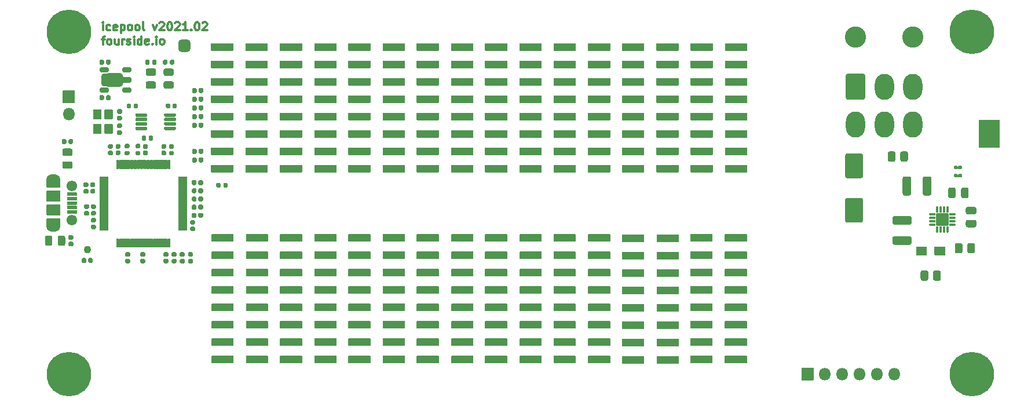
<source format=gts>
G04 #@! TF.GenerationSoftware,KiCad,Pcbnew,(5.1.9)-1*
G04 #@! TF.CreationDate,2021-06-07T22:02:01-04:00*
G04 #@! TF.ProjectId,icepool-board,69636570-6f6f-46c2-9d62-6f6172642e6b,2020-04*
G04 #@! TF.SameCoordinates,Original*
G04 #@! TF.FileFunction,Soldermask,Top*
G04 #@! TF.FilePolarity,Negative*
%FSLAX46Y46*%
G04 Gerber Fmt 4.6, Leading zero omitted, Abs format (unit mm)*
G04 Created by KiCad (PCBNEW (5.1.9)-1) date 2021-06-07 22:02:01*
%MOMM*%
%LPD*%
G01*
G04 APERTURE LIST*
%ADD10C,0.100000*%
%ADD11C,0.300000*%
%ADD12C,1.101600*%
%ADD13O,1.801600X1.801600*%
%ADD14C,0.901600*%
%ADD15C,6.501600*%
%ADD16O,2.001600X1.301600*%
%ADD17C,1.551600*%
%ADD18C,3.101600*%
%ADD19O,2.801600X3.801600*%
G04 APERTURE END LIST*
D10*
G36*
X171000000Y-42800001D02*
G01*
X168000000Y-42800000D01*
X168000000Y-38800000D01*
X171000001Y-38800000D01*
X171000000Y-42800001D01*
G37*
X171000000Y-42800001D02*
X168000000Y-42800000D01*
X168000000Y-38800000D01*
X171000001Y-38800000D01*
X171000000Y-42800001D01*
D11*
X39980714Y-25742857D02*
X39980714Y-24942857D01*
X39980714Y-24542857D02*
X39923571Y-24600000D01*
X39980714Y-24657142D01*
X40037857Y-24600000D01*
X39980714Y-24542857D01*
X39980714Y-24657142D01*
X41066428Y-25685714D02*
X40952142Y-25742857D01*
X40723571Y-25742857D01*
X40609285Y-25685714D01*
X40552142Y-25628571D01*
X40495000Y-25514285D01*
X40495000Y-25171428D01*
X40552142Y-25057142D01*
X40609285Y-25000000D01*
X40723571Y-24942857D01*
X40952142Y-24942857D01*
X41066428Y-25000000D01*
X42037857Y-25685714D02*
X41923571Y-25742857D01*
X41695000Y-25742857D01*
X41580714Y-25685714D01*
X41523571Y-25571428D01*
X41523571Y-25114285D01*
X41580714Y-25000000D01*
X41695000Y-24942857D01*
X41923571Y-24942857D01*
X42037857Y-25000000D01*
X42095000Y-25114285D01*
X42095000Y-25228571D01*
X41523571Y-25342857D01*
X42609285Y-24942857D02*
X42609285Y-26142857D01*
X42609285Y-25000000D02*
X42723571Y-24942857D01*
X42952142Y-24942857D01*
X43066428Y-25000000D01*
X43123571Y-25057142D01*
X43180714Y-25171428D01*
X43180714Y-25514285D01*
X43123571Y-25628571D01*
X43066428Y-25685714D01*
X42952142Y-25742857D01*
X42723571Y-25742857D01*
X42609285Y-25685714D01*
X43866428Y-25742857D02*
X43752142Y-25685714D01*
X43695000Y-25628571D01*
X43637857Y-25514285D01*
X43637857Y-25171428D01*
X43695000Y-25057142D01*
X43752142Y-25000000D01*
X43866428Y-24942857D01*
X44037857Y-24942857D01*
X44152142Y-25000000D01*
X44209285Y-25057142D01*
X44266428Y-25171428D01*
X44266428Y-25514285D01*
X44209285Y-25628571D01*
X44152142Y-25685714D01*
X44037857Y-25742857D01*
X43866428Y-25742857D01*
X44952142Y-25742857D02*
X44837857Y-25685714D01*
X44780714Y-25628571D01*
X44723571Y-25514285D01*
X44723571Y-25171428D01*
X44780714Y-25057142D01*
X44837857Y-25000000D01*
X44952142Y-24942857D01*
X45123571Y-24942857D01*
X45237857Y-25000000D01*
X45295000Y-25057142D01*
X45352142Y-25171428D01*
X45352142Y-25514285D01*
X45295000Y-25628571D01*
X45237857Y-25685714D01*
X45123571Y-25742857D01*
X44952142Y-25742857D01*
X46037857Y-25742857D02*
X45923571Y-25685714D01*
X45866428Y-25571428D01*
X45866428Y-24542857D01*
X47295000Y-24942857D02*
X47580714Y-25742857D01*
X47866428Y-24942857D01*
X48266428Y-24657142D02*
X48323571Y-24600000D01*
X48437857Y-24542857D01*
X48723571Y-24542857D01*
X48837857Y-24600000D01*
X48895000Y-24657142D01*
X48952142Y-24771428D01*
X48952142Y-24885714D01*
X48895000Y-25057142D01*
X48209285Y-25742857D01*
X48952142Y-25742857D01*
X49695000Y-24542857D02*
X49809285Y-24542857D01*
X49923571Y-24600000D01*
X49980714Y-24657142D01*
X50037857Y-24771428D01*
X50095000Y-25000000D01*
X50095000Y-25285714D01*
X50037857Y-25514285D01*
X49980714Y-25628571D01*
X49923571Y-25685714D01*
X49809285Y-25742857D01*
X49695000Y-25742857D01*
X49580714Y-25685714D01*
X49523571Y-25628571D01*
X49466428Y-25514285D01*
X49409285Y-25285714D01*
X49409285Y-25000000D01*
X49466428Y-24771428D01*
X49523571Y-24657142D01*
X49580714Y-24600000D01*
X49695000Y-24542857D01*
X50552142Y-24657142D02*
X50609285Y-24600000D01*
X50723571Y-24542857D01*
X51009285Y-24542857D01*
X51123571Y-24600000D01*
X51180714Y-24657142D01*
X51237857Y-24771428D01*
X51237857Y-24885714D01*
X51180714Y-25057142D01*
X50495000Y-25742857D01*
X51237857Y-25742857D01*
X52380714Y-25742857D02*
X51695000Y-25742857D01*
X52037857Y-25742857D02*
X52037857Y-24542857D01*
X51923571Y-24714285D01*
X51809285Y-24828571D01*
X51695000Y-24885714D01*
X52895000Y-25628571D02*
X52952142Y-25685714D01*
X52895000Y-25742857D01*
X52837857Y-25685714D01*
X52895000Y-25628571D01*
X52895000Y-25742857D01*
X53695000Y-24542857D02*
X53809285Y-24542857D01*
X53923571Y-24600000D01*
X53980714Y-24657142D01*
X54037857Y-24771428D01*
X54095000Y-25000000D01*
X54095000Y-25285714D01*
X54037857Y-25514285D01*
X53980714Y-25628571D01*
X53923571Y-25685714D01*
X53809285Y-25742857D01*
X53695000Y-25742857D01*
X53580714Y-25685714D01*
X53523571Y-25628571D01*
X53466428Y-25514285D01*
X53409285Y-25285714D01*
X53409285Y-25000000D01*
X53466428Y-24771428D01*
X53523571Y-24657142D01*
X53580714Y-24600000D01*
X53695000Y-24542857D01*
X54552142Y-24657142D02*
X54609285Y-24600000D01*
X54723571Y-24542857D01*
X55009285Y-24542857D01*
X55123571Y-24600000D01*
X55180714Y-24657142D01*
X55237857Y-24771428D01*
X55237857Y-24885714D01*
X55180714Y-25057142D01*
X54495000Y-25742857D01*
X55237857Y-25742857D01*
X39809285Y-27042857D02*
X40266428Y-27042857D01*
X39980714Y-27842857D02*
X39980714Y-26814285D01*
X40037857Y-26700000D01*
X40152142Y-26642857D01*
X40266428Y-26642857D01*
X40837857Y-27842857D02*
X40723571Y-27785714D01*
X40666428Y-27728571D01*
X40609285Y-27614285D01*
X40609285Y-27271428D01*
X40666428Y-27157142D01*
X40723571Y-27100000D01*
X40837857Y-27042857D01*
X41009285Y-27042857D01*
X41123571Y-27100000D01*
X41180714Y-27157142D01*
X41237857Y-27271428D01*
X41237857Y-27614285D01*
X41180714Y-27728571D01*
X41123571Y-27785714D01*
X41009285Y-27842857D01*
X40837857Y-27842857D01*
X42266428Y-27042857D02*
X42266428Y-27842857D01*
X41752142Y-27042857D02*
X41752142Y-27671428D01*
X41809285Y-27785714D01*
X41923571Y-27842857D01*
X42095000Y-27842857D01*
X42209285Y-27785714D01*
X42266428Y-27728571D01*
X42837857Y-27842857D02*
X42837857Y-27042857D01*
X42837857Y-27271428D02*
X42895000Y-27157142D01*
X42952142Y-27100000D01*
X43066428Y-27042857D01*
X43180714Y-27042857D01*
X43523571Y-27785714D02*
X43637857Y-27842857D01*
X43866428Y-27842857D01*
X43980714Y-27785714D01*
X44037857Y-27671428D01*
X44037857Y-27614285D01*
X43980714Y-27500000D01*
X43866428Y-27442857D01*
X43695000Y-27442857D01*
X43580714Y-27385714D01*
X43523571Y-27271428D01*
X43523571Y-27214285D01*
X43580714Y-27100000D01*
X43695000Y-27042857D01*
X43866428Y-27042857D01*
X43980714Y-27100000D01*
X44552142Y-27842857D02*
X44552142Y-27042857D01*
X44552142Y-26642857D02*
X44495000Y-26700000D01*
X44552142Y-26757142D01*
X44609285Y-26700000D01*
X44552142Y-26642857D01*
X44552142Y-26757142D01*
X45637857Y-27842857D02*
X45637857Y-26642857D01*
X45637857Y-27785714D02*
X45523571Y-27842857D01*
X45295000Y-27842857D01*
X45180714Y-27785714D01*
X45123571Y-27728571D01*
X45066428Y-27614285D01*
X45066428Y-27271428D01*
X45123571Y-27157142D01*
X45180714Y-27100000D01*
X45295000Y-27042857D01*
X45523571Y-27042857D01*
X45637857Y-27100000D01*
X46666428Y-27785714D02*
X46552142Y-27842857D01*
X46323571Y-27842857D01*
X46209285Y-27785714D01*
X46152142Y-27671428D01*
X46152142Y-27214285D01*
X46209285Y-27100000D01*
X46323571Y-27042857D01*
X46552142Y-27042857D01*
X46666428Y-27100000D01*
X46723571Y-27214285D01*
X46723571Y-27328571D01*
X46152142Y-27442857D01*
X47237857Y-27728571D02*
X47295000Y-27785714D01*
X47237857Y-27842857D01*
X47180714Y-27785714D01*
X47237857Y-27728571D01*
X47237857Y-27842857D01*
X47809285Y-27842857D02*
X47809285Y-27042857D01*
X47809285Y-26642857D02*
X47752142Y-26700000D01*
X47809285Y-26757142D01*
X47866428Y-26700000D01*
X47809285Y-26642857D01*
X47809285Y-26757142D01*
X48552142Y-27842857D02*
X48437857Y-27785714D01*
X48380714Y-27728571D01*
X48323571Y-27614285D01*
X48323571Y-27271428D01*
X48380714Y-27157142D01*
X48437857Y-27100000D01*
X48552142Y-27042857D01*
X48723571Y-27042857D01*
X48837857Y-27100000D01*
X48895000Y-27157142D01*
X48952142Y-27271428D01*
X48952142Y-27614285D01*
X48895000Y-27728571D01*
X48837857Y-27785714D01*
X48723571Y-27842857D01*
X48552142Y-27842857D01*
D10*
G36*
X165200000Y-47100000D02*
G01*
X164800000Y-47100000D01*
X164800000Y-46900000D01*
X165200000Y-46900000D01*
X165200000Y-47100000D01*
G37*
X165200000Y-47100000D02*
X164800000Y-47100000D01*
X164800000Y-46900000D01*
X165200000Y-46900000D01*
X165200000Y-47100000D01*
G36*
X165200000Y-45900000D02*
G01*
X164800000Y-45900000D01*
X164800000Y-45700000D01*
X165200000Y-45700000D01*
X165200000Y-45900000D01*
G37*
X165200000Y-45900000D02*
X164800000Y-45900000D01*
X164800000Y-45700000D01*
X165200000Y-45700000D01*
X165200000Y-45900000D01*
G36*
X171000000Y-42800001D02*
G01*
X168000000Y-42800000D01*
X168000000Y-38800000D01*
X171000001Y-38800000D01*
X171000000Y-42800001D01*
G37*
X171000000Y-42800001D02*
X168000000Y-42800000D01*
X168000000Y-38800000D01*
X171000001Y-38800000D01*
X171000000Y-42800001D01*
D11*
X39980714Y-25742857D02*
X39980714Y-24942857D01*
X39980714Y-24542857D02*
X39923571Y-24600000D01*
X39980714Y-24657142D01*
X40037857Y-24600000D01*
X39980714Y-24542857D01*
X39980714Y-24657142D01*
X41066428Y-25685714D02*
X40952142Y-25742857D01*
X40723571Y-25742857D01*
X40609285Y-25685714D01*
X40552142Y-25628571D01*
X40495000Y-25514285D01*
X40495000Y-25171428D01*
X40552142Y-25057142D01*
X40609285Y-25000000D01*
X40723571Y-24942857D01*
X40952142Y-24942857D01*
X41066428Y-25000000D01*
X42037857Y-25685714D02*
X41923571Y-25742857D01*
X41695000Y-25742857D01*
X41580714Y-25685714D01*
X41523571Y-25571428D01*
X41523571Y-25114285D01*
X41580714Y-25000000D01*
X41695000Y-24942857D01*
X41923571Y-24942857D01*
X42037857Y-25000000D01*
X42095000Y-25114285D01*
X42095000Y-25228571D01*
X41523571Y-25342857D01*
X42609285Y-24942857D02*
X42609285Y-26142857D01*
X42609285Y-25000000D02*
X42723571Y-24942857D01*
X42952142Y-24942857D01*
X43066428Y-25000000D01*
X43123571Y-25057142D01*
X43180714Y-25171428D01*
X43180714Y-25514285D01*
X43123571Y-25628571D01*
X43066428Y-25685714D01*
X42952142Y-25742857D01*
X42723571Y-25742857D01*
X42609285Y-25685714D01*
X43866428Y-25742857D02*
X43752142Y-25685714D01*
X43695000Y-25628571D01*
X43637857Y-25514285D01*
X43637857Y-25171428D01*
X43695000Y-25057142D01*
X43752142Y-25000000D01*
X43866428Y-24942857D01*
X44037857Y-24942857D01*
X44152142Y-25000000D01*
X44209285Y-25057142D01*
X44266428Y-25171428D01*
X44266428Y-25514285D01*
X44209285Y-25628571D01*
X44152142Y-25685714D01*
X44037857Y-25742857D01*
X43866428Y-25742857D01*
X44952142Y-25742857D02*
X44837857Y-25685714D01*
X44780714Y-25628571D01*
X44723571Y-25514285D01*
X44723571Y-25171428D01*
X44780714Y-25057142D01*
X44837857Y-25000000D01*
X44952142Y-24942857D01*
X45123571Y-24942857D01*
X45237857Y-25000000D01*
X45295000Y-25057142D01*
X45352142Y-25171428D01*
X45352142Y-25514285D01*
X45295000Y-25628571D01*
X45237857Y-25685714D01*
X45123571Y-25742857D01*
X44952142Y-25742857D01*
X46037857Y-25742857D02*
X45923571Y-25685714D01*
X45866428Y-25571428D01*
X45866428Y-24542857D01*
X47295000Y-24942857D02*
X47580714Y-25742857D01*
X47866428Y-24942857D01*
X48266428Y-24657142D02*
X48323571Y-24600000D01*
X48437857Y-24542857D01*
X48723571Y-24542857D01*
X48837857Y-24600000D01*
X48895000Y-24657142D01*
X48952142Y-24771428D01*
X48952142Y-24885714D01*
X48895000Y-25057142D01*
X48209285Y-25742857D01*
X48952142Y-25742857D01*
X49695000Y-24542857D02*
X49809285Y-24542857D01*
X49923571Y-24600000D01*
X49980714Y-24657142D01*
X50037857Y-24771428D01*
X50095000Y-25000000D01*
X50095000Y-25285714D01*
X50037857Y-25514285D01*
X49980714Y-25628571D01*
X49923571Y-25685714D01*
X49809285Y-25742857D01*
X49695000Y-25742857D01*
X49580714Y-25685714D01*
X49523571Y-25628571D01*
X49466428Y-25514285D01*
X49409285Y-25285714D01*
X49409285Y-25000000D01*
X49466428Y-24771428D01*
X49523571Y-24657142D01*
X49580714Y-24600000D01*
X49695000Y-24542857D01*
X50552142Y-24657142D02*
X50609285Y-24600000D01*
X50723571Y-24542857D01*
X51009285Y-24542857D01*
X51123571Y-24600000D01*
X51180714Y-24657142D01*
X51237857Y-24771428D01*
X51237857Y-24885714D01*
X51180714Y-25057142D01*
X50495000Y-25742857D01*
X51237857Y-25742857D01*
X52380714Y-25742857D02*
X51695000Y-25742857D01*
X52037857Y-25742857D02*
X52037857Y-24542857D01*
X51923571Y-24714285D01*
X51809285Y-24828571D01*
X51695000Y-24885714D01*
X52895000Y-25628571D02*
X52952142Y-25685714D01*
X52895000Y-25742857D01*
X52837857Y-25685714D01*
X52895000Y-25628571D01*
X52895000Y-25742857D01*
X53695000Y-24542857D02*
X53809285Y-24542857D01*
X53923571Y-24600000D01*
X53980714Y-24657142D01*
X54037857Y-24771428D01*
X54095000Y-25000000D01*
X54095000Y-25285714D01*
X54037857Y-25514285D01*
X53980714Y-25628571D01*
X53923571Y-25685714D01*
X53809285Y-25742857D01*
X53695000Y-25742857D01*
X53580714Y-25685714D01*
X53523571Y-25628571D01*
X53466428Y-25514285D01*
X53409285Y-25285714D01*
X53409285Y-25000000D01*
X53466428Y-24771428D01*
X53523571Y-24657142D01*
X53580714Y-24600000D01*
X53695000Y-24542857D01*
X54552142Y-24657142D02*
X54609285Y-24600000D01*
X54723571Y-24542857D01*
X55009285Y-24542857D01*
X55123571Y-24600000D01*
X55180714Y-24657142D01*
X55237857Y-24771428D01*
X55237857Y-24885714D01*
X55180714Y-25057142D01*
X54495000Y-25742857D01*
X55237857Y-25742857D01*
X39809285Y-27042857D02*
X40266428Y-27042857D01*
X39980714Y-27842857D02*
X39980714Y-26814285D01*
X40037857Y-26700000D01*
X40152142Y-26642857D01*
X40266428Y-26642857D01*
X40837857Y-27842857D02*
X40723571Y-27785714D01*
X40666428Y-27728571D01*
X40609285Y-27614285D01*
X40609285Y-27271428D01*
X40666428Y-27157142D01*
X40723571Y-27100000D01*
X40837857Y-27042857D01*
X41009285Y-27042857D01*
X41123571Y-27100000D01*
X41180714Y-27157142D01*
X41237857Y-27271428D01*
X41237857Y-27614285D01*
X41180714Y-27728571D01*
X41123571Y-27785714D01*
X41009285Y-27842857D01*
X40837857Y-27842857D01*
X42266428Y-27042857D02*
X42266428Y-27842857D01*
X41752142Y-27042857D02*
X41752142Y-27671428D01*
X41809285Y-27785714D01*
X41923571Y-27842857D01*
X42095000Y-27842857D01*
X42209285Y-27785714D01*
X42266428Y-27728571D01*
X42837857Y-27842857D02*
X42837857Y-27042857D01*
X42837857Y-27271428D02*
X42895000Y-27157142D01*
X42952142Y-27100000D01*
X43066428Y-27042857D01*
X43180714Y-27042857D01*
X43523571Y-27785714D02*
X43637857Y-27842857D01*
X43866428Y-27842857D01*
X43980714Y-27785714D01*
X44037857Y-27671428D01*
X44037857Y-27614285D01*
X43980714Y-27500000D01*
X43866428Y-27442857D01*
X43695000Y-27442857D01*
X43580714Y-27385714D01*
X43523571Y-27271428D01*
X43523571Y-27214285D01*
X43580714Y-27100000D01*
X43695000Y-27042857D01*
X43866428Y-27042857D01*
X43980714Y-27100000D01*
X44552142Y-27842857D02*
X44552142Y-27042857D01*
X44552142Y-26642857D02*
X44495000Y-26700000D01*
X44552142Y-26757142D01*
X44609285Y-26700000D01*
X44552142Y-26642857D01*
X44552142Y-26757142D01*
X45637857Y-27842857D02*
X45637857Y-26642857D01*
X45637857Y-27785714D02*
X45523571Y-27842857D01*
X45295000Y-27842857D01*
X45180714Y-27785714D01*
X45123571Y-27728571D01*
X45066428Y-27614285D01*
X45066428Y-27271428D01*
X45123571Y-27157142D01*
X45180714Y-27100000D01*
X45295000Y-27042857D01*
X45523571Y-27042857D01*
X45637857Y-27100000D01*
X46666428Y-27785714D02*
X46552142Y-27842857D01*
X46323571Y-27842857D01*
X46209285Y-27785714D01*
X46152142Y-27671428D01*
X46152142Y-27214285D01*
X46209285Y-27100000D01*
X46323571Y-27042857D01*
X46552142Y-27042857D01*
X46666428Y-27100000D01*
X46723571Y-27214285D01*
X46723571Y-27328571D01*
X46152142Y-27442857D01*
X47237857Y-27728571D02*
X47295000Y-27785714D01*
X47237857Y-27842857D01*
X47180714Y-27785714D01*
X47237857Y-27728571D01*
X47237857Y-27842857D01*
X47809285Y-27842857D02*
X47809285Y-27042857D01*
X47809285Y-26642857D02*
X47752142Y-26700000D01*
X47809285Y-26757142D01*
X47866428Y-26700000D01*
X47809285Y-26642857D01*
X47809285Y-26757142D01*
X48552142Y-27842857D02*
X48437857Y-27785714D01*
X48380714Y-27728571D01*
X48323571Y-27614285D01*
X48323571Y-27271428D01*
X48380714Y-27157142D01*
X48437857Y-27100000D01*
X48552142Y-27042857D01*
X48723571Y-27042857D01*
X48837857Y-27100000D01*
X48895000Y-27157142D01*
X48952142Y-27271428D01*
X48952142Y-27614285D01*
X48895000Y-27728571D01*
X48837857Y-27785714D01*
X48723571Y-27842857D01*
X48552142Y-27842857D01*
D10*
G36*
X165200000Y-47100000D02*
G01*
X164800000Y-47100000D01*
X164800000Y-46900000D01*
X165200000Y-46900000D01*
X165200000Y-47100000D01*
G37*
X165200000Y-47100000D02*
X164800000Y-47100000D01*
X164800000Y-46900000D01*
X165200000Y-46900000D01*
X165200000Y-47100000D01*
G36*
X165200000Y-45900000D02*
G01*
X164800000Y-45900000D01*
X164800000Y-45700000D01*
X165200000Y-45700000D01*
X165200000Y-45900000D01*
G37*
X165200000Y-45900000D02*
X164800000Y-45900000D01*
X164800000Y-45700000D01*
X165200000Y-45700000D01*
X165200000Y-45900000D01*
G36*
G01*
X50999200Y-28450400D02*
X50999200Y-27549600D01*
G75*
G02*
X51449600Y-27099200I450400J0D01*
G01*
X52350400Y-27099200D01*
G75*
G02*
X52800800Y-27549600I0J-450400D01*
G01*
X52800800Y-28450400D01*
G75*
G02*
X52350400Y-28900800I-450400J0D01*
G01*
X51449600Y-28900800D01*
G75*
G02*
X50999200Y-28450400I0J450400D01*
G01*
G37*
G36*
G01*
X57210800Y-48189600D02*
X57210800Y-48610400D01*
G75*
G02*
X57050400Y-48770800I-160400J0D01*
G01*
X56729600Y-48770800D01*
G75*
G02*
X56569200Y-48610400I0J160400D01*
G01*
X56569200Y-48189600D01*
G75*
G02*
X56729600Y-48029200I160400J0D01*
G01*
X57050400Y-48029200D01*
G75*
G02*
X57210800Y-48189600I0J-160400D01*
G01*
G37*
G36*
G01*
X58230800Y-48189600D02*
X58230800Y-48610400D01*
G75*
G02*
X58070400Y-48770800I-160400J0D01*
G01*
X57749600Y-48770800D01*
G75*
G02*
X57589200Y-48610400I0J160400D01*
G01*
X57589200Y-48189600D01*
G75*
G02*
X57749600Y-48029200I160400J0D01*
G01*
X58070400Y-48029200D01*
G75*
G02*
X58230800Y-48189600I0J-160400D01*
G01*
G37*
G36*
G01*
X80899200Y-74390000D02*
X80899200Y-73390000D01*
G75*
G02*
X80950000Y-73339200I50800J0D01*
G01*
X84100000Y-73339200D01*
G75*
G02*
X84150800Y-73390000I0J-50800D01*
G01*
X84150800Y-74390000D01*
G75*
G02*
X84100000Y-74440800I-50800J0D01*
G01*
X80950000Y-74440800D01*
G75*
G02*
X80899200Y-74390000I0J50800D01*
G01*
G37*
G36*
G01*
X75849200Y-74390000D02*
X75849200Y-73390000D01*
G75*
G02*
X75900000Y-73339200I50800J0D01*
G01*
X79050000Y-73339200D01*
G75*
G02*
X79100800Y-73390000I0J-50800D01*
G01*
X79100800Y-74390000D01*
G75*
G02*
X79050000Y-74440800I-50800J0D01*
G01*
X75900000Y-74440800D01*
G75*
G02*
X75849200Y-74390000I0J50800D01*
G01*
G37*
G36*
G01*
X80899200Y-71850000D02*
X80899200Y-70850000D01*
G75*
G02*
X80950000Y-70799200I50800J0D01*
G01*
X84100000Y-70799200D01*
G75*
G02*
X84150800Y-70850000I0J-50800D01*
G01*
X84150800Y-71850000D01*
G75*
G02*
X84100000Y-71900800I-50800J0D01*
G01*
X80950000Y-71900800D01*
G75*
G02*
X80899200Y-71850000I0J50800D01*
G01*
G37*
G36*
G01*
X75849200Y-71850000D02*
X75849200Y-70850000D01*
G75*
G02*
X75900000Y-70799200I50800J0D01*
G01*
X79050000Y-70799200D01*
G75*
G02*
X79100800Y-70850000I0J-50800D01*
G01*
X79100800Y-71850000D01*
G75*
G02*
X79050000Y-71900800I-50800J0D01*
G01*
X75900000Y-71900800D01*
G75*
G02*
X75849200Y-71850000I0J50800D01*
G01*
G37*
G36*
G01*
X80899200Y-69310000D02*
X80899200Y-68310000D01*
G75*
G02*
X80950000Y-68259200I50800J0D01*
G01*
X84100000Y-68259200D01*
G75*
G02*
X84150800Y-68310000I0J-50800D01*
G01*
X84150800Y-69310000D01*
G75*
G02*
X84100000Y-69360800I-50800J0D01*
G01*
X80950000Y-69360800D01*
G75*
G02*
X80899200Y-69310000I0J50800D01*
G01*
G37*
G36*
G01*
X75849200Y-69310000D02*
X75849200Y-68310000D01*
G75*
G02*
X75900000Y-68259200I50800J0D01*
G01*
X79050000Y-68259200D01*
G75*
G02*
X79100800Y-68310000I0J-50800D01*
G01*
X79100800Y-69310000D01*
G75*
G02*
X79050000Y-69360800I-50800J0D01*
G01*
X75900000Y-69360800D01*
G75*
G02*
X75849200Y-69310000I0J50800D01*
G01*
G37*
G36*
G01*
X80899200Y-66770000D02*
X80899200Y-65770000D01*
G75*
G02*
X80950000Y-65719200I50800J0D01*
G01*
X84100000Y-65719200D01*
G75*
G02*
X84150800Y-65770000I0J-50800D01*
G01*
X84150800Y-66770000D01*
G75*
G02*
X84100000Y-66820800I-50800J0D01*
G01*
X80950000Y-66820800D01*
G75*
G02*
X80899200Y-66770000I0J50800D01*
G01*
G37*
G36*
G01*
X75849200Y-66770000D02*
X75849200Y-65770000D01*
G75*
G02*
X75900000Y-65719200I50800J0D01*
G01*
X79050000Y-65719200D01*
G75*
G02*
X79100800Y-65770000I0J-50800D01*
G01*
X79100800Y-66770000D01*
G75*
G02*
X79050000Y-66820800I-50800J0D01*
G01*
X75900000Y-66820800D01*
G75*
G02*
X75849200Y-66770000I0J50800D01*
G01*
G37*
G36*
G01*
X80899200Y-64230000D02*
X80899200Y-63230000D01*
G75*
G02*
X80950000Y-63179200I50800J0D01*
G01*
X84100000Y-63179200D01*
G75*
G02*
X84150800Y-63230000I0J-50800D01*
G01*
X84150800Y-64230000D01*
G75*
G02*
X84100000Y-64280800I-50800J0D01*
G01*
X80950000Y-64280800D01*
G75*
G02*
X80899200Y-64230000I0J50800D01*
G01*
G37*
G36*
G01*
X75849200Y-64230000D02*
X75849200Y-63230000D01*
G75*
G02*
X75900000Y-63179200I50800J0D01*
G01*
X79050000Y-63179200D01*
G75*
G02*
X79100800Y-63230000I0J-50800D01*
G01*
X79100800Y-64230000D01*
G75*
G02*
X79050000Y-64280800I-50800J0D01*
G01*
X75900000Y-64280800D01*
G75*
G02*
X75849200Y-64230000I0J50800D01*
G01*
G37*
G36*
G01*
X80899200Y-61690000D02*
X80899200Y-60690000D01*
G75*
G02*
X80950000Y-60639200I50800J0D01*
G01*
X84100000Y-60639200D01*
G75*
G02*
X84150800Y-60690000I0J-50800D01*
G01*
X84150800Y-61690000D01*
G75*
G02*
X84100000Y-61740800I-50800J0D01*
G01*
X80950000Y-61740800D01*
G75*
G02*
X80899200Y-61690000I0J50800D01*
G01*
G37*
G36*
G01*
X75849200Y-61690000D02*
X75849200Y-60690000D01*
G75*
G02*
X75900000Y-60639200I50800J0D01*
G01*
X79050000Y-60639200D01*
G75*
G02*
X79100800Y-60690000I0J-50800D01*
G01*
X79100800Y-61690000D01*
G75*
G02*
X79050000Y-61740800I-50800J0D01*
G01*
X75900000Y-61740800D01*
G75*
G02*
X75849200Y-61690000I0J50800D01*
G01*
G37*
G36*
G01*
X80899200Y-59150000D02*
X80899200Y-58150000D01*
G75*
G02*
X80950000Y-58099200I50800J0D01*
G01*
X84100000Y-58099200D01*
G75*
G02*
X84150800Y-58150000I0J-50800D01*
G01*
X84150800Y-59150000D01*
G75*
G02*
X84100000Y-59200800I-50800J0D01*
G01*
X80950000Y-59200800D01*
G75*
G02*
X80899200Y-59150000I0J50800D01*
G01*
G37*
G36*
G01*
X75849200Y-59150000D02*
X75849200Y-58150000D01*
G75*
G02*
X75900000Y-58099200I50800J0D01*
G01*
X79050000Y-58099200D01*
G75*
G02*
X79100800Y-58150000I0J-50800D01*
G01*
X79100800Y-59150000D01*
G75*
G02*
X79050000Y-59200800I-50800J0D01*
G01*
X75900000Y-59200800D01*
G75*
G02*
X75849200Y-59150000I0J50800D01*
G01*
G37*
G36*
G01*
X80899200Y-56610000D02*
X80899200Y-55610000D01*
G75*
G02*
X80950000Y-55559200I50800J0D01*
G01*
X84100000Y-55559200D01*
G75*
G02*
X84150800Y-55610000I0J-50800D01*
G01*
X84150800Y-56610000D01*
G75*
G02*
X84100000Y-56660800I-50800J0D01*
G01*
X80950000Y-56660800D01*
G75*
G02*
X80899200Y-56610000I0J50800D01*
G01*
G37*
G36*
G01*
X75849200Y-56610000D02*
X75849200Y-55610000D01*
G75*
G02*
X75900000Y-55559200I50800J0D01*
G01*
X79050000Y-55559200D01*
G75*
G02*
X79100800Y-55610000I0J-50800D01*
G01*
X79100800Y-56610000D01*
G75*
G02*
X79050000Y-56660800I-50800J0D01*
G01*
X75900000Y-56660800D01*
G75*
G02*
X75849200Y-56610000I0J50800D01*
G01*
G37*
G36*
G01*
X43289600Y-43369200D02*
X43710400Y-43369200D01*
G75*
G02*
X43870800Y-43529600I0J-160400D01*
G01*
X43870800Y-43850400D01*
G75*
G02*
X43710400Y-44010800I-160400J0D01*
G01*
X43289600Y-44010800D01*
G75*
G02*
X43129200Y-43850400I0J160400D01*
G01*
X43129200Y-43529600D01*
G75*
G02*
X43289600Y-43369200I160400J0D01*
G01*
G37*
G36*
G01*
X43289600Y-42349200D02*
X43710400Y-42349200D01*
G75*
G02*
X43870800Y-42509600I0J-160400D01*
G01*
X43870800Y-42830400D01*
G75*
G02*
X43710400Y-42990800I-160400J0D01*
G01*
X43289600Y-42990800D01*
G75*
G02*
X43129200Y-42830400I0J160400D01*
G01*
X43129200Y-42509600D01*
G75*
G02*
X43289600Y-42349200I160400J0D01*
G01*
G37*
G36*
G01*
X129148800Y-27694000D02*
X129148800Y-28694000D01*
G75*
G02*
X129098000Y-28744800I-50800J0D01*
G01*
X125948000Y-28744800D01*
G75*
G02*
X125897200Y-28694000I0J50800D01*
G01*
X125897200Y-27694000D01*
G75*
G02*
X125948000Y-27643200I50800J0D01*
G01*
X129098000Y-27643200D01*
G75*
G02*
X129148800Y-27694000I0J-50800D01*
G01*
G37*
G36*
G01*
X134198800Y-27694000D02*
X134198800Y-28694000D01*
G75*
G02*
X134148000Y-28744800I-50800J0D01*
G01*
X130998000Y-28744800D01*
G75*
G02*
X130947200Y-28694000I0J50800D01*
G01*
X130947200Y-27694000D01*
G75*
G02*
X130998000Y-27643200I50800J0D01*
G01*
X134148000Y-27643200D01*
G75*
G02*
X134198800Y-27694000I0J-50800D01*
G01*
G37*
G36*
G01*
X129148800Y-30234000D02*
X129148800Y-31234000D01*
G75*
G02*
X129098000Y-31284800I-50800J0D01*
G01*
X125948000Y-31284800D01*
G75*
G02*
X125897200Y-31234000I0J50800D01*
G01*
X125897200Y-30234000D01*
G75*
G02*
X125948000Y-30183200I50800J0D01*
G01*
X129098000Y-30183200D01*
G75*
G02*
X129148800Y-30234000I0J-50800D01*
G01*
G37*
G36*
G01*
X134198800Y-30234000D02*
X134198800Y-31234000D01*
G75*
G02*
X134148000Y-31284800I-50800J0D01*
G01*
X130998000Y-31284800D01*
G75*
G02*
X130947200Y-31234000I0J50800D01*
G01*
X130947200Y-30234000D01*
G75*
G02*
X130998000Y-30183200I50800J0D01*
G01*
X134148000Y-30183200D01*
G75*
G02*
X134198800Y-30234000I0J-50800D01*
G01*
G37*
G36*
G01*
X129148800Y-32774000D02*
X129148800Y-33774000D01*
G75*
G02*
X129098000Y-33824800I-50800J0D01*
G01*
X125948000Y-33824800D01*
G75*
G02*
X125897200Y-33774000I0J50800D01*
G01*
X125897200Y-32774000D01*
G75*
G02*
X125948000Y-32723200I50800J0D01*
G01*
X129098000Y-32723200D01*
G75*
G02*
X129148800Y-32774000I0J-50800D01*
G01*
G37*
G36*
G01*
X134198800Y-32774000D02*
X134198800Y-33774000D01*
G75*
G02*
X134148000Y-33824800I-50800J0D01*
G01*
X130998000Y-33824800D01*
G75*
G02*
X130947200Y-33774000I0J50800D01*
G01*
X130947200Y-32774000D01*
G75*
G02*
X130998000Y-32723200I50800J0D01*
G01*
X134148000Y-32723200D01*
G75*
G02*
X134198800Y-32774000I0J-50800D01*
G01*
G37*
G36*
G01*
X129148800Y-35314000D02*
X129148800Y-36314000D01*
G75*
G02*
X129098000Y-36364800I-50800J0D01*
G01*
X125948000Y-36364800D01*
G75*
G02*
X125897200Y-36314000I0J50800D01*
G01*
X125897200Y-35314000D01*
G75*
G02*
X125948000Y-35263200I50800J0D01*
G01*
X129098000Y-35263200D01*
G75*
G02*
X129148800Y-35314000I0J-50800D01*
G01*
G37*
G36*
G01*
X134198800Y-35314000D02*
X134198800Y-36314000D01*
G75*
G02*
X134148000Y-36364800I-50800J0D01*
G01*
X130998000Y-36364800D01*
G75*
G02*
X130947200Y-36314000I0J50800D01*
G01*
X130947200Y-35314000D01*
G75*
G02*
X130998000Y-35263200I50800J0D01*
G01*
X134148000Y-35263200D01*
G75*
G02*
X134198800Y-35314000I0J-50800D01*
G01*
G37*
G36*
G01*
X129148800Y-37854000D02*
X129148800Y-38854000D01*
G75*
G02*
X129098000Y-38904800I-50800J0D01*
G01*
X125948000Y-38904800D01*
G75*
G02*
X125897200Y-38854000I0J50800D01*
G01*
X125897200Y-37854000D01*
G75*
G02*
X125948000Y-37803200I50800J0D01*
G01*
X129098000Y-37803200D01*
G75*
G02*
X129148800Y-37854000I0J-50800D01*
G01*
G37*
G36*
G01*
X134198800Y-37854000D02*
X134198800Y-38854000D01*
G75*
G02*
X134148000Y-38904800I-50800J0D01*
G01*
X130998000Y-38904800D01*
G75*
G02*
X130947200Y-38854000I0J50800D01*
G01*
X130947200Y-37854000D01*
G75*
G02*
X130998000Y-37803200I50800J0D01*
G01*
X134148000Y-37803200D01*
G75*
G02*
X134198800Y-37854000I0J-50800D01*
G01*
G37*
G36*
G01*
X129148800Y-40394000D02*
X129148800Y-41394000D01*
G75*
G02*
X129098000Y-41444800I-50800J0D01*
G01*
X125948000Y-41444800D01*
G75*
G02*
X125897200Y-41394000I0J50800D01*
G01*
X125897200Y-40394000D01*
G75*
G02*
X125948000Y-40343200I50800J0D01*
G01*
X129098000Y-40343200D01*
G75*
G02*
X129148800Y-40394000I0J-50800D01*
G01*
G37*
G36*
G01*
X134198800Y-40394000D02*
X134198800Y-41394000D01*
G75*
G02*
X134148000Y-41444800I-50800J0D01*
G01*
X130998000Y-41444800D01*
G75*
G02*
X130947200Y-41394000I0J50800D01*
G01*
X130947200Y-40394000D01*
G75*
G02*
X130998000Y-40343200I50800J0D01*
G01*
X134148000Y-40343200D01*
G75*
G02*
X134198800Y-40394000I0J-50800D01*
G01*
G37*
G36*
G01*
X129148800Y-42934000D02*
X129148800Y-43934000D01*
G75*
G02*
X129098000Y-43984800I-50800J0D01*
G01*
X125948000Y-43984800D01*
G75*
G02*
X125897200Y-43934000I0J50800D01*
G01*
X125897200Y-42934000D01*
G75*
G02*
X125948000Y-42883200I50800J0D01*
G01*
X129098000Y-42883200D01*
G75*
G02*
X129148800Y-42934000I0J-50800D01*
G01*
G37*
G36*
G01*
X134198800Y-42934000D02*
X134198800Y-43934000D01*
G75*
G02*
X134148000Y-43984800I-50800J0D01*
G01*
X130998000Y-43984800D01*
G75*
G02*
X130947200Y-43934000I0J50800D01*
G01*
X130947200Y-42934000D01*
G75*
G02*
X130998000Y-42883200I50800J0D01*
G01*
X134148000Y-42883200D01*
G75*
G02*
X134198800Y-42934000I0J-50800D01*
G01*
G37*
G36*
G01*
X129148800Y-45474000D02*
X129148800Y-46474000D01*
G75*
G02*
X129098000Y-46524800I-50800J0D01*
G01*
X125948000Y-46524800D01*
G75*
G02*
X125897200Y-46474000I0J50800D01*
G01*
X125897200Y-45474000D01*
G75*
G02*
X125948000Y-45423200I50800J0D01*
G01*
X129098000Y-45423200D01*
G75*
G02*
X129148800Y-45474000I0J-50800D01*
G01*
G37*
G36*
G01*
X134198800Y-45474000D02*
X134198800Y-46474000D01*
G75*
G02*
X134148000Y-46524800I-50800J0D01*
G01*
X130998000Y-46524800D01*
G75*
G02*
X130947200Y-46474000I0J50800D01*
G01*
X130947200Y-45474000D01*
G75*
G02*
X130998000Y-45423200I50800J0D01*
G01*
X134148000Y-45423200D01*
G75*
G02*
X134198800Y-45474000I0J-50800D01*
G01*
G37*
G36*
G01*
X100899200Y-74390000D02*
X100899200Y-73390000D01*
G75*
G02*
X100950000Y-73339200I50800J0D01*
G01*
X104100000Y-73339200D01*
G75*
G02*
X104150800Y-73390000I0J-50800D01*
G01*
X104150800Y-74390000D01*
G75*
G02*
X104100000Y-74440800I-50800J0D01*
G01*
X100950000Y-74440800D01*
G75*
G02*
X100899200Y-74390000I0J50800D01*
G01*
G37*
G36*
G01*
X95849200Y-74390000D02*
X95849200Y-73390000D01*
G75*
G02*
X95900000Y-73339200I50800J0D01*
G01*
X99050000Y-73339200D01*
G75*
G02*
X99100800Y-73390000I0J-50800D01*
G01*
X99100800Y-74390000D01*
G75*
G02*
X99050000Y-74440800I-50800J0D01*
G01*
X95900000Y-74440800D01*
G75*
G02*
X95849200Y-74390000I0J50800D01*
G01*
G37*
G36*
G01*
X100899200Y-71850000D02*
X100899200Y-70850000D01*
G75*
G02*
X100950000Y-70799200I50800J0D01*
G01*
X104100000Y-70799200D01*
G75*
G02*
X104150800Y-70850000I0J-50800D01*
G01*
X104150800Y-71850000D01*
G75*
G02*
X104100000Y-71900800I-50800J0D01*
G01*
X100950000Y-71900800D01*
G75*
G02*
X100899200Y-71850000I0J50800D01*
G01*
G37*
G36*
G01*
X95849200Y-71850000D02*
X95849200Y-70850000D01*
G75*
G02*
X95900000Y-70799200I50800J0D01*
G01*
X99050000Y-70799200D01*
G75*
G02*
X99100800Y-70850000I0J-50800D01*
G01*
X99100800Y-71850000D01*
G75*
G02*
X99050000Y-71900800I-50800J0D01*
G01*
X95900000Y-71900800D01*
G75*
G02*
X95849200Y-71850000I0J50800D01*
G01*
G37*
G36*
G01*
X100899200Y-69310000D02*
X100899200Y-68310000D01*
G75*
G02*
X100950000Y-68259200I50800J0D01*
G01*
X104100000Y-68259200D01*
G75*
G02*
X104150800Y-68310000I0J-50800D01*
G01*
X104150800Y-69310000D01*
G75*
G02*
X104100000Y-69360800I-50800J0D01*
G01*
X100950000Y-69360800D01*
G75*
G02*
X100899200Y-69310000I0J50800D01*
G01*
G37*
G36*
G01*
X95849200Y-69310000D02*
X95849200Y-68310000D01*
G75*
G02*
X95900000Y-68259200I50800J0D01*
G01*
X99050000Y-68259200D01*
G75*
G02*
X99100800Y-68310000I0J-50800D01*
G01*
X99100800Y-69310000D01*
G75*
G02*
X99050000Y-69360800I-50800J0D01*
G01*
X95900000Y-69360800D01*
G75*
G02*
X95849200Y-69310000I0J50800D01*
G01*
G37*
G36*
G01*
X100899200Y-66770000D02*
X100899200Y-65770000D01*
G75*
G02*
X100950000Y-65719200I50800J0D01*
G01*
X104100000Y-65719200D01*
G75*
G02*
X104150800Y-65770000I0J-50800D01*
G01*
X104150800Y-66770000D01*
G75*
G02*
X104100000Y-66820800I-50800J0D01*
G01*
X100950000Y-66820800D01*
G75*
G02*
X100899200Y-66770000I0J50800D01*
G01*
G37*
G36*
G01*
X95849200Y-66770000D02*
X95849200Y-65770000D01*
G75*
G02*
X95900000Y-65719200I50800J0D01*
G01*
X99050000Y-65719200D01*
G75*
G02*
X99100800Y-65770000I0J-50800D01*
G01*
X99100800Y-66770000D01*
G75*
G02*
X99050000Y-66820800I-50800J0D01*
G01*
X95900000Y-66820800D01*
G75*
G02*
X95849200Y-66770000I0J50800D01*
G01*
G37*
G36*
G01*
X100899200Y-64230000D02*
X100899200Y-63230000D01*
G75*
G02*
X100950000Y-63179200I50800J0D01*
G01*
X104100000Y-63179200D01*
G75*
G02*
X104150800Y-63230000I0J-50800D01*
G01*
X104150800Y-64230000D01*
G75*
G02*
X104100000Y-64280800I-50800J0D01*
G01*
X100950000Y-64280800D01*
G75*
G02*
X100899200Y-64230000I0J50800D01*
G01*
G37*
G36*
G01*
X95849200Y-64230000D02*
X95849200Y-63230000D01*
G75*
G02*
X95900000Y-63179200I50800J0D01*
G01*
X99050000Y-63179200D01*
G75*
G02*
X99100800Y-63230000I0J-50800D01*
G01*
X99100800Y-64230000D01*
G75*
G02*
X99050000Y-64280800I-50800J0D01*
G01*
X95900000Y-64280800D01*
G75*
G02*
X95849200Y-64230000I0J50800D01*
G01*
G37*
G36*
G01*
X100899200Y-61690000D02*
X100899200Y-60690000D01*
G75*
G02*
X100950000Y-60639200I50800J0D01*
G01*
X104100000Y-60639200D01*
G75*
G02*
X104150800Y-60690000I0J-50800D01*
G01*
X104150800Y-61690000D01*
G75*
G02*
X104100000Y-61740800I-50800J0D01*
G01*
X100950000Y-61740800D01*
G75*
G02*
X100899200Y-61690000I0J50800D01*
G01*
G37*
G36*
G01*
X95849200Y-61690000D02*
X95849200Y-60690000D01*
G75*
G02*
X95900000Y-60639200I50800J0D01*
G01*
X99050000Y-60639200D01*
G75*
G02*
X99100800Y-60690000I0J-50800D01*
G01*
X99100800Y-61690000D01*
G75*
G02*
X99050000Y-61740800I-50800J0D01*
G01*
X95900000Y-61740800D01*
G75*
G02*
X95849200Y-61690000I0J50800D01*
G01*
G37*
G36*
G01*
X100899200Y-59150000D02*
X100899200Y-58150000D01*
G75*
G02*
X100950000Y-58099200I50800J0D01*
G01*
X104100000Y-58099200D01*
G75*
G02*
X104150800Y-58150000I0J-50800D01*
G01*
X104150800Y-59150000D01*
G75*
G02*
X104100000Y-59200800I-50800J0D01*
G01*
X100950000Y-59200800D01*
G75*
G02*
X100899200Y-59150000I0J50800D01*
G01*
G37*
G36*
G01*
X95849200Y-59150000D02*
X95849200Y-58150000D01*
G75*
G02*
X95900000Y-58099200I50800J0D01*
G01*
X99050000Y-58099200D01*
G75*
G02*
X99100800Y-58150000I0J-50800D01*
G01*
X99100800Y-59150000D01*
G75*
G02*
X99050000Y-59200800I-50800J0D01*
G01*
X95900000Y-59200800D01*
G75*
G02*
X95849200Y-59150000I0J50800D01*
G01*
G37*
G36*
G01*
X100899200Y-56610000D02*
X100899200Y-55610000D01*
G75*
G02*
X100950000Y-55559200I50800J0D01*
G01*
X104100000Y-55559200D01*
G75*
G02*
X104150800Y-55610000I0J-50800D01*
G01*
X104150800Y-56610000D01*
G75*
G02*
X104100000Y-56660800I-50800J0D01*
G01*
X100950000Y-56660800D01*
G75*
G02*
X100899200Y-56610000I0J50800D01*
G01*
G37*
G36*
G01*
X95849200Y-56610000D02*
X95849200Y-55610000D01*
G75*
G02*
X95900000Y-55559200I50800J0D01*
G01*
X99050000Y-55559200D01*
G75*
G02*
X99100800Y-55610000I0J-50800D01*
G01*
X99100800Y-56610000D01*
G75*
G02*
X99050000Y-56660800I-50800J0D01*
G01*
X95900000Y-56660800D01*
G75*
G02*
X95849200Y-56610000I0J50800D01*
G01*
G37*
D12*
X37700000Y-57800000D03*
G36*
G01*
X50195400Y-43070800D02*
X49804600Y-43070800D01*
G75*
G02*
X49639200Y-42905400I0J165400D01*
G01*
X49639200Y-42574600D01*
G75*
G02*
X49804600Y-42409200I165400J0D01*
G01*
X50195400Y-42409200D01*
G75*
G02*
X50360800Y-42574600I0J-165400D01*
G01*
X50360800Y-42905400D01*
G75*
G02*
X50195400Y-43070800I-165400J0D01*
G01*
G37*
G36*
G01*
X50195400Y-44030800D02*
X49804600Y-44030800D01*
G75*
G02*
X49639200Y-43865400I0J165400D01*
G01*
X49639200Y-43534600D01*
G75*
G02*
X49804600Y-43369200I165400J0D01*
G01*
X50195400Y-43369200D01*
G75*
G02*
X50360800Y-43534600I0J-165400D01*
G01*
X50360800Y-43865400D01*
G75*
G02*
X50195400Y-44030800I-165400J0D01*
G01*
G37*
G36*
G01*
X52904600Y-54449200D02*
X53295400Y-54449200D01*
G75*
G02*
X53460800Y-54614600I0J-165400D01*
G01*
X53460800Y-54945400D01*
G75*
G02*
X53295400Y-55110800I-165400J0D01*
G01*
X52904600Y-55110800D01*
G75*
G02*
X52739200Y-54945400I0J165400D01*
G01*
X52739200Y-54614600D01*
G75*
G02*
X52904600Y-54449200I165400J0D01*
G01*
G37*
G36*
G01*
X52904600Y-53489200D02*
X53295400Y-53489200D01*
G75*
G02*
X53460800Y-53654600I0J-165400D01*
G01*
X53460800Y-53985400D01*
G75*
G02*
X53295400Y-54150800I-165400J0D01*
G01*
X52904600Y-54150800D01*
G75*
G02*
X52739200Y-53985400I0J165400D01*
G01*
X52739200Y-53654600D01*
G75*
G02*
X52904600Y-53489200I165400J0D01*
G01*
G37*
G36*
G01*
X59044800Y-27694000D02*
X59044800Y-28694000D01*
G75*
G02*
X58994000Y-28744800I-50800J0D01*
G01*
X55844000Y-28744800D01*
G75*
G02*
X55793200Y-28694000I0J50800D01*
G01*
X55793200Y-27694000D01*
G75*
G02*
X55844000Y-27643200I50800J0D01*
G01*
X58994000Y-27643200D01*
G75*
G02*
X59044800Y-27694000I0J-50800D01*
G01*
G37*
G36*
G01*
X64094800Y-27694000D02*
X64094800Y-28694000D01*
G75*
G02*
X64044000Y-28744800I-50800J0D01*
G01*
X60894000Y-28744800D01*
G75*
G02*
X60843200Y-28694000I0J50800D01*
G01*
X60843200Y-27694000D01*
G75*
G02*
X60894000Y-27643200I50800J0D01*
G01*
X64044000Y-27643200D01*
G75*
G02*
X64094800Y-27694000I0J-50800D01*
G01*
G37*
G36*
G01*
X59044800Y-30234000D02*
X59044800Y-31234000D01*
G75*
G02*
X58994000Y-31284800I-50800J0D01*
G01*
X55844000Y-31284800D01*
G75*
G02*
X55793200Y-31234000I0J50800D01*
G01*
X55793200Y-30234000D01*
G75*
G02*
X55844000Y-30183200I50800J0D01*
G01*
X58994000Y-30183200D01*
G75*
G02*
X59044800Y-30234000I0J-50800D01*
G01*
G37*
G36*
G01*
X64094800Y-30234000D02*
X64094800Y-31234000D01*
G75*
G02*
X64044000Y-31284800I-50800J0D01*
G01*
X60894000Y-31284800D01*
G75*
G02*
X60843200Y-31234000I0J50800D01*
G01*
X60843200Y-30234000D01*
G75*
G02*
X60894000Y-30183200I50800J0D01*
G01*
X64044000Y-30183200D01*
G75*
G02*
X64094800Y-30234000I0J-50800D01*
G01*
G37*
G36*
G01*
X59044800Y-32774000D02*
X59044800Y-33774000D01*
G75*
G02*
X58994000Y-33824800I-50800J0D01*
G01*
X55844000Y-33824800D01*
G75*
G02*
X55793200Y-33774000I0J50800D01*
G01*
X55793200Y-32774000D01*
G75*
G02*
X55844000Y-32723200I50800J0D01*
G01*
X58994000Y-32723200D01*
G75*
G02*
X59044800Y-32774000I0J-50800D01*
G01*
G37*
G36*
G01*
X64094800Y-32774000D02*
X64094800Y-33774000D01*
G75*
G02*
X64044000Y-33824800I-50800J0D01*
G01*
X60894000Y-33824800D01*
G75*
G02*
X60843200Y-33774000I0J50800D01*
G01*
X60843200Y-32774000D01*
G75*
G02*
X60894000Y-32723200I50800J0D01*
G01*
X64044000Y-32723200D01*
G75*
G02*
X64094800Y-32774000I0J-50800D01*
G01*
G37*
G36*
G01*
X59044800Y-35314000D02*
X59044800Y-36314000D01*
G75*
G02*
X58994000Y-36364800I-50800J0D01*
G01*
X55844000Y-36364800D01*
G75*
G02*
X55793200Y-36314000I0J50800D01*
G01*
X55793200Y-35314000D01*
G75*
G02*
X55844000Y-35263200I50800J0D01*
G01*
X58994000Y-35263200D01*
G75*
G02*
X59044800Y-35314000I0J-50800D01*
G01*
G37*
G36*
G01*
X64094800Y-35314000D02*
X64094800Y-36314000D01*
G75*
G02*
X64044000Y-36364800I-50800J0D01*
G01*
X60894000Y-36364800D01*
G75*
G02*
X60843200Y-36314000I0J50800D01*
G01*
X60843200Y-35314000D01*
G75*
G02*
X60894000Y-35263200I50800J0D01*
G01*
X64044000Y-35263200D01*
G75*
G02*
X64094800Y-35314000I0J-50800D01*
G01*
G37*
G36*
G01*
X59044800Y-37854000D02*
X59044800Y-38854000D01*
G75*
G02*
X58994000Y-38904800I-50800J0D01*
G01*
X55844000Y-38904800D01*
G75*
G02*
X55793200Y-38854000I0J50800D01*
G01*
X55793200Y-37854000D01*
G75*
G02*
X55844000Y-37803200I50800J0D01*
G01*
X58994000Y-37803200D01*
G75*
G02*
X59044800Y-37854000I0J-50800D01*
G01*
G37*
G36*
G01*
X64094800Y-37854000D02*
X64094800Y-38854000D01*
G75*
G02*
X64044000Y-38904800I-50800J0D01*
G01*
X60894000Y-38904800D01*
G75*
G02*
X60843200Y-38854000I0J50800D01*
G01*
X60843200Y-37854000D01*
G75*
G02*
X60894000Y-37803200I50800J0D01*
G01*
X64044000Y-37803200D01*
G75*
G02*
X64094800Y-37854000I0J-50800D01*
G01*
G37*
G36*
G01*
X59044800Y-40394000D02*
X59044800Y-41394000D01*
G75*
G02*
X58994000Y-41444800I-50800J0D01*
G01*
X55844000Y-41444800D01*
G75*
G02*
X55793200Y-41394000I0J50800D01*
G01*
X55793200Y-40394000D01*
G75*
G02*
X55844000Y-40343200I50800J0D01*
G01*
X58994000Y-40343200D01*
G75*
G02*
X59044800Y-40394000I0J-50800D01*
G01*
G37*
G36*
G01*
X64094800Y-40394000D02*
X64094800Y-41394000D01*
G75*
G02*
X64044000Y-41444800I-50800J0D01*
G01*
X60894000Y-41444800D01*
G75*
G02*
X60843200Y-41394000I0J50800D01*
G01*
X60843200Y-40394000D01*
G75*
G02*
X60894000Y-40343200I50800J0D01*
G01*
X64044000Y-40343200D01*
G75*
G02*
X64094800Y-40394000I0J-50800D01*
G01*
G37*
G36*
G01*
X59044800Y-42934000D02*
X59044800Y-43934000D01*
G75*
G02*
X58994000Y-43984800I-50800J0D01*
G01*
X55844000Y-43984800D01*
G75*
G02*
X55793200Y-43934000I0J50800D01*
G01*
X55793200Y-42934000D01*
G75*
G02*
X55844000Y-42883200I50800J0D01*
G01*
X58994000Y-42883200D01*
G75*
G02*
X59044800Y-42934000I0J-50800D01*
G01*
G37*
G36*
G01*
X64094800Y-42934000D02*
X64094800Y-43934000D01*
G75*
G02*
X64044000Y-43984800I-50800J0D01*
G01*
X60894000Y-43984800D01*
G75*
G02*
X60843200Y-43934000I0J50800D01*
G01*
X60843200Y-42934000D01*
G75*
G02*
X60894000Y-42883200I50800J0D01*
G01*
X64044000Y-42883200D01*
G75*
G02*
X64094800Y-42934000I0J-50800D01*
G01*
G37*
G36*
G01*
X59044800Y-45474000D02*
X59044800Y-46474000D01*
G75*
G02*
X58994000Y-46524800I-50800J0D01*
G01*
X55844000Y-46524800D01*
G75*
G02*
X55793200Y-46474000I0J50800D01*
G01*
X55793200Y-45474000D01*
G75*
G02*
X55844000Y-45423200I50800J0D01*
G01*
X58994000Y-45423200D01*
G75*
G02*
X59044800Y-45474000I0J-50800D01*
G01*
G37*
G36*
G01*
X64094800Y-45474000D02*
X64094800Y-46474000D01*
G75*
G02*
X64044000Y-46524800I-50800J0D01*
G01*
X60894000Y-46524800D01*
G75*
G02*
X60843200Y-46474000I0J50800D01*
G01*
X60843200Y-45474000D01*
G75*
G02*
X60894000Y-45423200I50800J0D01*
G01*
X64044000Y-45423200D01*
G75*
G02*
X64094800Y-45474000I0J-50800D01*
G01*
G37*
G36*
G01*
X47189200Y-30610400D02*
X47189200Y-30189600D01*
G75*
G02*
X47349600Y-30029200I160400J0D01*
G01*
X47670400Y-30029200D01*
G75*
G02*
X47830800Y-30189600I0J-160400D01*
G01*
X47830800Y-30610400D01*
G75*
G02*
X47670400Y-30770800I-160400J0D01*
G01*
X47349600Y-30770800D01*
G75*
G02*
X47189200Y-30610400I0J160400D01*
G01*
G37*
G36*
G01*
X46169200Y-30610400D02*
X46169200Y-30189600D01*
G75*
G02*
X46329600Y-30029200I160400J0D01*
G01*
X46650400Y-30029200D01*
G75*
G02*
X46810800Y-30189600I0J-160400D01*
G01*
X46810800Y-30610400D01*
G75*
G02*
X46650400Y-30770800I-160400J0D01*
G01*
X46329600Y-30770800D01*
G75*
G02*
X46169200Y-30610400I0J160400D01*
G01*
G37*
G36*
G01*
X120924200Y-74410000D02*
X120924200Y-73410000D01*
G75*
G02*
X120975000Y-73359200I50800J0D01*
G01*
X124125000Y-73359200D01*
G75*
G02*
X124175800Y-73410000I0J-50800D01*
G01*
X124175800Y-74410000D01*
G75*
G02*
X124125000Y-74460800I-50800J0D01*
G01*
X120975000Y-74460800D01*
G75*
G02*
X120924200Y-74410000I0J50800D01*
G01*
G37*
G36*
G01*
X115874200Y-74410000D02*
X115874200Y-73410000D01*
G75*
G02*
X115925000Y-73359200I50800J0D01*
G01*
X119075000Y-73359200D01*
G75*
G02*
X119125800Y-73410000I0J-50800D01*
G01*
X119125800Y-74410000D01*
G75*
G02*
X119075000Y-74460800I-50800J0D01*
G01*
X115925000Y-74460800D01*
G75*
G02*
X115874200Y-74410000I0J50800D01*
G01*
G37*
G36*
G01*
X120924200Y-71870000D02*
X120924200Y-70870000D01*
G75*
G02*
X120975000Y-70819200I50800J0D01*
G01*
X124125000Y-70819200D01*
G75*
G02*
X124175800Y-70870000I0J-50800D01*
G01*
X124175800Y-71870000D01*
G75*
G02*
X124125000Y-71920800I-50800J0D01*
G01*
X120975000Y-71920800D01*
G75*
G02*
X120924200Y-71870000I0J50800D01*
G01*
G37*
G36*
G01*
X115874200Y-71870000D02*
X115874200Y-70870000D01*
G75*
G02*
X115925000Y-70819200I50800J0D01*
G01*
X119075000Y-70819200D01*
G75*
G02*
X119125800Y-70870000I0J-50800D01*
G01*
X119125800Y-71870000D01*
G75*
G02*
X119075000Y-71920800I-50800J0D01*
G01*
X115925000Y-71920800D01*
G75*
G02*
X115874200Y-71870000I0J50800D01*
G01*
G37*
G36*
G01*
X120924200Y-69330000D02*
X120924200Y-68330000D01*
G75*
G02*
X120975000Y-68279200I50800J0D01*
G01*
X124125000Y-68279200D01*
G75*
G02*
X124175800Y-68330000I0J-50800D01*
G01*
X124175800Y-69330000D01*
G75*
G02*
X124125000Y-69380800I-50800J0D01*
G01*
X120975000Y-69380800D01*
G75*
G02*
X120924200Y-69330000I0J50800D01*
G01*
G37*
G36*
G01*
X115874200Y-69330000D02*
X115874200Y-68330000D01*
G75*
G02*
X115925000Y-68279200I50800J0D01*
G01*
X119075000Y-68279200D01*
G75*
G02*
X119125800Y-68330000I0J-50800D01*
G01*
X119125800Y-69330000D01*
G75*
G02*
X119075000Y-69380800I-50800J0D01*
G01*
X115925000Y-69380800D01*
G75*
G02*
X115874200Y-69330000I0J50800D01*
G01*
G37*
G36*
G01*
X120924200Y-66790000D02*
X120924200Y-65790000D01*
G75*
G02*
X120975000Y-65739200I50800J0D01*
G01*
X124125000Y-65739200D01*
G75*
G02*
X124175800Y-65790000I0J-50800D01*
G01*
X124175800Y-66790000D01*
G75*
G02*
X124125000Y-66840800I-50800J0D01*
G01*
X120975000Y-66840800D01*
G75*
G02*
X120924200Y-66790000I0J50800D01*
G01*
G37*
G36*
G01*
X115874200Y-66790000D02*
X115874200Y-65790000D01*
G75*
G02*
X115925000Y-65739200I50800J0D01*
G01*
X119075000Y-65739200D01*
G75*
G02*
X119125800Y-65790000I0J-50800D01*
G01*
X119125800Y-66790000D01*
G75*
G02*
X119075000Y-66840800I-50800J0D01*
G01*
X115925000Y-66840800D01*
G75*
G02*
X115874200Y-66790000I0J50800D01*
G01*
G37*
G36*
G01*
X120924200Y-64250000D02*
X120924200Y-63250000D01*
G75*
G02*
X120975000Y-63199200I50800J0D01*
G01*
X124125000Y-63199200D01*
G75*
G02*
X124175800Y-63250000I0J-50800D01*
G01*
X124175800Y-64250000D01*
G75*
G02*
X124125000Y-64300800I-50800J0D01*
G01*
X120975000Y-64300800D01*
G75*
G02*
X120924200Y-64250000I0J50800D01*
G01*
G37*
G36*
G01*
X115874200Y-64250000D02*
X115874200Y-63250000D01*
G75*
G02*
X115925000Y-63199200I50800J0D01*
G01*
X119075000Y-63199200D01*
G75*
G02*
X119125800Y-63250000I0J-50800D01*
G01*
X119125800Y-64250000D01*
G75*
G02*
X119075000Y-64300800I-50800J0D01*
G01*
X115925000Y-64300800D01*
G75*
G02*
X115874200Y-64250000I0J50800D01*
G01*
G37*
G36*
G01*
X120924200Y-61710000D02*
X120924200Y-60710000D01*
G75*
G02*
X120975000Y-60659200I50800J0D01*
G01*
X124125000Y-60659200D01*
G75*
G02*
X124175800Y-60710000I0J-50800D01*
G01*
X124175800Y-61710000D01*
G75*
G02*
X124125000Y-61760800I-50800J0D01*
G01*
X120975000Y-61760800D01*
G75*
G02*
X120924200Y-61710000I0J50800D01*
G01*
G37*
G36*
G01*
X115874200Y-61710000D02*
X115874200Y-60710000D01*
G75*
G02*
X115925000Y-60659200I50800J0D01*
G01*
X119075000Y-60659200D01*
G75*
G02*
X119125800Y-60710000I0J-50800D01*
G01*
X119125800Y-61710000D01*
G75*
G02*
X119075000Y-61760800I-50800J0D01*
G01*
X115925000Y-61760800D01*
G75*
G02*
X115874200Y-61710000I0J50800D01*
G01*
G37*
G36*
G01*
X120924200Y-59170000D02*
X120924200Y-58170000D01*
G75*
G02*
X120975000Y-58119200I50800J0D01*
G01*
X124125000Y-58119200D01*
G75*
G02*
X124175800Y-58170000I0J-50800D01*
G01*
X124175800Y-59170000D01*
G75*
G02*
X124125000Y-59220800I-50800J0D01*
G01*
X120975000Y-59220800D01*
G75*
G02*
X120924200Y-59170000I0J50800D01*
G01*
G37*
G36*
G01*
X115874200Y-59170000D02*
X115874200Y-58170000D01*
G75*
G02*
X115925000Y-58119200I50800J0D01*
G01*
X119075000Y-58119200D01*
G75*
G02*
X119125800Y-58170000I0J-50800D01*
G01*
X119125800Y-59170000D01*
G75*
G02*
X119075000Y-59220800I-50800J0D01*
G01*
X115925000Y-59220800D01*
G75*
G02*
X115874200Y-59170000I0J50800D01*
G01*
G37*
G36*
G01*
X120924200Y-56630000D02*
X120924200Y-55630000D01*
G75*
G02*
X120975000Y-55579200I50800J0D01*
G01*
X124125000Y-55579200D01*
G75*
G02*
X124175800Y-55630000I0J-50800D01*
G01*
X124175800Y-56630000D01*
G75*
G02*
X124125000Y-56680800I-50800J0D01*
G01*
X120975000Y-56680800D01*
G75*
G02*
X120924200Y-56630000I0J50800D01*
G01*
G37*
G36*
G01*
X115874200Y-56630000D02*
X115874200Y-55630000D01*
G75*
G02*
X115925000Y-55579200I50800J0D01*
G01*
X119075000Y-55579200D01*
G75*
G02*
X119125800Y-55630000I0J-50800D01*
G01*
X119125800Y-56630000D01*
G75*
G02*
X119075000Y-56680800I-50800J0D01*
G01*
X115925000Y-56680800D01*
G75*
G02*
X115874200Y-56630000I0J50800D01*
G01*
G37*
G36*
G01*
X89100800Y-27694000D02*
X89100800Y-28694000D01*
G75*
G02*
X89050000Y-28744800I-50800J0D01*
G01*
X85900000Y-28744800D01*
G75*
G02*
X85849200Y-28694000I0J50800D01*
G01*
X85849200Y-27694000D01*
G75*
G02*
X85900000Y-27643200I50800J0D01*
G01*
X89050000Y-27643200D01*
G75*
G02*
X89100800Y-27694000I0J-50800D01*
G01*
G37*
G36*
G01*
X94150800Y-27694000D02*
X94150800Y-28694000D01*
G75*
G02*
X94100000Y-28744800I-50800J0D01*
G01*
X90950000Y-28744800D01*
G75*
G02*
X90899200Y-28694000I0J50800D01*
G01*
X90899200Y-27694000D01*
G75*
G02*
X90950000Y-27643200I50800J0D01*
G01*
X94100000Y-27643200D01*
G75*
G02*
X94150800Y-27694000I0J-50800D01*
G01*
G37*
G36*
G01*
X89100800Y-30234000D02*
X89100800Y-31234000D01*
G75*
G02*
X89050000Y-31284800I-50800J0D01*
G01*
X85900000Y-31284800D01*
G75*
G02*
X85849200Y-31234000I0J50800D01*
G01*
X85849200Y-30234000D01*
G75*
G02*
X85900000Y-30183200I50800J0D01*
G01*
X89050000Y-30183200D01*
G75*
G02*
X89100800Y-30234000I0J-50800D01*
G01*
G37*
G36*
G01*
X94150800Y-30234000D02*
X94150800Y-31234000D01*
G75*
G02*
X94100000Y-31284800I-50800J0D01*
G01*
X90950000Y-31284800D01*
G75*
G02*
X90899200Y-31234000I0J50800D01*
G01*
X90899200Y-30234000D01*
G75*
G02*
X90950000Y-30183200I50800J0D01*
G01*
X94100000Y-30183200D01*
G75*
G02*
X94150800Y-30234000I0J-50800D01*
G01*
G37*
G36*
G01*
X89100800Y-32774000D02*
X89100800Y-33774000D01*
G75*
G02*
X89050000Y-33824800I-50800J0D01*
G01*
X85900000Y-33824800D01*
G75*
G02*
X85849200Y-33774000I0J50800D01*
G01*
X85849200Y-32774000D01*
G75*
G02*
X85900000Y-32723200I50800J0D01*
G01*
X89050000Y-32723200D01*
G75*
G02*
X89100800Y-32774000I0J-50800D01*
G01*
G37*
G36*
G01*
X94150800Y-32774000D02*
X94150800Y-33774000D01*
G75*
G02*
X94100000Y-33824800I-50800J0D01*
G01*
X90950000Y-33824800D01*
G75*
G02*
X90899200Y-33774000I0J50800D01*
G01*
X90899200Y-32774000D01*
G75*
G02*
X90950000Y-32723200I50800J0D01*
G01*
X94100000Y-32723200D01*
G75*
G02*
X94150800Y-32774000I0J-50800D01*
G01*
G37*
G36*
G01*
X89100800Y-35314000D02*
X89100800Y-36314000D01*
G75*
G02*
X89050000Y-36364800I-50800J0D01*
G01*
X85900000Y-36364800D01*
G75*
G02*
X85849200Y-36314000I0J50800D01*
G01*
X85849200Y-35314000D01*
G75*
G02*
X85900000Y-35263200I50800J0D01*
G01*
X89050000Y-35263200D01*
G75*
G02*
X89100800Y-35314000I0J-50800D01*
G01*
G37*
G36*
G01*
X94150800Y-35314000D02*
X94150800Y-36314000D01*
G75*
G02*
X94100000Y-36364800I-50800J0D01*
G01*
X90950000Y-36364800D01*
G75*
G02*
X90899200Y-36314000I0J50800D01*
G01*
X90899200Y-35314000D01*
G75*
G02*
X90950000Y-35263200I50800J0D01*
G01*
X94100000Y-35263200D01*
G75*
G02*
X94150800Y-35314000I0J-50800D01*
G01*
G37*
G36*
G01*
X89100800Y-37854000D02*
X89100800Y-38854000D01*
G75*
G02*
X89050000Y-38904800I-50800J0D01*
G01*
X85900000Y-38904800D01*
G75*
G02*
X85849200Y-38854000I0J50800D01*
G01*
X85849200Y-37854000D01*
G75*
G02*
X85900000Y-37803200I50800J0D01*
G01*
X89050000Y-37803200D01*
G75*
G02*
X89100800Y-37854000I0J-50800D01*
G01*
G37*
G36*
G01*
X94150800Y-37854000D02*
X94150800Y-38854000D01*
G75*
G02*
X94100000Y-38904800I-50800J0D01*
G01*
X90950000Y-38904800D01*
G75*
G02*
X90899200Y-38854000I0J50800D01*
G01*
X90899200Y-37854000D01*
G75*
G02*
X90950000Y-37803200I50800J0D01*
G01*
X94100000Y-37803200D01*
G75*
G02*
X94150800Y-37854000I0J-50800D01*
G01*
G37*
G36*
G01*
X89100800Y-40394000D02*
X89100800Y-41394000D01*
G75*
G02*
X89050000Y-41444800I-50800J0D01*
G01*
X85900000Y-41444800D01*
G75*
G02*
X85849200Y-41394000I0J50800D01*
G01*
X85849200Y-40394000D01*
G75*
G02*
X85900000Y-40343200I50800J0D01*
G01*
X89050000Y-40343200D01*
G75*
G02*
X89100800Y-40394000I0J-50800D01*
G01*
G37*
G36*
G01*
X94150800Y-40394000D02*
X94150800Y-41394000D01*
G75*
G02*
X94100000Y-41444800I-50800J0D01*
G01*
X90950000Y-41444800D01*
G75*
G02*
X90899200Y-41394000I0J50800D01*
G01*
X90899200Y-40394000D01*
G75*
G02*
X90950000Y-40343200I50800J0D01*
G01*
X94100000Y-40343200D01*
G75*
G02*
X94150800Y-40394000I0J-50800D01*
G01*
G37*
G36*
G01*
X89100800Y-42934000D02*
X89100800Y-43934000D01*
G75*
G02*
X89050000Y-43984800I-50800J0D01*
G01*
X85900000Y-43984800D01*
G75*
G02*
X85849200Y-43934000I0J50800D01*
G01*
X85849200Y-42934000D01*
G75*
G02*
X85900000Y-42883200I50800J0D01*
G01*
X89050000Y-42883200D01*
G75*
G02*
X89100800Y-42934000I0J-50800D01*
G01*
G37*
G36*
G01*
X94150800Y-42934000D02*
X94150800Y-43934000D01*
G75*
G02*
X94100000Y-43984800I-50800J0D01*
G01*
X90950000Y-43984800D01*
G75*
G02*
X90899200Y-43934000I0J50800D01*
G01*
X90899200Y-42934000D01*
G75*
G02*
X90950000Y-42883200I50800J0D01*
G01*
X94100000Y-42883200D01*
G75*
G02*
X94150800Y-42934000I0J-50800D01*
G01*
G37*
G36*
G01*
X89100800Y-45474000D02*
X89100800Y-46474000D01*
G75*
G02*
X89050000Y-46524800I-50800J0D01*
G01*
X85900000Y-46524800D01*
G75*
G02*
X85849200Y-46474000I0J50800D01*
G01*
X85849200Y-45474000D01*
G75*
G02*
X85900000Y-45423200I50800J0D01*
G01*
X89050000Y-45423200D01*
G75*
G02*
X89100800Y-45474000I0J-50800D01*
G01*
G37*
G36*
G01*
X94150800Y-45474000D02*
X94150800Y-46474000D01*
G75*
G02*
X94100000Y-46524800I-50800J0D01*
G01*
X90950000Y-46524800D01*
G75*
G02*
X90899200Y-46474000I0J50800D01*
G01*
X90899200Y-45474000D01*
G75*
G02*
X90950000Y-45423200I50800J0D01*
G01*
X94100000Y-45423200D01*
G75*
G02*
X94150800Y-45474000I0J-50800D01*
G01*
G37*
G36*
G01*
X48949200Y-38250400D02*
X48949200Y-37999600D01*
G75*
G02*
X49074600Y-37874200I125400J0D01*
G01*
X50550400Y-37874200D01*
G75*
G02*
X50675800Y-37999600I0J-125400D01*
G01*
X50675800Y-38250400D01*
G75*
G02*
X50550400Y-38375800I-125400J0D01*
G01*
X49074600Y-38375800D01*
G75*
G02*
X48949200Y-38250400I0J125400D01*
G01*
G37*
G36*
G01*
X48949200Y-38900400D02*
X48949200Y-38649600D01*
G75*
G02*
X49074600Y-38524200I125400J0D01*
G01*
X50550400Y-38524200D01*
G75*
G02*
X50675800Y-38649600I0J-125400D01*
G01*
X50675800Y-38900400D01*
G75*
G02*
X50550400Y-39025800I-125400J0D01*
G01*
X49074600Y-39025800D01*
G75*
G02*
X48949200Y-38900400I0J125400D01*
G01*
G37*
G36*
G01*
X48949200Y-39550400D02*
X48949200Y-39299600D01*
G75*
G02*
X49074600Y-39174200I125400J0D01*
G01*
X50550400Y-39174200D01*
G75*
G02*
X50675800Y-39299600I0J-125400D01*
G01*
X50675800Y-39550400D01*
G75*
G02*
X50550400Y-39675800I-125400J0D01*
G01*
X49074600Y-39675800D01*
G75*
G02*
X48949200Y-39550400I0J125400D01*
G01*
G37*
G36*
G01*
X48949200Y-40200400D02*
X48949200Y-39949600D01*
G75*
G02*
X49074600Y-39824200I125400J0D01*
G01*
X50550400Y-39824200D01*
G75*
G02*
X50675800Y-39949600I0J-125400D01*
G01*
X50675800Y-40200400D01*
G75*
G02*
X50550400Y-40325800I-125400J0D01*
G01*
X49074600Y-40325800D01*
G75*
G02*
X48949200Y-40200400I0J125400D01*
G01*
G37*
G36*
G01*
X44724200Y-40200400D02*
X44724200Y-39949600D01*
G75*
G02*
X44849600Y-39824200I125400J0D01*
G01*
X46325400Y-39824200D01*
G75*
G02*
X46450800Y-39949600I0J-125400D01*
G01*
X46450800Y-40200400D01*
G75*
G02*
X46325400Y-40325800I-125400J0D01*
G01*
X44849600Y-40325800D01*
G75*
G02*
X44724200Y-40200400I0J125400D01*
G01*
G37*
G36*
G01*
X44724200Y-39550400D02*
X44724200Y-39299600D01*
G75*
G02*
X44849600Y-39174200I125400J0D01*
G01*
X46325400Y-39174200D01*
G75*
G02*
X46450800Y-39299600I0J-125400D01*
G01*
X46450800Y-39550400D01*
G75*
G02*
X46325400Y-39675800I-125400J0D01*
G01*
X44849600Y-39675800D01*
G75*
G02*
X44724200Y-39550400I0J125400D01*
G01*
G37*
G36*
G01*
X44724200Y-38900400D02*
X44724200Y-38649600D01*
G75*
G02*
X44849600Y-38524200I125400J0D01*
G01*
X46325400Y-38524200D01*
G75*
G02*
X46450800Y-38649600I0J-125400D01*
G01*
X46450800Y-38900400D01*
G75*
G02*
X46325400Y-39025800I-125400J0D01*
G01*
X44849600Y-39025800D01*
G75*
G02*
X44724200Y-38900400I0J125400D01*
G01*
G37*
G36*
G01*
X44724200Y-38250400D02*
X44724200Y-37999600D01*
G75*
G02*
X44849600Y-37874200I125400J0D01*
G01*
X46325400Y-37874200D01*
G75*
G02*
X46450800Y-37999600I0J-125400D01*
G01*
X46450800Y-38250400D01*
G75*
G02*
X46325400Y-38375800I-125400J0D01*
G01*
X44849600Y-38375800D01*
G75*
G02*
X44724200Y-38250400I0J125400D01*
G01*
G37*
G36*
G01*
X49410800Y-30189600D02*
X49410800Y-30610400D01*
G75*
G02*
X49250400Y-30770800I-160400J0D01*
G01*
X48929600Y-30770800D01*
G75*
G02*
X48769200Y-30610400I0J160400D01*
G01*
X48769200Y-30189600D01*
G75*
G02*
X48929600Y-30029200I160400J0D01*
G01*
X49250400Y-30029200D01*
G75*
G02*
X49410800Y-30189600I0J-160400D01*
G01*
G37*
G36*
G01*
X50430800Y-30189600D02*
X50430800Y-30610400D01*
G75*
G02*
X50270400Y-30770800I-160400J0D01*
G01*
X49949600Y-30770800D01*
G75*
G02*
X49789200Y-30610400I0J160400D01*
G01*
X49789200Y-30189600D01*
G75*
G02*
X49949600Y-30029200I160400J0D01*
G01*
X50270400Y-30029200D01*
G75*
G02*
X50430800Y-30189600I0J-160400D01*
G01*
G37*
G36*
G01*
X90899200Y-74390000D02*
X90899200Y-73390000D01*
G75*
G02*
X90950000Y-73339200I50800J0D01*
G01*
X94100000Y-73339200D01*
G75*
G02*
X94150800Y-73390000I0J-50800D01*
G01*
X94150800Y-74390000D01*
G75*
G02*
X94100000Y-74440800I-50800J0D01*
G01*
X90950000Y-74440800D01*
G75*
G02*
X90899200Y-74390000I0J50800D01*
G01*
G37*
G36*
G01*
X85849200Y-74390000D02*
X85849200Y-73390000D01*
G75*
G02*
X85900000Y-73339200I50800J0D01*
G01*
X89050000Y-73339200D01*
G75*
G02*
X89100800Y-73390000I0J-50800D01*
G01*
X89100800Y-74390000D01*
G75*
G02*
X89050000Y-74440800I-50800J0D01*
G01*
X85900000Y-74440800D01*
G75*
G02*
X85849200Y-74390000I0J50800D01*
G01*
G37*
G36*
G01*
X90899200Y-71850000D02*
X90899200Y-70850000D01*
G75*
G02*
X90950000Y-70799200I50800J0D01*
G01*
X94100000Y-70799200D01*
G75*
G02*
X94150800Y-70850000I0J-50800D01*
G01*
X94150800Y-71850000D01*
G75*
G02*
X94100000Y-71900800I-50800J0D01*
G01*
X90950000Y-71900800D01*
G75*
G02*
X90899200Y-71850000I0J50800D01*
G01*
G37*
G36*
G01*
X85849200Y-71850000D02*
X85849200Y-70850000D01*
G75*
G02*
X85900000Y-70799200I50800J0D01*
G01*
X89050000Y-70799200D01*
G75*
G02*
X89100800Y-70850000I0J-50800D01*
G01*
X89100800Y-71850000D01*
G75*
G02*
X89050000Y-71900800I-50800J0D01*
G01*
X85900000Y-71900800D01*
G75*
G02*
X85849200Y-71850000I0J50800D01*
G01*
G37*
G36*
G01*
X90899200Y-69310000D02*
X90899200Y-68310000D01*
G75*
G02*
X90950000Y-68259200I50800J0D01*
G01*
X94100000Y-68259200D01*
G75*
G02*
X94150800Y-68310000I0J-50800D01*
G01*
X94150800Y-69310000D01*
G75*
G02*
X94100000Y-69360800I-50800J0D01*
G01*
X90950000Y-69360800D01*
G75*
G02*
X90899200Y-69310000I0J50800D01*
G01*
G37*
G36*
G01*
X85849200Y-69310000D02*
X85849200Y-68310000D01*
G75*
G02*
X85900000Y-68259200I50800J0D01*
G01*
X89050000Y-68259200D01*
G75*
G02*
X89100800Y-68310000I0J-50800D01*
G01*
X89100800Y-69310000D01*
G75*
G02*
X89050000Y-69360800I-50800J0D01*
G01*
X85900000Y-69360800D01*
G75*
G02*
X85849200Y-69310000I0J50800D01*
G01*
G37*
G36*
G01*
X90899200Y-66770000D02*
X90899200Y-65770000D01*
G75*
G02*
X90950000Y-65719200I50800J0D01*
G01*
X94100000Y-65719200D01*
G75*
G02*
X94150800Y-65770000I0J-50800D01*
G01*
X94150800Y-66770000D01*
G75*
G02*
X94100000Y-66820800I-50800J0D01*
G01*
X90950000Y-66820800D01*
G75*
G02*
X90899200Y-66770000I0J50800D01*
G01*
G37*
G36*
G01*
X85849200Y-66770000D02*
X85849200Y-65770000D01*
G75*
G02*
X85900000Y-65719200I50800J0D01*
G01*
X89050000Y-65719200D01*
G75*
G02*
X89100800Y-65770000I0J-50800D01*
G01*
X89100800Y-66770000D01*
G75*
G02*
X89050000Y-66820800I-50800J0D01*
G01*
X85900000Y-66820800D01*
G75*
G02*
X85849200Y-66770000I0J50800D01*
G01*
G37*
G36*
G01*
X90899200Y-64230000D02*
X90899200Y-63230000D01*
G75*
G02*
X90950000Y-63179200I50800J0D01*
G01*
X94100000Y-63179200D01*
G75*
G02*
X94150800Y-63230000I0J-50800D01*
G01*
X94150800Y-64230000D01*
G75*
G02*
X94100000Y-64280800I-50800J0D01*
G01*
X90950000Y-64280800D01*
G75*
G02*
X90899200Y-64230000I0J50800D01*
G01*
G37*
G36*
G01*
X85849200Y-64230000D02*
X85849200Y-63230000D01*
G75*
G02*
X85900000Y-63179200I50800J0D01*
G01*
X89050000Y-63179200D01*
G75*
G02*
X89100800Y-63230000I0J-50800D01*
G01*
X89100800Y-64230000D01*
G75*
G02*
X89050000Y-64280800I-50800J0D01*
G01*
X85900000Y-64280800D01*
G75*
G02*
X85849200Y-64230000I0J50800D01*
G01*
G37*
G36*
G01*
X90899200Y-61690000D02*
X90899200Y-60690000D01*
G75*
G02*
X90950000Y-60639200I50800J0D01*
G01*
X94100000Y-60639200D01*
G75*
G02*
X94150800Y-60690000I0J-50800D01*
G01*
X94150800Y-61690000D01*
G75*
G02*
X94100000Y-61740800I-50800J0D01*
G01*
X90950000Y-61740800D01*
G75*
G02*
X90899200Y-61690000I0J50800D01*
G01*
G37*
G36*
G01*
X85849200Y-61690000D02*
X85849200Y-60690000D01*
G75*
G02*
X85900000Y-60639200I50800J0D01*
G01*
X89050000Y-60639200D01*
G75*
G02*
X89100800Y-60690000I0J-50800D01*
G01*
X89100800Y-61690000D01*
G75*
G02*
X89050000Y-61740800I-50800J0D01*
G01*
X85900000Y-61740800D01*
G75*
G02*
X85849200Y-61690000I0J50800D01*
G01*
G37*
G36*
G01*
X90899200Y-59150000D02*
X90899200Y-58150000D01*
G75*
G02*
X90950000Y-58099200I50800J0D01*
G01*
X94100000Y-58099200D01*
G75*
G02*
X94150800Y-58150000I0J-50800D01*
G01*
X94150800Y-59150000D01*
G75*
G02*
X94100000Y-59200800I-50800J0D01*
G01*
X90950000Y-59200800D01*
G75*
G02*
X90899200Y-59150000I0J50800D01*
G01*
G37*
G36*
G01*
X85849200Y-59150000D02*
X85849200Y-58150000D01*
G75*
G02*
X85900000Y-58099200I50800J0D01*
G01*
X89050000Y-58099200D01*
G75*
G02*
X89100800Y-58150000I0J-50800D01*
G01*
X89100800Y-59150000D01*
G75*
G02*
X89050000Y-59200800I-50800J0D01*
G01*
X85900000Y-59200800D01*
G75*
G02*
X85849200Y-59150000I0J50800D01*
G01*
G37*
G36*
G01*
X90899200Y-56610000D02*
X90899200Y-55610000D01*
G75*
G02*
X90950000Y-55559200I50800J0D01*
G01*
X94100000Y-55559200D01*
G75*
G02*
X94150800Y-55610000I0J-50800D01*
G01*
X94150800Y-56610000D01*
G75*
G02*
X94100000Y-56660800I-50800J0D01*
G01*
X90950000Y-56660800D01*
G75*
G02*
X90899200Y-56610000I0J50800D01*
G01*
G37*
G36*
G01*
X85849200Y-56610000D02*
X85849200Y-55610000D01*
G75*
G02*
X85900000Y-55559200I50800J0D01*
G01*
X89050000Y-55559200D01*
G75*
G02*
X89100800Y-55610000I0J-50800D01*
G01*
X89100800Y-56610000D01*
G75*
G02*
X89050000Y-56660800I-50800J0D01*
G01*
X85900000Y-56660800D01*
G75*
G02*
X85849200Y-56610000I0J50800D01*
G01*
G37*
G36*
G01*
X60899200Y-74390000D02*
X60899200Y-73390000D01*
G75*
G02*
X60950000Y-73339200I50800J0D01*
G01*
X64100000Y-73339200D01*
G75*
G02*
X64150800Y-73390000I0J-50800D01*
G01*
X64150800Y-74390000D01*
G75*
G02*
X64100000Y-74440800I-50800J0D01*
G01*
X60950000Y-74440800D01*
G75*
G02*
X60899200Y-74390000I0J50800D01*
G01*
G37*
G36*
G01*
X55849200Y-74390000D02*
X55849200Y-73390000D01*
G75*
G02*
X55900000Y-73339200I50800J0D01*
G01*
X59050000Y-73339200D01*
G75*
G02*
X59100800Y-73390000I0J-50800D01*
G01*
X59100800Y-74390000D01*
G75*
G02*
X59050000Y-74440800I-50800J0D01*
G01*
X55900000Y-74440800D01*
G75*
G02*
X55849200Y-74390000I0J50800D01*
G01*
G37*
G36*
G01*
X60899200Y-71850000D02*
X60899200Y-70850000D01*
G75*
G02*
X60950000Y-70799200I50800J0D01*
G01*
X64100000Y-70799200D01*
G75*
G02*
X64150800Y-70850000I0J-50800D01*
G01*
X64150800Y-71850000D01*
G75*
G02*
X64100000Y-71900800I-50800J0D01*
G01*
X60950000Y-71900800D01*
G75*
G02*
X60899200Y-71850000I0J50800D01*
G01*
G37*
G36*
G01*
X55849200Y-71850000D02*
X55849200Y-70850000D01*
G75*
G02*
X55900000Y-70799200I50800J0D01*
G01*
X59050000Y-70799200D01*
G75*
G02*
X59100800Y-70850000I0J-50800D01*
G01*
X59100800Y-71850000D01*
G75*
G02*
X59050000Y-71900800I-50800J0D01*
G01*
X55900000Y-71900800D01*
G75*
G02*
X55849200Y-71850000I0J50800D01*
G01*
G37*
G36*
G01*
X60899200Y-69310000D02*
X60899200Y-68310000D01*
G75*
G02*
X60950000Y-68259200I50800J0D01*
G01*
X64100000Y-68259200D01*
G75*
G02*
X64150800Y-68310000I0J-50800D01*
G01*
X64150800Y-69310000D01*
G75*
G02*
X64100000Y-69360800I-50800J0D01*
G01*
X60950000Y-69360800D01*
G75*
G02*
X60899200Y-69310000I0J50800D01*
G01*
G37*
G36*
G01*
X55849200Y-69310000D02*
X55849200Y-68310000D01*
G75*
G02*
X55900000Y-68259200I50800J0D01*
G01*
X59050000Y-68259200D01*
G75*
G02*
X59100800Y-68310000I0J-50800D01*
G01*
X59100800Y-69310000D01*
G75*
G02*
X59050000Y-69360800I-50800J0D01*
G01*
X55900000Y-69360800D01*
G75*
G02*
X55849200Y-69310000I0J50800D01*
G01*
G37*
G36*
G01*
X60899200Y-66770000D02*
X60899200Y-65770000D01*
G75*
G02*
X60950000Y-65719200I50800J0D01*
G01*
X64100000Y-65719200D01*
G75*
G02*
X64150800Y-65770000I0J-50800D01*
G01*
X64150800Y-66770000D01*
G75*
G02*
X64100000Y-66820800I-50800J0D01*
G01*
X60950000Y-66820800D01*
G75*
G02*
X60899200Y-66770000I0J50800D01*
G01*
G37*
G36*
G01*
X55849200Y-66770000D02*
X55849200Y-65770000D01*
G75*
G02*
X55900000Y-65719200I50800J0D01*
G01*
X59050000Y-65719200D01*
G75*
G02*
X59100800Y-65770000I0J-50800D01*
G01*
X59100800Y-66770000D01*
G75*
G02*
X59050000Y-66820800I-50800J0D01*
G01*
X55900000Y-66820800D01*
G75*
G02*
X55849200Y-66770000I0J50800D01*
G01*
G37*
G36*
G01*
X60899200Y-64230000D02*
X60899200Y-63230000D01*
G75*
G02*
X60950000Y-63179200I50800J0D01*
G01*
X64100000Y-63179200D01*
G75*
G02*
X64150800Y-63230000I0J-50800D01*
G01*
X64150800Y-64230000D01*
G75*
G02*
X64100000Y-64280800I-50800J0D01*
G01*
X60950000Y-64280800D01*
G75*
G02*
X60899200Y-64230000I0J50800D01*
G01*
G37*
G36*
G01*
X55849200Y-64230000D02*
X55849200Y-63230000D01*
G75*
G02*
X55900000Y-63179200I50800J0D01*
G01*
X59050000Y-63179200D01*
G75*
G02*
X59100800Y-63230000I0J-50800D01*
G01*
X59100800Y-64230000D01*
G75*
G02*
X59050000Y-64280800I-50800J0D01*
G01*
X55900000Y-64280800D01*
G75*
G02*
X55849200Y-64230000I0J50800D01*
G01*
G37*
G36*
G01*
X60899200Y-61690000D02*
X60899200Y-60690000D01*
G75*
G02*
X60950000Y-60639200I50800J0D01*
G01*
X64100000Y-60639200D01*
G75*
G02*
X64150800Y-60690000I0J-50800D01*
G01*
X64150800Y-61690000D01*
G75*
G02*
X64100000Y-61740800I-50800J0D01*
G01*
X60950000Y-61740800D01*
G75*
G02*
X60899200Y-61690000I0J50800D01*
G01*
G37*
G36*
G01*
X55849200Y-61690000D02*
X55849200Y-60690000D01*
G75*
G02*
X55900000Y-60639200I50800J0D01*
G01*
X59050000Y-60639200D01*
G75*
G02*
X59100800Y-60690000I0J-50800D01*
G01*
X59100800Y-61690000D01*
G75*
G02*
X59050000Y-61740800I-50800J0D01*
G01*
X55900000Y-61740800D01*
G75*
G02*
X55849200Y-61690000I0J50800D01*
G01*
G37*
G36*
G01*
X60899200Y-59150000D02*
X60899200Y-58150000D01*
G75*
G02*
X60950000Y-58099200I50800J0D01*
G01*
X64100000Y-58099200D01*
G75*
G02*
X64150800Y-58150000I0J-50800D01*
G01*
X64150800Y-59150000D01*
G75*
G02*
X64100000Y-59200800I-50800J0D01*
G01*
X60950000Y-59200800D01*
G75*
G02*
X60899200Y-59150000I0J50800D01*
G01*
G37*
G36*
G01*
X55849200Y-59150000D02*
X55849200Y-58150000D01*
G75*
G02*
X55900000Y-58099200I50800J0D01*
G01*
X59050000Y-58099200D01*
G75*
G02*
X59100800Y-58150000I0J-50800D01*
G01*
X59100800Y-59150000D01*
G75*
G02*
X59050000Y-59200800I-50800J0D01*
G01*
X55900000Y-59200800D01*
G75*
G02*
X55849200Y-59150000I0J50800D01*
G01*
G37*
G36*
G01*
X60899200Y-56610000D02*
X60899200Y-55610000D01*
G75*
G02*
X60950000Y-55559200I50800J0D01*
G01*
X64100000Y-55559200D01*
G75*
G02*
X64150800Y-55610000I0J-50800D01*
G01*
X64150800Y-56610000D01*
G75*
G02*
X64100000Y-56660800I-50800J0D01*
G01*
X60950000Y-56660800D01*
G75*
G02*
X60899200Y-56610000I0J50800D01*
G01*
G37*
G36*
G01*
X55849200Y-56610000D02*
X55849200Y-55610000D01*
G75*
G02*
X55900000Y-55559200I50800J0D01*
G01*
X59050000Y-55559200D01*
G75*
G02*
X59100800Y-55610000I0J-50800D01*
G01*
X59100800Y-56610000D01*
G75*
G02*
X59050000Y-56660800I-50800J0D01*
G01*
X55900000Y-56660800D01*
G75*
G02*
X55849200Y-56610000I0J50800D01*
G01*
G37*
G36*
G01*
X50081650Y-32400800D02*
X49118350Y-32400800D01*
G75*
G02*
X48849200Y-32131650I0J269150D01*
G01*
X48849200Y-31593350D01*
G75*
G02*
X49118350Y-31324200I269150J0D01*
G01*
X50081650Y-31324200D01*
G75*
G02*
X50350800Y-31593350I0J-269150D01*
G01*
X50350800Y-32131650D01*
G75*
G02*
X50081650Y-32400800I-269150J0D01*
G01*
G37*
G36*
G01*
X50081650Y-34275800D02*
X49118350Y-34275800D01*
G75*
G02*
X48849200Y-34006650I0J269150D01*
G01*
X48849200Y-33468350D01*
G75*
G02*
X49118350Y-33199200I269150J0D01*
G01*
X50081650Y-33199200D01*
G75*
G02*
X50350800Y-33468350I0J-269150D01*
G01*
X50350800Y-34006650D01*
G75*
G02*
X50081650Y-34275800I-269150J0D01*
G01*
G37*
G36*
G01*
X99100800Y-27694000D02*
X99100800Y-28694000D01*
G75*
G02*
X99050000Y-28744800I-50800J0D01*
G01*
X95900000Y-28744800D01*
G75*
G02*
X95849200Y-28694000I0J50800D01*
G01*
X95849200Y-27694000D01*
G75*
G02*
X95900000Y-27643200I50800J0D01*
G01*
X99050000Y-27643200D01*
G75*
G02*
X99100800Y-27694000I0J-50800D01*
G01*
G37*
G36*
G01*
X104150800Y-27694000D02*
X104150800Y-28694000D01*
G75*
G02*
X104100000Y-28744800I-50800J0D01*
G01*
X100950000Y-28744800D01*
G75*
G02*
X100899200Y-28694000I0J50800D01*
G01*
X100899200Y-27694000D01*
G75*
G02*
X100950000Y-27643200I50800J0D01*
G01*
X104100000Y-27643200D01*
G75*
G02*
X104150800Y-27694000I0J-50800D01*
G01*
G37*
G36*
G01*
X99100800Y-30234000D02*
X99100800Y-31234000D01*
G75*
G02*
X99050000Y-31284800I-50800J0D01*
G01*
X95900000Y-31284800D01*
G75*
G02*
X95849200Y-31234000I0J50800D01*
G01*
X95849200Y-30234000D01*
G75*
G02*
X95900000Y-30183200I50800J0D01*
G01*
X99050000Y-30183200D01*
G75*
G02*
X99100800Y-30234000I0J-50800D01*
G01*
G37*
G36*
G01*
X104150800Y-30234000D02*
X104150800Y-31234000D01*
G75*
G02*
X104100000Y-31284800I-50800J0D01*
G01*
X100950000Y-31284800D01*
G75*
G02*
X100899200Y-31234000I0J50800D01*
G01*
X100899200Y-30234000D01*
G75*
G02*
X100950000Y-30183200I50800J0D01*
G01*
X104100000Y-30183200D01*
G75*
G02*
X104150800Y-30234000I0J-50800D01*
G01*
G37*
G36*
G01*
X99100800Y-32774000D02*
X99100800Y-33774000D01*
G75*
G02*
X99050000Y-33824800I-50800J0D01*
G01*
X95900000Y-33824800D01*
G75*
G02*
X95849200Y-33774000I0J50800D01*
G01*
X95849200Y-32774000D01*
G75*
G02*
X95900000Y-32723200I50800J0D01*
G01*
X99050000Y-32723200D01*
G75*
G02*
X99100800Y-32774000I0J-50800D01*
G01*
G37*
G36*
G01*
X104150800Y-32774000D02*
X104150800Y-33774000D01*
G75*
G02*
X104100000Y-33824800I-50800J0D01*
G01*
X100950000Y-33824800D01*
G75*
G02*
X100899200Y-33774000I0J50800D01*
G01*
X100899200Y-32774000D01*
G75*
G02*
X100950000Y-32723200I50800J0D01*
G01*
X104100000Y-32723200D01*
G75*
G02*
X104150800Y-32774000I0J-50800D01*
G01*
G37*
G36*
G01*
X99100800Y-35314000D02*
X99100800Y-36314000D01*
G75*
G02*
X99050000Y-36364800I-50800J0D01*
G01*
X95900000Y-36364800D01*
G75*
G02*
X95849200Y-36314000I0J50800D01*
G01*
X95849200Y-35314000D01*
G75*
G02*
X95900000Y-35263200I50800J0D01*
G01*
X99050000Y-35263200D01*
G75*
G02*
X99100800Y-35314000I0J-50800D01*
G01*
G37*
G36*
G01*
X104150800Y-35314000D02*
X104150800Y-36314000D01*
G75*
G02*
X104100000Y-36364800I-50800J0D01*
G01*
X100950000Y-36364800D01*
G75*
G02*
X100899200Y-36314000I0J50800D01*
G01*
X100899200Y-35314000D01*
G75*
G02*
X100950000Y-35263200I50800J0D01*
G01*
X104100000Y-35263200D01*
G75*
G02*
X104150800Y-35314000I0J-50800D01*
G01*
G37*
G36*
G01*
X99100800Y-37854000D02*
X99100800Y-38854000D01*
G75*
G02*
X99050000Y-38904800I-50800J0D01*
G01*
X95900000Y-38904800D01*
G75*
G02*
X95849200Y-38854000I0J50800D01*
G01*
X95849200Y-37854000D01*
G75*
G02*
X95900000Y-37803200I50800J0D01*
G01*
X99050000Y-37803200D01*
G75*
G02*
X99100800Y-37854000I0J-50800D01*
G01*
G37*
G36*
G01*
X104150800Y-37854000D02*
X104150800Y-38854000D01*
G75*
G02*
X104100000Y-38904800I-50800J0D01*
G01*
X100950000Y-38904800D01*
G75*
G02*
X100899200Y-38854000I0J50800D01*
G01*
X100899200Y-37854000D01*
G75*
G02*
X100950000Y-37803200I50800J0D01*
G01*
X104100000Y-37803200D01*
G75*
G02*
X104150800Y-37854000I0J-50800D01*
G01*
G37*
G36*
G01*
X99100800Y-40394000D02*
X99100800Y-41394000D01*
G75*
G02*
X99050000Y-41444800I-50800J0D01*
G01*
X95900000Y-41444800D01*
G75*
G02*
X95849200Y-41394000I0J50800D01*
G01*
X95849200Y-40394000D01*
G75*
G02*
X95900000Y-40343200I50800J0D01*
G01*
X99050000Y-40343200D01*
G75*
G02*
X99100800Y-40394000I0J-50800D01*
G01*
G37*
G36*
G01*
X104150800Y-40394000D02*
X104150800Y-41394000D01*
G75*
G02*
X104100000Y-41444800I-50800J0D01*
G01*
X100950000Y-41444800D01*
G75*
G02*
X100899200Y-41394000I0J50800D01*
G01*
X100899200Y-40394000D01*
G75*
G02*
X100950000Y-40343200I50800J0D01*
G01*
X104100000Y-40343200D01*
G75*
G02*
X104150800Y-40394000I0J-50800D01*
G01*
G37*
G36*
G01*
X99100800Y-42934000D02*
X99100800Y-43934000D01*
G75*
G02*
X99050000Y-43984800I-50800J0D01*
G01*
X95900000Y-43984800D01*
G75*
G02*
X95849200Y-43934000I0J50800D01*
G01*
X95849200Y-42934000D01*
G75*
G02*
X95900000Y-42883200I50800J0D01*
G01*
X99050000Y-42883200D01*
G75*
G02*
X99100800Y-42934000I0J-50800D01*
G01*
G37*
G36*
G01*
X104150800Y-42934000D02*
X104150800Y-43934000D01*
G75*
G02*
X104100000Y-43984800I-50800J0D01*
G01*
X100950000Y-43984800D01*
G75*
G02*
X100899200Y-43934000I0J50800D01*
G01*
X100899200Y-42934000D01*
G75*
G02*
X100950000Y-42883200I50800J0D01*
G01*
X104100000Y-42883200D01*
G75*
G02*
X104150800Y-42934000I0J-50800D01*
G01*
G37*
G36*
G01*
X99100800Y-45474000D02*
X99100800Y-46474000D01*
G75*
G02*
X99050000Y-46524800I-50800J0D01*
G01*
X95900000Y-46524800D01*
G75*
G02*
X95849200Y-46474000I0J50800D01*
G01*
X95849200Y-45474000D01*
G75*
G02*
X95900000Y-45423200I50800J0D01*
G01*
X99050000Y-45423200D01*
G75*
G02*
X99100800Y-45474000I0J-50800D01*
G01*
G37*
G36*
G01*
X104150800Y-45474000D02*
X104150800Y-46474000D01*
G75*
G02*
X104100000Y-46524800I-50800J0D01*
G01*
X100950000Y-46524800D01*
G75*
G02*
X100899200Y-46474000I0J50800D01*
G01*
X100899200Y-45474000D01*
G75*
G02*
X100950000Y-45423200I50800J0D01*
G01*
X104100000Y-45423200D01*
G75*
G02*
X104150800Y-45474000I0J-50800D01*
G01*
G37*
G36*
G01*
X130899200Y-74390000D02*
X130899200Y-73390000D01*
G75*
G02*
X130950000Y-73339200I50800J0D01*
G01*
X134100000Y-73339200D01*
G75*
G02*
X134150800Y-73390000I0J-50800D01*
G01*
X134150800Y-74390000D01*
G75*
G02*
X134100000Y-74440800I-50800J0D01*
G01*
X130950000Y-74440800D01*
G75*
G02*
X130899200Y-74390000I0J50800D01*
G01*
G37*
G36*
G01*
X125849200Y-74390000D02*
X125849200Y-73390000D01*
G75*
G02*
X125900000Y-73339200I50800J0D01*
G01*
X129050000Y-73339200D01*
G75*
G02*
X129100800Y-73390000I0J-50800D01*
G01*
X129100800Y-74390000D01*
G75*
G02*
X129050000Y-74440800I-50800J0D01*
G01*
X125900000Y-74440800D01*
G75*
G02*
X125849200Y-74390000I0J50800D01*
G01*
G37*
G36*
G01*
X130899200Y-71850000D02*
X130899200Y-70850000D01*
G75*
G02*
X130950000Y-70799200I50800J0D01*
G01*
X134100000Y-70799200D01*
G75*
G02*
X134150800Y-70850000I0J-50800D01*
G01*
X134150800Y-71850000D01*
G75*
G02*
X134100000Y-71900800I-50800J0D01*
G01*
X130950000Y-71900800D01*
G75*
G02*
X130899200Y-71850000I0J50800D01*
G01*
G37*
G36*
G01*
X125849200Y-71850000D02*
X125849200Y-70850000D01*
G75*
G02*
X125900000Y-70799200I50800J0D01*
G01*
X129050000Y-70799200D01*
G75*
G02*
X129100800Y-70850000I0J-50800D01*
G01*
X129100800Y-71850000D01*
G75*
G02*
X129050000Y-71900800I-50800J0D01*
G01*
X125900000Y-71900800D01*
G75*
G02*
X125849200Y-71850000I0J50800D01*
G01*
G37*
G36*
G01*
X130899200Y-69310000D02*
X130899200Y-68310000D01*
G75*
G02*
X130950000Y-68259200I50800J0D01*
G01*
X134100000Y-68259200D01*
G75*
G02*
X134150800Y-68310000I0J-50800D01*
G01*
X134150800Y-69310000D01*
G75*
G02*
X134100000Y-69360800I-50800J0D01*
G01*
X130950000Y-69360800D01*
G75*
G02*
X130899200Y-69310000I0J50800D01*
G01*
G37*
G36*
G01*
X125849200Y-69310000D02*
X125849200Y-68310000D01*
G75*
G02*
X125900000Y-68259200I50800J0D01*
G01*
X129050000Y-68259200D01*
G75*
G02*
X129100800Y-68310000I0J-50800D01*
G01*
X129100800Y-69310000D01*
G75*
G02*
X129050000Y-69360800I-50800J0D01*
G01*
X125900000Y-69360800D01*
G75*
G02*
X125849200Y-69310000I0J50800D01*
G01*
G37*
G36*
G01*
X130899200Y-66770000D02*
X130899200Y-65770000D01*
G75*
G02*
X130950000Y-65719200I50800J0D01*
G01*
X134100000Y-65719200D01*
G75*
G02*
X134150800Y-65770000I0J-50800D01*
G01*
X134150800Y-66770000D01*
G75*
G02*
X134100000Y-66820800I-50800J0D01*
G01*
X130950000Y-66820800D01*
G75*
G02*
X130899200Y-66770000I0J50800D01*
G01*
G37*
G36*
G01*
X125849200Y-66770000D02*
X125849200Y-65770000D01*
G75*
G02*
X125900000Y-65719200I50800J0D01*
G01*
X129050000Y-65719200D01*
G75*
G02*
X129100800Y-65770000I0J-50800D01*
G01*
X129100800Y-66770000D01*
G75*
G02*
X129050000Y-66820800I-50800J0D01*
G01*
X125900000Y-66820800D01*
G75*
G02*
X125849200Y-66770000I0J50800D01*
G01*
G37*
G36*
G01*
X130899200Y-64230000D02*
X130899200Y-63230000D01*
G75*
G02*
X130950000Y-63179200I50800J0D01*
G01*
X134100000Y-63179200D01*
G75*
G02*
X134150800Y-63230000I0J-50800D01*
G01*
X134150800Y-64230000D01*
G75*
G02*
X134100000Y-64280800I-50800J0D01*
G01*
X130950000Y-64280800D01*
G75*
G02*
X130899200Y-64230000I0J50800D01*
G01*
G37*
G36*
G01*
X125849200Y-64230000D02*
X125849200Y-63230000D01*
G75*
G02*
X125900000Y-63179200I50800J0D01*
G01*
X129050000Y-63179200D01*
G75*
G02*
X129100800Y-63230000I0J-50800D01*
G01*
X129100800Y-64230000D01*
G75*
G02*
X129050000Y-64280800I-50800J0D01*
G01*
X125900000Y-64280800D01*
G75*
G02*
X125849200Y-64230000I0J50800D01*
G01*
G37*
G36*
G01*
X130899200Y-61690000D02*
X130899200Y-60690000D01*
G75*
G02*
X130950000Y-60639200I50800J0D01*
G01*
X134100000Y-60639200D01*
G75*
G02*
X134150800Y-60690000I0J-50800D01*
G01*
X134150800Y-61690000D01*
G75*
G02*
X134100000Y-61740800I-50800J0D01*
G01*
X130950000Y-61740800D01*
G75*
G02*
X130899200Y-61690000I0J50800D01*
G01*
G37*
G36*
G01*
X125849200Y-61690000D02*
X125849200Y-60690000D01*
G75*
G02*
X125900000Y-60639200I50800J0D01*
G01*
X129050000Y-60639200D01*
G75*
G02*
X129100800Y-60690000I0J-50800D01*
G01*
X129100800Y-61690000D01*
G75*
G02*
X129050000Y-61740800I-50800J0D01*
G01*
X125900000Y-61740800D01*
G75*
G02*
X125849200Y-61690000I0J50800D01*
G01*
G37*
G36*
G01*
X130899200Y-59150000D02*
X130899200Y-58150000D01*
G75*
G02*
X130950000Y-58099200I50800J0D01*
G01*
X134100000Y-58099200D01*
G75*
G02*
X134150800Y-58150000I0J-50800D01*
G01*
X134150800Y-59150000D01*
G75*
G02*
X134100000Y-59200800I-50800J0D01*
G01*
X130950000Y-59200800D01*
G75*
G02*
X130899200Y-59150000I0J50800D01*
G01*
G37*
G36*
G01*
X125849200Y-59150000D02*
X125849200Y-58150000D01*
G75*
G02*
X125900000Y-58099200I50800J0D01*
G01*
X129050000Y-58099200D01*
G75*
G02*
X129100800Y-58150000I0J-50800D01*
G01*
X129100800Y-59150000D01*
G75*
G02*
X129050000Y-59200800I-50800J0D01*
G01*
X125900000Y-59200800D01*
G75*
G02*
X125849200Y-59150000I0J50800D01*
G01*
G37*
G36*
G01*
X130899200Y-56610000D02*
X130899200Y-55610000D01*
G75*
G02*
X130950000Y-55559200I50800J0D01*
G01*
X134100000Y-55559200D01*
G75*
G02*
X134150800Y-55610000I0J-50800D01*
G01*
X134150800Y-56610000D01*
G75*
G02*
X134100000Y-56660800I-50800J0D01*
G01*
X130950000Y-56660800D01*
G75*
G02*
X130899200Y-56610000I0J50800D01*
G01*
G37*
G36*
G01*
X125849200Y-56610000D02*
X125849200Y-55610000D01*
G75*
G02*
X125900000Y-55559200I50800J0D01*
G01*
X129050000Y-55559200D01*
G75*
G02*
X129100800Y-55610000I0J-50800D01*
G01*
X129100800Y-56610000D01*
G75*
G02*
X129050000Y-56660800I-50800J0D01*
G01*
X125900000Y-56660800D01*
G75*
G02*
X125849200Y-56610000I0J50800D01*
G01*
G37*
D13*
X155700000Y-76000000D03*
X153160000Y-76000000D03*
X150620000Y-76000000D03*
X148080000Y-76000000D03*
X145540000Y-76000000D03*
G36*
G01*
X143850000Y-76900800D02*
X142150000Y-76900800D01*
G75*
G02*
X142099200Y-76850000I0J50800D01*
G01*
X142099200Y-75150000D01*
G75*
G02*
X142150000Y-75099200I50800J0D01*
G01*
X143850000Y-75099200D01*
G75*
G02*
X143900800Y-75150000I0J-50800D01*
G01*
X143900800Y-76850000D01*
G75*
G02*
X143850000Y-76900800I-50800J0D01*
G01*
G37*
G36*
G01*
X119100800Y-27694000D02*
X119100800Y-28694000D01*
G75*
G02*
X119050000Y-28744800I-50800J0D01*
G01*
X115900000Y-28744800D01*
G75*
G02*
X115849200Y-28694000I0J50800D01*
G01*
X115849200Y-27694000D01*
G75*
G02*
X115900000Y-27643200I50800J0D01*
G01*
X119050000Y-27643200D01*
G75*
G02*
X119100800Y-27694000I0J-50800D01*
G01*
G37*
G36*
G01*
X124150800Y-27694000D02*
X124150800Y-28694000D01*
G75*
G02*
X124100000Y-28744800I-50800J0D01*
G01*
X120950000Y-28744800D01*
G75*
G02*
X120899200Y-28694000I0J50800D01*
G01*
X120899200Y-27694000D01*
G75*
G02*
X120950000Y-27643200I50800J0D01*
G01*
X124100000Y-27643200D01*
G75*
G02*
X124150800Y-27694000I0J-50800D01*
G01*
G37*
G36*
G01*
X119100800Y-30234000D02*
X119100800Y-31234000D01*
G75*
G02*
X119050000Y-31284800I-50800J0D01*
G01*
X115900000Y-31284800D01*
G75*
G02*
X115849200Y-31234000I0J50800D01*
G01*
X115849200Y-30234000D01*
G75*
G02*
X115900000Y-30183200I50800J0D01*
G01*
X119050000Y-30183200D01*
G75*
G02*
X119100800Y-30234000I0J-50800D01*
G01*
G37*
G36*
G01*
X124150800Y-30234000D02*
X124150800Y-31234000D01*
G75*
G02*
X124100000Y-31284800I-50800J0D01*
G01*
X120950000Y-31284800D01*
G75*
G02*
X120899200Y-31234000I0J50800D01*
G01*
X120899200Y-30234000D01*
G75*
G02*
X120950000Y-30183200I50800J0D01*
G01*
X124100000Y-30183200D01*
G75*
G02*
X124150800Y-30234000I0J-50800D01*
G01*
G37*
G36*
G01*
X119100800Y-32774000D02*
X119100800Y-33774000D01*
G75*
G02*
X119050000Y-33824800I-50800J0D01*
G01*
X115900000Y-33824800D01*
G75*
G02*
X115849200Y-33774000I0J50800D01*
G01*
X115849200Y-32774000D01*
G75*
G02*
X115900000Y-32723200I50800J0D01*
G01*
X119050000Y-32723200D01*
G75*
G02*
X119100800Y-32774000I0J-50800D01*
G01*
G37*
G36*
G01*
X124150800Y-32774000D02*
X124150800Y-33774000D01*
G75*
G02*
X124100000Y-33824800I-50800J0D01*
G01*
X120950000Y-33824800D01*
G75*
G02*
X120899200Y-33774000I0J50800D01*
G01*
X120899200Y-32774000D01*
G75*
G02*
X120950000Y-32723200I50800J0D01*
G01*
X124100000Y-32723200D01*
G75*
G02*
X124150800Y-32774000I0J-50800D01*
G01*
G37*
G36*
G01*
X119100800Y-35314000D02*
X119100800Y-36314000D01*
G75*
G02*
X119050000Y-36364800I-50800J0D01*
G01*
X115900000Y-36364800D01*
G75*
G02*
X115849200Y-36314000I0J50800D01*
G01*
X115849200Y-35314000D01*
G75*
G02*
X115900000Y-35263200I50800J0D01*
G01*
X119050000Y-35263200D01*
G75*
G02*
X119100800Y-35314000I0J-50800D01*
G01*
G37*
G36*
G01*
X124150800Y-35314000D02*
X124150800Y-36314000D01*
G75*
G02*
X124100000Y-36364800I-50800J0D01*
G01*
X120950000Y-36364800D01*
G75*
G02*
X120899200Y-36314000I0J50800D01*
G01*
X120899200Y-35314000D01*
G75*
G02*
X120950000Y-35263200I50800J0D01*
G01*
X124100000Y-35263200D01*
G75*
G02*
X124150800Y-35314000I0J-50800D01*
G01*
G37*
G36*
G01*
X119100800Y-37854000D02*
X119100800Y-38854000D01*
G75*
G02*
X119050000Y-38904800I-50800J0D01*
G01*
X115900000Y-38904800D01*
G75*
G02*
X115849200Y-38854000I0J50800D01*
G01*
X115849200Y-37854000D01*
G75*
G02*
X115900000Y-37803200I50800J0D01*
G01*
X119050000Y-37803200D01*
G75*
G02*
X119100800Y-37854000I0J-50800D01*
G01*
G37*
G36*
G01*
X124150800Y-37854000D02*
X124150800Y-38854000D01*
G75*
G02*
X124100000Y-38904800I-50800J0D01*
G01*
X120950000Y-38904800D01*
G75*
G02*
X120899200Y-38854000I0J50800D01*
G01*
X120899200Y-37854000D01*
G75*
G02*
X120950000Y-37803200I50800J0D01*
G01*
X124100000Y-37803200D01*
G75*
G02*
X124150800Y-37854000I0J-50800D01*
G01*
G37*
G36*
G01*
X119100800Y-40394000D02*
X119100800Y-41394000D01*
G75*
G02*
X119050000Y-41444800I-50800J0D01*
G01*
X115900000Y-41444800D01*
G75*
G02*
X115849200Y-41394000I0J50800D01*
G01*
X115849200Y-40394000D01*
G75*
G02*
X115900000Y-40343200I50800J0D01*
G01*
X119050000Y-40343200D01*
G75*
G02*
X119100800Y-40394000I0J-50800D01*
G01*
G37*
G36*
G01*
X124150800Y-40394000D02*
X124150800Y-41394000D01*
G75*
G02*
X124100000Y-41444800I-50800J0D01*
G01*
X120950000Y-41444800D01*
G75*
G02*
X120899200Y-41394000I0J50800D01*
G01*
X120899200Y-40394000D01*
G75*
G02*
X120950000Y-40343200I50800J0D01*
G01*
X124100000Y-40343200D01*
G75*
G02*
X124150800Y-40394000I0J-50800D01*
G01*
G37*
G36*
G01*
X119100800Y-42934000D02*
X119100800Y-43934000D01*
G75*
G02*
X119050000Y-43984800I-50800J0D01*
G01*
X115900000Y-43984800D01*
G75*
G02*
X115849200Y-43934000I0J50800D01*
G01*
X115849200Y-42934000D01*
G75*
G02*
X115900000Y-42883200I50800J0D01*
G01*
X119050000Y-42883200D01*
G75*
G02*
X119100800Y-42934000I0J-50800D01*
G01*
G37*
G36*
G01*
X124150800Y-42934000D02*
X124150800Y-43934000D01*
G75*
G02*
X124100000Y-43984800I-50800J0D01*
G01*
X120950000Y-43984800D01*
G75*
G02*
X120899200Y-43934000I0J50800D01*
G01*
X120899200Y-42934000D01*
G75*
G02*
X120950000Y-42883200I50800J0D01*
G01*
X124100000Y-42883200D01*
G75*
G02*
X124150800Y-42934000I0J-50800D01*
G01*
G37*
G36*
G01*
X119100800Y-45474000D02*
X119100800Y-46474000D01*
G75*
G02*
X119050000Y-46524800I-50800J0D01*
G01*
X115900000Y-46524800D01*
G75*
G02*
X115849200Y-46474000I0J50800D01*
G01*
X115849200Y-45474000D01*
G75*
G02*
X115900000Y-45423200I50800J0D01*
G01*
X119050000Y-45423200D01*
G75*
G02*
X119100800Y-45474000I0J-50800D01*
G01*
G37*
G36*
G01*
X124150800Y-45474000D02*
X124150800Y-46474000D01*
G75*
G02*
X124100000Y-46524800I-50800J0D01*
G01*
X120950000Y-46524800D01*
G75*
G02*
X120899200Y-46474000I0J50800D01*
G01*
X120899200Y-45474000D01*
G75*
G02*
X120950000Y-45423200I50800J0D01*
G01*
X124100000Y-45423200D01*
G75*
G02*
X124150800Y-45474000I0J-50800D01*
G01*
G37*
G36*
G01*
X79100800Y-27694000D02*
X79100800Y-28694000D01*
G75*
G02*
X79050000Y-28744800I-50800J0D01*
G01*
X75900000Y-28744800D01*
G75*
G02*
X75849200Y-28694000I0J50800D01*
G01*
X75849200Y-27694000D01*
G75*
G02*
X75900000Y-27643200I50800J0D01*
G01*
X79050000Y-27643200D01*
G75*
G02*
X79100800Y-27694000I0J-50800D01*
G01*
G37*
G36*
G01*
X84150800Y-27694000D02*
X84150800Y-28694000D01*
G75*
G02*
X84100000Y-28744800I-50800J0D01*
G01*
X80950000Y-28744800D01*
G75*
G02*
X80899200Y-28694000I0J50800D01*
G01*
X80899200Y-27694000D01*
G75*
G02*
X80950000Y-27643200I50800J0D01*
G01*
X84100000Y-27643200D01*
G75*
G02*
X84150800Y-27694000I0J-50800D01*
G01*
G37*
G36*
G01*
X79100800Y-30234000D02*
X79100800Y-31234000D01*
G75*
G02*
X79050000Y-31284800I-50800J0D01*
G01*
X75900000Y-31284800D01*
G75*
G02*
X75849200Y-31234000I0J50800D01*
G01*
X75849200Y-30234000D01*
G75*
G02*
X75900000Y-30183200I50800J0D01*
G01*
X79050000Y-30183200D01*
G75*
G02*
X79100800Y-30234000I0J-50800D01*
G01*
G37*
G36*
G01*
X84150800Y-30234000D02*
X84150800Y-31234000D01*
G75*
G02*
X84100000Y-31284800I-50800J0D01*
G01*
X80950000Y-31284800D01*
G75*
G02*
X80899200Y-31234000I0J50800D01*
G01*
X80899200Y-30234000D01*
G75*
G02*
X80950000Y-30183200I50800J0D01*
G01*
X84100000Y-30183200D01*
G75*
G02*
X84150800Y-30234000I0J-50800D01*
G01*
G37*
G36*
G01*
X79100800Y-32774000D02*
X79100800Y-33774000D01*
G75*
G02*
X79050000Y-33824800I-50800J0D01*
G01*
X75900000Y-33824800D01*
G75*
G02*
X75849200Y-33774000I0J50800D01*
G01*
X75849200Y-32774000D01*
G75*
G02*
X75900000Y-32723200I50800J0D01*
G01*
X79050000Y-32723200D01*
G75*
G02*
X79100800Y-32774000I0J-50800D01*
G01*
G37*
G36*
G01*
X84150800Y-32774000D02*
X84150800Y-33774000D01*
G75*
G02*
X84100000Y-33824800I-50800J0D01*
G01*
X80950000Y-33824800D01*
G75*
G02*
X80899200Y-33774000I0J50800D01*
G01*
X80899200Y-32774000D01*
G75*
G02*
X80950000Y-32723200I50800J0D01*
G01*
X84100000Y-32723200D01*
G75*
G02*
X84150800Y-32774000I0J-50800D01*
G01*
G37*
G36*
G01*
X79100800Y-35314000D02*
X79100800Y-36314000D01*
G75*
G02*
X79050000Y-36364800I-50800J0D01*
G01*
X75900000Y-36364800D01*
G75*
G02*
X75849200Y-36314000I0J50800D01*
G01*
X75849200Y-35314000D01*
G75*
G02*
X75900000Y-35263200I50800J0D01*
G01*
X79050000Y-35263200D01*
G75*
G02*
X79100800Y-35314000I0J-50800D01*
G01*
G37*
G36*
G01*
X84150800Y-35314000D02*
X84150800Y-36314000D01*
G75*
G02*
X84100000Y-36364800I-50800J0D01*
G01*
X80950000Y-36364800D01*
G75*
G02*
X80899200Y-36314000I0J50800D01*
G01*
X80899200Y-35314000D01*
G75*
G02*
X80950000Y-35263200I50800J0D01*
G01*
X84100000Y-35263200D01*
G75*
G02*
X84150800Y-35314000I0J-50800D01*
G01*
G37*
G36*
G01*
X79100800Y-37854000D02*
X79100800Y-38854000D01*
G75*
G02*
X79050000Y-38904800I-50800J0D01*
G01*
X75900000Y-38904800D01*
G75*
G02*
X75849200Y-38854000I0J50800D01*
G01*
X75849200Y-37854000D01*
G75*
G02*
X75900000Y-37803200I50800J0D01*
G01*
X79050000Y-37803200D01*
G75*
G02*
X79100800Y-37854000I0J-50800D01*
G01*
G37*
G36*
G01*
X84150800Y-37854000D02*
X84150800Y-38854000D01*
G75*
G02*
X84100000Y-38904800I-50800J0D01*
G01*
X80950000Y-38904800D01*
G75*
G02*
X80899200Y-38854000I0J50800D01*
G01*
X80899200Y-37854000D01*
G75*
G02*
X80950000Y-37803200I50800J0D01*
G01*
X84100000Y-37803200D01*
G75*
G02*
X84150800Y-37854000I0J-50800D01*
G01*
G37*
G36*
G01*
X79100800Y-40394000D02*
X79100800Y-41394000D01*
G75*
G02*
X79050000Y-41444800I-50800J0D01*
G01*
X75900000Y-41444800D01*
G75*
G02*
X75849200Y-41394000I0J50800D01*
G01*
X75849200Y-40394000D01*
G75*
G02*
X75900000Y-40343200I50800J0D01*
G01*
X79050000Y-40343200D01*
G75*
G02*
X79100800Y-40394000I0J-50800D01*
G01*
G37*
G36*
G01*
X84150800Y-40394000D02*
X84150800Y-41394000D01*
G75*
G02*
X84100000Y-41444800I-50800J0D01*
G01*
X80950000Y-41444800D01*
G75*
G02*
X80899200Y-41394000I0J50800D01*
G01*
X80899200Y-40394000D01*
G75*
G02*
X80950000Y-40343200I50800J0D01*
G01*
X84100000Y-40343200D01*
G75*
G02*
X84150800Y-40394000I0J-50800D01*
G01*
G37*
G36*
G01*
X79100800Y-42934000D02*
X79100800Y-43934000D01*
G75*
G02*
X79050000Y-43984800I-50800J0D01*
G01*
X75900000Y-43984800D01*
G75*
G02*
X75849200Y-43934000I0J50800D01*
G01*
X75849200Y-42934000D01*
G75*
G02*
X75900000Y-42883200I50800J0D01*
G01*
X79050000Y-42883200D01*
G75*
G02*
X79100800Y-42934000I0J-50800D01*
G01*
G37*
G36*
G01*
X84150800Y-42934000D02*
X84150800Y-43934000D01*
G75*
G02*
X84100000Y-43984800I-50800J0D01*
G01*
X80950000Y-43984800D01*
G75*
G02*
X80899200Y-43934000I0J50800D01*
G01*
X80899200Y-42934000D01*
G75*
G02*
X80950000Y-42883200I50800J0D01*
G01*
X84100000Y-42883200D01*
G75*
G02*
X84150800Y-42934000I0J-50800D01*
G01*
G37*
G36*
G01*
X79100800Y-45474000D02*
X79100800Y-46474000D01*
G75*
G02*
X79050000Y-46524800I-50800J0D01*
G01*
X75900000Y-46524800D01*
G75*
G02*
X75849200Y-46474000I0J50800D01*
G01*
X75849200Y-45474000D01*
G75*
G02*
X75900000Y-45423200I50800J0D01*
G01*
X79050000Y-45423200D01*
G75*
G02*
X79100800Y-45474000I0J-50800D01*
G01*
G37*
G36*
G01*
X84150800Y-45474000D02*
X84150800Y-46474000D01*
G75*
G02*
X84100000Y-46524800I-50800J0D01*
G01*
X80950000Y-46524800D01*
G75*
G02*
X80899200Y-46474000I0J50800D01*
G01*
X80899200Y-45474000D01*
G75*
G02*
X80950000Y-45423200I50800J0D01*
G01*
X84100000Y-45423200D01*
G75*
G02*
X84150800Y-45474000I0J-50800D01*
G01*
G37*
G36*
G01*
X69100800Y-27694000D02*
X69100800Y-28694000D01*
G75*
G02*
X69050000Y-28744800I-50800J0D01*
G01*
X65900000Y-28744800D01*
G75*
G02*
X65849200Y-28694000I0J50800D01*
G01*
X65849200Y-27694000D01*
G75*
G02*
X65900000Y-27643200I50800J0D01*
G01*
X69050000Y-27643200D01*
G75*
G02*
X69100800Y-27694000I0J-50800D01*
G01*
G37*
G36*
G01*
X74150800Y-27694000D02*
X74150800Y-28694000D01*
G75*
G02*
X74100000Y-28744800I-50800J0D01*
G01*
X70950000Y-28744800D01*
G75*
G02*
X70899200Y-28694000I0J50800D01*
G01*
X70899200Y-27694000D01*
G75*
G02*
X70950000Y-27643200I50800J0D01*
G01*
X74100000Y-27643200D01*
G75*
G02*
X74150800Y-27694000I0J-50800D01*
G01*
G37*
G36*
G01*
X69100800Y-30234000D02*
X69100800Y-31234000D01*
G75*
G02*
X69050000Y-31284800I-50800J0D01*
G01*
X65900000Y-31284800D01*
G75*
G02*
X65849200Y-31234000I0J50800D01*
G01*
X65849200Y-30234000D01*
G75*
G02*
X65900000Y-30183200I50800J0D01*
G01*
X69050000Y-30183200D01*
G75*
G02*
X69100800Y-30234000I0J-50800D01*
G01*
G37*
G36*
G01*
X74150800Y-30234000D02*
X74150800Y-31234000D01*
G75*
G02*
X74100000Y-31284800I-50800J0D01*
G01*
X70950000Y-31284800D01*
G75*
G02*
X70899200Y-31234000I0J50800D01*
G01*
X70899200Y-30234000D01*
G75*
G02*
X70950000Y-30183200I50800J0D01*
G01*
X74100000Y-30183200D01*
G75*
G02*
X74150800Y-30234000I0J-50800D01*
G01*
G37*
G36*
G01*
X69100800Y-32774000D02*
X69100800Y-33774000D01*
G75*
G02*
X69050000Y-33824800I-50800J0D01*
G01*
X65900000Y-33824800D01*
G75*
G02*
X65849200Y-33774000I0J50800D01*
G01*
X65849200Y-32774000D01*
G75*
G02*
X65900000Y-32723200I50800J0D01*
G01*
X69050000Y-32723200D01*
G75*
G02*
X69100800Y-32774000I0J-50800D01*
G01*
G37*
G36*
G01*
X74150800Y-32774000D02*
X74150800Y-33774000D01*
G75*
G02*
X74100000Y-33824800I-50800J0D01*
G01*
X70950000Y-33824800D01*
G75*
G02*
X70899200Y-33774000I0J50800D01*
G01*
X70899200Y-32774000D01*
G75*
G02*
X70950000Y-32723200I50800J0D01*
G01*
X74100000Y-32723200D01*
G75*
G02*
X74150800Y-32774000I0J-50800D01*
G01*
G37*
G36*
G01*
X69100800Y-35314000D02*
X69100800Y-36314000D01*
G75*
G02*
X69050000Y-36364800I-50800J0D01*
G01*
X65900000Y-36364800D01*
G75*
G02*
X65849200Y-36314000I0J50800D01*
G01*
X65849200Y-35314000D01*
G75*
G02*
X65900000Y-35263200I50800J0D01*
G01*
X69050000Y-35263200D01*
G75*
G02*
X69100800Y-35314000I0J-50800D01*
G01*
G37*
G36*
G01*
X74150800Y-35314000D02*
X74150800Y-36314000D01*
G75*
G02*
X74100000Y-36364800I-50800J0D01*
G01*
X70950000Y-36364800D01*
G75*
G02*
X70899200Y-36314000I0J50800D01*
G01*
X70899200Y-35314000D01*
G75*
G02*
X70950000Y-35263200I50800J0D01*
G01*
X74100000Y-35263200D01*
G75*
G02*
X74150800Y-35314000I0J-50800D01*
G01*
G37*
G36*
G01*
X69100800Y-37854000D02*
X69100800Y-38854000D01*
G75*
G02*
X69050000Y-38904800I-50800J0D01*
G01*
X65900000Y-38904800D01*
G75*
G02*
X65849200Y-38854000I0J50800D01*
G01*
X65849200Y-37854000D01*
G75*
G02*
X65900000Y-37803200I50800J0D01*
G01*
X69050000Y-37803200D01*
G75*
G02*
X69100800Y-37854000I0J-50800D01*
G01*
G37*
G36*
G01*
X74150800Y-37854000D02*
X74150800Y-38854000D01*
G75*
G02*
X74100000Y-38904800I-50800J0D01*
G01*
X70950000Y-38904800D01*
G75*
G02*
X70899200Y-38854000I0J50800D01*
G01*
X70899200Y-37854000D01*
G75*
G02*
X70950000Y-37803200I50800J0D01*
G01*
X74100000Y-37803200D01*
G75*
G02*
X74150800Y-37854000I0J-50800D01*
G01*
G37*
G36*
G01*
X69100800Y-40394000D02*
X69100800Y-41394000D01*
G75*
G02*
X69050000Y-41444800I-50800J0D01*
G01*
X65900000Y-41444800D01*
G75*
G02*
X65849200Y-41394000I0J50800D01*
G01*
X65849200Y-40394000D01*
G75*
G02*
X65900000Y-40343200I50800J0D01*
G01*
X69050000Y-40343200D01*
G75*
G02*
X69100800Y-40394000I0J-50800D01*
G01*
G37*
G36*
G01*
X74150800Y-40394000D02*
X74150800Y-41394000D01*
G75*
G02*
X74100000Y-41444800I-50800J0D01*
G01*
X70950000Y-41444800D01*
G75*
G02*
X70899200Y-41394000I0J50800D01*
G01*
X70899200Y-40394000D01*
G75*
G02*
X70950000Y-40343200I50800J0D01*
G01*
X74100000Y-40343200D01*
G75*
G02*
X74150800Y-40394000I0J-50800D01*
G01*
G37*
G36*
G01*
X69100800Y-42934000D02*
X69100800Y-43934000D01*
G75*
G02*
X69050000Y-43984800I-50800J0D01*
G01*
X65900000Y-43984800D01*
G75*
G02*
X65849200Y-43934000I0J50800D01*
G01*
X65849200Y-42934000D01*
G75*
G02*
X65900000Y-42883200I50800J0D01*
G01*
X69050000Y-42883200D01*
G75*
G02*
X69100800Y-42934000I0J-50800D01*
G01*
G37*
G36*
G01*
X74150800Y-42934000D02*
X74150800Y-43934000D01*
G75*
G02*
X74100000Y-43984800I-50800J0D01*
G01*
X70950000Y-43984800D01*
G75*
G02*
X70899200Y-43934000I0J50800D01*
G01*
X70899200Y-42934000D01*
G75*
G02*
X70950000Y-42883200I50800J0D01*
G01*
X74100000Y-42883200D01*
G75*
G02*
X74150800Y-42934000I0J-50800D01*
G01*
G37*
G36*
G01*
X69100800Y-45474000D02*
X69100800Y-46474000D01*
G75*
G02*
X69050000Y-46524800I-50800J0D01*
G01*
X65900000Y-46524800D01*
G75*
G02*
X65849200Y-46474000I0J50800D01*
G01*
X65849200Y-45474000D01*
G75*
G02*
X65900000Y-45423200I50800J0D01*
G01*
X69050000Y-45423200D01*
G75*
G02*
X69100800Y-45474000I0J-50800D01*
G01*
G37*
G36*
G01*
X74150800Y-45474000D02*
X74150800Y-46474000D01*
G75*
G02*
X74100000Y-46524800I-50800J0D01*
G01*
X70950000Y-46524800D01*
G75*
G02*
X70899200Y-46474000I0J50800D01*
G01*
X70899200Y-45474000D01*
G75*
G02*
X70950000Y-45423200I50800J0D01*
G01*
X74100000Y-45423200D01*
G75*
G02*
X74150800Y-45474000I0J-50800D01*
G01*
G37*
G36*
G01*
X109100800Y-27694000D02*
X109100800Y-28694000D01*
G75*
G02*
X109050000Y-28744800I-50800J0D01*
G01*
X105900000Y-28744800D01*
G75*
G02*
X105849200Y-28694000I0J50800D01*
G01*
X105849200Y-27694000D01*
G75*
G02*
X105900000Y-27643200I50800J0D01*
G01*
X109050000Y-27643200D01*
G75*
G02*
X109100800Y-27694000I0J-50800D01*
G01*
G37*
G36*
G01*
X114150800Y-27694000D02*
X114150800Y-28694000D01*
G75*
G02*
X114100000Y-28744800I-50800J0D01*
G01*
X110950000Y-28744800D01*
G75*
G02*
X110899200Y-28694000I0J50800D01*
G01*
X110899200Y-27694000D01*
G75*
G02*
X110950000Y-27643200I50800J0D01*
G01*
X114100000Y-27643200D01*
G75*
G02*
X114150800Y-27694000I0J-50800D01*
G01*
G37*
G36*
G01*
X109100800Y-30234000D02*
X109100800Y-31234000D01*
G75*
G02*
X109050000Y-31284800I-50800J0D01*
G01*
X105900000Y-31284800D01*
G75*
G02*
X105849200Y-31234000I0J50800D01*
G01*
X105849200Y-30234000D01*
G75*
G02*
X105900000Y-30183200I50800J0D01*
G01*
X109050000Y-30183200D01*
G75*
G02*
X109100800Y-30234000I0J-50800D01*
G01*
G37*
G36*
G01*
X114150800Y-30234000D02*
X114150800Y-31234000D01*
G75*
G02*
X114100000Y-31284800I-50800J0D01*
G01*
X110950000Y-31284800D01*
G75*
G02*
X110899200Y-31234000I0J50800D01*
G01*
X110899200Y-30234000D01*
G75*
G02*
X110950000Y-30183200I50800J0D01*
G01*
X114100000Y-30183200D01*
G75*
G02*
X114150800Y-30234000I0J-50800D01*
G01*
G37*
G36*
G01*
X109100800Y-32774000D02*
X109100800Y-33774000D01*
G75*
G02*
X109050000Y-33824800I-50800J0D01*
G01*
X105900000Y-33824800D01*
G75*
G02*
X105849200Y-33774000I0J50800D01*
G01*
X105849200Y-32774000D01*
G75*
G02*
X105900000Y-32723200I50800J0D01*
G01*
X109050000Y-32723200D01*
G75*
G02*
X109100800Y-32774000I0J-50800D01*
G01*
G37*
G36*
G01*
X114150800Y-32774000D02*
X114150800Y-33774000D01*
G75*
G02*
X114100000Y-33824800I-50800J0D01*
G01*
X110950000Y-33824800D01*
G75*
G02*
X110899200Y-33774000I0J50800D01*
G01*
X110899200Y-32774000D01*
G75*
G02*
X110950000Y-32723200I50800J0D01*
G01*
X114100000Y-32723200D01*
G75*
G02*
X114150800Y-32774000I0J-50800D01*
G01*
G37*
G36*
G01*
X109100800Y-35314000D02*
X109100800Y-36314000D01*
G75*
G02*
X109050000Y-36364800I-50800J0D01*
G01*
X105900000Y-36364800D01*
G75*
G02*
X105849200Y-36314000I0J50800D01*
G01*
X105849200Y-35314000D01*
G75*
G02*
X105900000Y-35263200I50800J0D01*
G01*
X109050000Y-35263200D01*
G75*
G02*
X109100800Y-35314000I0J-50800D01*
G01*
G37*
G36*
G01*
X114150800Y-35314000D02*
X114150800Y-36314000D01*
G75*
G02*
X114100000Y-36364800I-50800J0D01*
G01*
X110950000Y-36364800D01*
G75*
G02*
X110899200Y-36314000I0J50800D01*
G01*
X110899200Y-35314000D01*
G75*
G02*
X110950000Y-35263200I50800J0D01*
G01*
X114100000Y-35263200D01*
G75*
G02*
X114150800Y-35314000I0J-50800D01*
G01*
G37*
G36*
G01*
X109100800Y-37854000D02*
X109100800Y-38854000D01*
G75*
G02*
X109050000Y-38904800I-50800J0D01*
G01*
X105900000Y-38904800D01*
G75*
G02*
X105849200Y-38854000I0J50800D01*
G01*
X105849200Y-37854000D01*
G75*
G02*
X105900000Y-37803200I50800J0D01*
G01*
X109050000Y-37803200D01*
G75*
G02*
X109100800Y-37854000I0J-50800D01*
G01*
G37*
G36*
G01*
X114150800Y-37854000D02*
X114150800Y-38854000D01*
G75*
G02*
X114100000Y-38904800I-50800J0D01*
G01*
X110950000Y-38904800D01*
G75*
G02*
X110899200Y-38854000I0J50800D01*
G01*
X110899200Y-37854000D01*
G75*
G02*
X110950000Y-37803200I50800J0D01*
G01*
X114100000Y-37803200D01*
G75*
G02*
X114150800Y-37854000I0J-50800D01*
G01*
G37*
G36*
G01*
X109100800Y-40394000D02*
X109100800Y-41394000D01*
G75*
G02*
X109050000Y-41444800I-50800J0D01*
G01*
X105900000Y-41444800D01*
G75*
G02*
X105849200Y-41394000I0J50800D01*
G01*
X105849200Y-40394000D01*
G75*
G02*
X105900000Y-40343200I50800J0D01*
G01*
X109050000Y-40343200D01*
G75*
G02*
X109100800Y-40394000I0J-50800D01*
G01*
G37*
G36*
G01*
X114150800Y-40394000D02*
X114150800Y-41394000D01*
G75*
G02*
X114100000Y-41444800I-50800J0D01*
G01*
X110950000Y-41444800D01*
G75*
G02*
X110899200Y-41394000I0J50800D01*
G01*
X110899200Y-40394000D01*
G75*
G02*
X110950000Y-40343200I50800J0D01*
G01*
X114100000Y-40343200D01*
G75*
G02*
X114150800Y-40394000I0J-50800D01*
G01*
G37*
G36*
G01*
X109100800Y-42934000D02*
X109100800Y-43934000D01*
G75*
G02*
X109050000Y-43984800I-50800J0D01*
G01*
X105900000Y-43984800D01*
G75*
G02*
X105849200Y-43934000I0J50800D01*
G01*
X105849200Y-42934000D01*
G75*
G02*
X105900000Y-42883200I50800J0D01*
G01*
X109050000Y-42883200D01*
G75*
G02*
X109100800Y-42934000I0J-50800D01*
G01*
G37*
G36*
G01*
X114150800Y-42934000D02*
X114150800Y-43934000D01*
G75*
G02*
X114100000Y-43984800I-50800J0D01*
G01*
X110950000Y-43984800D01*
G75*
G02*
X110899200Y-43934000I0J50800D01*
G01*
X110899200Y-42934000D01*
G75*
G02*
X110950000Y-42883200I50800J0D01*
G01*
X114100000Y-42883200D01*
G75*
G02*
X114150800Y-42934000I0J-50800D01*
G01*
G37*
G36*
G01*
X109100800Y-45474000D02*
X109100800Y-46474000D01*
G75*
G02*
X109050000Y-46524800I-50800J0D01*
G01*
X105900000Y-46524800D01*
G75*
G02*
X105849200Y-46474000I0J50800D01*
G01*
X105849200Y-45474000D01*
G75*
G02*
X105900000Y-45423200I50800J0D01*
G01*
X109050000Y-45423200D01*
G75*
G02*
X109100800Y-45474000I0J-50800D01*
G01*
G37*
G36*
G01*
X114150800Y-45474000D02*
X114150800Y-46474000D01*
G75*
G02*
X114100000Y-46524800I-50800J0D01*
G01*
X110950000Y-46524800D01*
G75*
G02*
X110899200Y-46474000I0J50800D01*
G01*
X110899200Y-45474000D01*
G75*
G02*
X110950000Y-45423200I50800J0D01*
G01*
X114100000Y-45423200D01*
G75*
G02*
X114150800Y-45474000I0J-50800D01*
G01*
G37*
G36*
G01*
X45310400Y-42990800D02*
X44889600Y-42990800D01*
G75*
G02*
X44729200Y-42830400I0J160400D01*
G01*
X44729200Y-42509600D01*
G75*
G02*
X44889600Y-42349200I160400J0D01*
G01*
X45310400Y-42349200D01*
G75*
G02*
X45470800Y-42509600I0J-160400D01*
G01*
X45470800Y-42830400D01*
G75*
G02*
X45310400Y-42990800I-160400J0D01*
G01*
G37*
G36*
G01*
X45310400Y-44010800D02*
X44889600Y-44010800D01*
G75*
G02*
X44729200Y-43850400I0J160400D01*
G01*
X44729200Y-43529600D01*
G75*
G02*
X44889600Y-43369200I160400J0D01*
G01*
X45310400Y-43369200D01*
G75*
G02*
X45470800Y-43529600I0J-160400D01*
G01*
X45470800Y-43850400D01*
G75*
G02*
X45310400Y-44010800I-160400J0D01*
G01*
G37*
G36*
G01*
X47481650Y-32400800D02*
X46518350Y-32400800D01*
G75*
G02*
X46249200Y-32131650I0J269150D01*
G01*
X46249200Y-31593350D01*
G75*
G02*
X46518350Y-31324200I269150J0D01*
G01*
X47481650Y-31324200D01*
G75*
G02*
X47750800Y-31593350I0J-269150D01*
G01*
X47750800Y-32131650D01*
G75*
G02*
X47481650Y-32400800I-269150J0D01*
G01*
G37*
G36*
G01*
X47481650Y-34275800D02*
X46518350Y-34275800D01*
G75*
G02*
X46249200Y-34006650I0J269150D01*
G01*
X46249200Y-33468350D01*
G75*
G02*
X46518350Y-33199200I269150J0D01*
G01*
X47481650Y-33199200D01*
G75*
G02*
X47750800Y-33468350I0J-269150D01*
G01*
X47750800Y-34006650D01*
G75*
G02*
X47481650Y-34275800I-269150J0D01*
G01*
G37*
G36*
G01*
X70899200Y-74390000D02*
X70899200Y-73390000D01*
G75*
G02*
X70950000Y-73339200I50800J0D01*
G01*
X74100000Y-73339200D01*
G75*
G02*
X74150800Y-73390000I0J-50800D01*
G01*
X74150800Y-74390000D01*
G75*
G02*
X74100000Y-74440800I-50800J0D01*
G01*
X70950000Y-74440800D01*
G75*
G02*
X70899200Y-74390000I0J50800D01*
G01*
G37*
G36*
G01*
X65849200Y-74390000D02*
X65849200Y-73390000D01*
G75*
G02*
X65900000Y-73339200I50800J0D01*
G01*
X69050000Y-73339200D01*
G75*
G02*
X69100800Y-73390000I0J-50800D01*
G01*
X69100800Y-74390000D01*
G75*
G02*
X69050000Y-74440800I-50800J0D01*
G01*
X65900000Y-74440800D01*
G75*
G02*
X65849200Y-74390000I0J50800D01*
G01*
G37*
G36*
G01*
X70899200Y-71850000D02*
X70899200Y-70850000D01*
G75*
G02*
X70950000Y-70799200I50800J0D01*
G01*
X74100000Y-70799200D01*
G75*
G02*
X74150800Y-70850000I0J-50800D01*
G01*
X74150800Y-71850000D01*
G75*
G02*
X74100000Y-71900800I-50800J0D01*
G01*
X70950000Y-71900800D01*
G75*
G02*
X70899200Y-71850000I0J50800D01*
G01*
G37*
G36*
G01*
X65849200Y-71850000D02*
X65849200Y-70850000D01*
G75*
G02*
X65900000Y-70799200I50800J0D01*
G01*
X69050000Y-70799200D01*
G75*
G02*
X69100800Y-70850000I0J-50800D01*
G01*
X69100800Y-71850000D01*
G75*
G02*
X69050000Y-71900800I-50800J0D01*
G01*
X65900000Y-71900800D01*
G75*
G02*
X65849200Y-71850000I0J50800D01*
G01*
G37*
G36*
G01*
X70899200Y-69310000D02*
X70899200Y-68310000D01*
G75*
G02*
X70950000Y-68259200I50800J0D01*
G01*
X74100000Y-68259200D01*
G75*
G02*
X74150800Y-68310000I0J-50800D01*
G01*
X74150800Y-69310000D01*
G75*
G02*
X74100000Y-69360800I-50800J0D01*
G01*
X70950000Y-69360800D01*
G75*
G02*
X70899200Y-69310000I0J50800D01*
G01*
G37*
G36*
G01*
X65849200Y-69310000D02*
X65849200Y-68310000D01*
G75*
G02*
X65900000Y-68259200I50800J0D01*
G01*
X69050000Y-68259200D01*
G75*
G02*
X69100800Y-68310000I0J-50800D01*
G01*
X69100800Y-69310000D01*
G75*
G02*
X69050000Y-69360800I-50800J0D01*
G01*
X65900000Y-69360800D01*
G75*
G02*
X65849200Y-69310000I0J50800D01*
G01*
G37*
G36*
G01*
X70899200Y-66770000D02*
X70899200Y-65770000D01*
G75*
G02*
X70950000Y-65719200I50800J0D01*
G01*
X74100000Y-65719200D01*
G75*
G02*
X74150800Y-65770000I0J-50800D01*
G01*
X74150800Y-66770000D01*
G75*
G02*
X74100000Y-66820800I-50800J0D01*
G01*
X70950000Y-66820800D01*
G75*
G02*
X70899200Y-66770000I0J50800D01*
G01*
G37*
G36*
G01*
X65849200Y-66770000D02*
X65849200Y-65770000D01*
G75*
G02*
X65900000Y-65719200I50800J0D01*
G01*
X69050000Y-65719200D01*
G75*
G02*
X69100800Y-65770000I0J-50800D01*
G01*
X69100800Y-66770000D01*
G75*
G02*
X69050000Y-66820800I-50800J0D01*
G01*
X65900000Y-66820800D01*
G75*
G02*
X65849200Y-66770000I0J50800D01*
G01*
G37*
G36*
G01*
X70899200Y-64230000D02*
X70899200Y-63230000D01*
G75*
G02*
X70950000Y-63179200I50800J0D01*
G01*
X74100000Y-63179200D01*
G75*
G02*
X74150800Y-63230000I0J-50800D01*
G01*
X74150800Y-64230000D01*
G75*
G02*
X74100000Y-64280800I-50800J0D01*
G01*
X70950000Y-64280800D01*
G75*
G02*
X70899200Y-64230000I0J50800D01*
G01*
G37*
G36*
G01*
X65849200Y-64230000D02*
X65849200Y-63230000D01*
G75*
G02*
X65900000Y-63179200I50800J0D01*
G01*
X69050000Y-63179200D01*
G75*
G02*
X69100800Y-63230000I0J-50800D01*
G01*
X69100800Y-64230000D01*
G75*
G02*
X69050000Y-64280800I-50800J0D01*
G01*
X65900000Y-64280800D01*
G75*
G02*
X65849200Y-64230000I0J50800D01*
G01*
G37*
G36*
G01*
X70899200Y-61690000D02*
X70899200Y-60690000D01*
G75*
G02*
X70950000Y-60639200I50800J0D01*
G01*
X74100000Y-60639200D01*
G75*
G02*
X74150800Y-60690000I0J-50800D01*
G01*
X74150800Y-61690000D01*
G75*
G02*
X74100000Y-61740800I-50800J0D01*
G01*
X70950000Y-61740800D01*
G75*
G02*
X70899200Y-61690000I0J50800D01*
G01*
G37*
G36*
G01*
X65849200Y-61690000D02*
X65849200Y-60690000D01*
G75*
G02*
X65900000Y-60639200I50800J0D01*
G01*
X69050000Y-60639200D01*
G75*
G02*
X69100800Y-60690000I0J-50800D01*
G01*
X69100800Y-61690000D01*
G75*
G02*
X69050000Y-61740800I-50800J0D01*
G01*
X65900000Y-61740800D01*
G75*
G02*
X65849200Y-61690000I0J50800D01*
G01*
G37*
G36*
G01*
X70899200Y-59150000D02*
X70899200Y-58150000D01*
G75*
G02*
X70950000Y-58099200I50800J0D01*
G01*
X74100000Y-58099200D01*
G75*
G02*
X74150800Y-58150000I0J-50800D01*
G01*
X74150800Y-59150000D01*
G75*
G02*
X74100000Y-59200800I-50800J0D01*
G01*
X70950000Y-59200800D01*
G75*
G02*
X70899200Y-59150000I0J50800D01*
G01*
G37*
G36*
G01*
X65849200Y-59150000D02*
X65849200Y-58150000D01*
G75*
G02*
X65900000Y-58099200I50800J0D01*
G01*
X69050000Y-58099200D01*
G75*
G02*
X69100800Y-58150000I0J-50800D01*
G01*
X69100800Y-59150000D01*
G75*
G02*
X69050000Y-59200800I-50800J0D01*
G01*
X65900000Y-59200800D01*
G75*
G02*
X65849200Y-59150000I0J50800D01*
G01*
G37*
G36*
G01*
X70899200Y-56610000D02*
X70899200Y-55610000D01*
G75*
G02*
X70950000Y-55559200I50800J0D01*
G01*
X74100000Y-55559200D01*
G75*
G02*
X74150800Y-55610000I0J-50800D01*
G01*
X74150800Y-56610000D01*
G75*
G02*
X74100000Y-56660800I-50800J0D01*
G01*
X70950000Y-56660800D01*
G75*
G02*
X70899200Y-56610000I0J50800D01*
G01*
G37*
G36*
G01*
X65849200Y-56610000D02*
X65849200Y-55610000D01*
G75*
G02*
X65900000Y-55559200I50800J0D01*
G01*
X69050000Y-55559200D01*
G75*
G02*
X69100800Y-55610000I0J-50800D01*
G01*
X69100800Y-56610000D01*
G75*
G02*
X69050000Y-56660800I-50800J0D01*
G01*
X65900000Y-56660800D01*
G75*
G02*
X65849200Y-56610000I0J50800D01*
G01*
G37*
G36*
G01*
X110899200Y-74390000D02*
X110899200Y-73390000D01*
G75*
G02*
X110950000Y-73339200I50800J0D01*
G01*
X114100000Y-73339200D01*
G75*
G02*
X114150800Y-73390000I0J-50800D01*
G01*
X114150800Y-74390000D01*
G75*
G02*
X114100000Y-74440800I-50800J0D01*
G01*
X110950000Y-74440800D01*
G75*
G02*
X110899200Y-74390000I0J50800D01*
G01*
G37*
G36*
G01*
X105849200Y-74390000D02*
X105849200Y-73390000D01*
G75*
G02*
X105900000Y-73339200I50800J0D01*
G01*
X109050000Y-73339200D01*
G75*
G02*
X109100800Y-73390000I0J-50800D01*
G01*
X109100800Y-74390000D01*
G75*
G02*
X109050000Y-74440800I-50800J0D01*
G01*
X105900000Y-74440800D01*
G75*
G02*
X105849200Y-74390000I0J50800D01*
G01*
G37*
G36*
G01*
X110899200Y-71850000D02*
X110899200Y-70850000D01*
G75*
G02*
X110950000Y-70799200I50800J0D01*
G01*
X114100000Y-70799200D01*
G75*
G02*
X114150800Y-70850000I0J-50800D01*
G01*
X114150800Y-71850000D01*
G75*
G02*
X114100000Y-71900800I-50800J0D01*
G01*
X110950000Y-71900800D01*
G75*
G02*
X110899200Y-71850000I0J50800D01*
G01*
G37*
G36*
G01*
X105849200Y-71850000D02*
X105849200Y-70850000D01*
G75*
G02*
X105900000Y-70799200I50800J0D01*
G01*
X109050000Y-70799200D01*
G75*
G02*
X109100800Y-70850000I0J-50800D01*
G01*
X109100800Y-71850000D01*
G75*
G02*
X109050000Y-71900800I-50800J0D01*
G01*
X105900000Y-71900800D01*
G75*
G02*
X105849200Y-71850000I0J50800D01*
G01*
G37*
G36*
G01*
X110899200Y-69310000D02*
X110899200Y-68310000D01*
G75*
G02*
X110950000Y-68259200I50800J0D01*
G01*
X114100000Y-68259200D01*
G75*
G02*
X114150800Y-68310000I0J-50800D01*
G01*
X114150800Y-69310000D01*
G75*
G02*
X114100000Y-69360800I-50800J0D01*
G01*
X110950000Y-69360800D01*
G75*
G02*
X110899200Y-69310000I0J50800D01*
G01*
G37*
G36*
G01*
X105849200Y-69310000D02*
X105849200Y-68310000D01*
G75*
G02*
X105900000Y-68259200I50800J0D01*
G01*
X109050000Y-68259200D01*
G75*
G02*
X109100800Y-68310000I0J-50800D01*
G01*
X109100800Y-69310000D01*
G75*
G02*
X109050000Y-69360800I-50800J0D01*
G01*
X105900000Y-69360800D01*
G75*
G02*
X105849200Y-69310000I0J50800D01*
G01*
G37*
G36*
G01*
X110899200Y-66770000D02*
X110899200Y-65770000D01*
G75*
G02*
X110950000Y-65719200I50800J0D01*
G01*
X114100000Y-65719200D01*
G75*
G02*
X114150800Y-65770000I0J-50800D01*
G01*
X114150800Y-66770000D01*
G75*
G02*
X114100000Y-66820800I-50800J0D01*
G01*
X110950000Y-66820800D01*
G75*
G02*
X110899200Y-66770000I0J50800D01*
G01*
G37*
G36*
G01*
X105849200Y-66770000D02*
X105849200Y-65770000D01*
G75*
G02*
X105900000Y-65719200I50800J0D01*
G01*
X109050000Y-65719200D01*
G75*
G02*
X109100800Y-65770000I0J-50800D01*
G01*
X109100800Y-66770000D01*
G75*
G02*
X109050000Y-66820800I-50800J0D01*
G01*
X105900000Y-66820800D01*
G75*
G02*
X105849200Y-66770000I0J50800D01*
G01*
G37*
G36*
G01*
X110899200Y-64230000D02*
X110899200Y-63230000D01*
G75*
G02*
X110950000Y-63179200I50800J0D01*
G01*
X114100000Y-63179200D01*
G75*
G02*
X114150800Y-63230000I0J-50800D01*
G01*
X114150800Y-64230000D01*
G75*
G02*
X114100000Y-64280800I-50800J0D01*
G01*
X110950000Y-64280800D01*
G75*
G02*
X110899200Y-64230000I0J50800D01*
G01*
G37*
G36*
G01*
X105849200Y-64230000D02*
X105849200Y-63230000D01*
G75*
G02*
X105900000Y-63179200I50800J0D01*
G01*
X109050000Y-63179200D01*
G75*
G02*
X109100800Y-63230000I0J-50800D01*
G01*
X109100800Y-64230000D01*
G75*
G02*
X109050000Y-64280800I-50800J0D01*
G01*
X105900000Y-64280800D01*
G75*
G02*
X105849200Y-64230000I0J50800D01*
G01*
G37*
G36*
G01*
X110899200Y-61690000D02*
X110899200Y-60690000D01*
G75*
G02*
X110950000Y-60639200I50800J0D01*
G01*
X114100000Y-60639200D01*
G75*
G02*
X114150800Y-60690000I0J-50800D01*
G01*
X114150800Y-61690000D01*
G75*
G02*
X114100000Y-61740800I-50800J0D01*
G01*
X110950000Y-61740800D01*
G75*
G02*
X110899200Y-61690000I0J50800D01*
G01*
G37*
G36*
G01*
X105849200Y-61690000D02*
X105849200Y-60690000D01*
G75*
G02*
X105900000Y-60639200I50800J0D01*
G01*
X109050000Y-60639200D01*
G75*
G02*
X109100800Y-60690000I0J-50800D01*
G01*
X109100800Y-61690000D01*
G75*
G02*
X109050000Y-61740800I-50800J0D01*
G01*
X105900000Y-61740800D01*
G75*
G02*
X105849200Y-61690000I0J50800D01*
G01*
G37*
G36*
G01*
X110899200Y-59150000D02*
X110899200Y-58150000D01*
G75*
G02*
X110950000Y-58099200I50800J0D01*
G01*
X114100000Y-58099200D01*
G75*
G02*
X114150800Y-58150000I0J-50800D01*
G01*
X114150800Y-59150000D01*
G75*
G02*
X114100000Y-59200800I-50800J0D01*
G01*
X110950000Y-59200800D01*
G75*
G02*
X110899200Y-59150000I0J50800D01*
G01*
G37*
G36*
G01*
X105849200Y-59150000D02*
X105849200Y-58150000D01*
G75*
G02*
X105900000Y-58099200I50800J0D01*
G01*
X109050000Y-58099200D01*
G75*
G02*
X109100800Y-58150000I0J-50800D01*
G01*
X109100800Y-59150000D01*
G75*
G02*
X109050000Y-59200800I-50800J0D01*
G01*
X105900000Y-59200800D01*
G75*
G02*
X105849200Y-59150000I0J50800D01*
G01*
G37*
G36*
G01*
X110899200Y-56610000D02*
X110899200Y-55610000D01*
G75*
G02*
X110950000Y-55559200I50800J0D01*
G01*
X114100000Y-55559200D01*
G75*
G02*
X114150800Y-55610000I0J-50800D01*
G01*
X114150800Y-56610000D01*
G75*
G02*
X114100000Y-56660800I-50800J0D01*
G01*
X110950000Y-56660800D01*
G75*
G02*
X110899200Y-56610000I0J50800D01*
G01*
G37*
G36*
G01*
X105849200Y-56610000D02*
X105849200Y-55610000D01*
G75*
G02*
X105900000Y-55559200I50800J0D01*
G01*
X109050000Y-55559200D01*
G75*
G02*
X109100800Y-55610000I0J-50800D01*
G01*
X109100800Y-56610000D01*
G75*
G02*
X109050000Y-56660800I-50800J0D01*
G01*
X105900000Y-56660800D01*
G75*
G02*
X105849200Y-56610000I0J50800D01*
G01*
G37*
G36*
G01*
X46310800Y-41289600D02*
X46310800Y-41710400D01*
G75*
G02*
X46150400Y-41870800I-160400J0D01*
G01*
X45829600Y-41870800D01*
G75*
G02*
X45669200Y-41710400I0J160400D01*
G01*
X45669200Y-41289600D01*
G75*
G02*
X45829600Y-41129200I160400J0D01*
G01*
X46150400Y-41129200D01*
G75*
G02*
X46310800Y-41289600I0J-160400D01*
G01*
G37*
G36*
G01*
X47330800Y-41289600D02*
X47330800Y-41710400D01*
G75*
G02*
X47170400Y-41870800I-160400J0D01*
G01*
X46849600Y-41870800D01*
G75*
G02*
X46689200Y-41710400I0J160400D01*
G01*
X46689200Y-41289600D01*
G75*
G02*
X46849600Y-41129200I160400J0D01*
G01*
X47170400Y-41129200D01*
G75*
G02*
X47330800Y-41289600I0J-160400D01*
G01*
G37*
G36*
G01*
X44110800Y-36589600D02*
X44110800Y-37010400D01*
G75*
G02*
X43950400Y-37170800I-160400J0D01*
G01*
X43629600Y-37170800D01*
G75*
G02*
X43469200Y-37010400I0J160400D01*
G01*
X43469200Y-36589600D01*
G75*
G02*
X43629600Y-36429200I160400J0D01*
G01*
X43950400Y-36429200D01*
G75*
G02*
X44110800Y-36589600I0J-160400D01*
G01*
G37*
G36*
G01*
X45130800Y-36589600D02*
X45130800Y-37010400D01*
G75*
G02*
X44970400Y-37170800I-160400J0D01*
G01*
X44649600Y-37170800D01*
G75*
G02*
X44489200Y-37010400I0J160400D01*
G01*
X44489200Y-36589600D01*
G75*
G02*
X44649600Y-36429200I160400J0D01*
G01*
X44970400Y-36429200D01*
G75*
G02*
X45130800Y-36589600I0J-160400D01*
G01*
G37*
G36*
G01*
X50149200Y-36995400D02*
X50149200Y-36604600D01*
G75*
G02*
X50314600Y-36439200I165400J0D01*
G01*
X50645400Y-36439200D01*
G75*
G02*
X50810800Y-36604600I0J-165400D01*
G01*
X50810800Y-36995400D01*
G75*
G02*
X50645400Y-37160800I-165400J0D01*
G01*
X50314600Y-37160800D01*
G75*
G02*
X50149200Y-36995400I0J165400D01*
G01*
G37*
G36*
G01*
X49189200Y-36995400D02*
X49189200Y-36604600D01*
G75*
G02*
X49354600Y-36439200I165400J0D01*
G01*
X49685400Y-36439200D01*
G75*
G02*
X49850800Y-36604600I0J-165400D01*
G01*
X49850800Y-36995400D01*
G75*
G02*
X49685400Y-37160800I-165400J0D01*
G01*
X49354600Y-37160800D01*
G75*
G02*
X49189200Y-36995400I0J165400D01*
G01*
G37*
G36*
G01*
X49095400Y-43050800D02*
X48704600Y-43050800D01*
G75*
G02*
X48539200Y-42885400I0J165400D01*
G01*
X48539200Y-42554600D01*
G75*
G02*
X48704600Y-42389200I165400J0D01*
G01*
X49095400Y-42389200D01*
G75*
G02*
X49260800Y-42554600I0J-165400D01*
G01*
X49260800Y-42885400D01*
G75*
G02*
X49095400Y-43050800I-165400J0D01*
G01*
G37*
G36*
G01*
X49095400Y-44010800D02*
X48704600Y-44010800D01*
G75*
G02*
X48539200Y-43845400I0J165400D01*
G01*
X48539200Y-43514600D01*
G75*
G02*
X48704600Y-43349200I165400J0D01*
G01*
X49095400Y-43349200D01*
G75*
G02*
X49260800Y-43514600I0J-165400D01*
G01*
X49260800Y-43845400D01*
G75*
G02*
X49095400Y-44010800I-165400J0D01*
G01*
G37*
G36*
G01*
X42000000Y-56199200D02*
X42300000Y-56199200D01*
G75*
G02*
X42350800Y-56250000I0J-50800D01*
G01*
X42350800Y-57450000D01*
G75*
G02*
X42300000Y-57500800I-50800J0D01*
G01*
X42000000Y-57500800D01*
G75*
G02*
X41949200Y-57450000I0J50800D01*
G01*
X41949200Y-56250000D01*
G75*
G02*
X42000000Y-56199200I50800J0D01*
G01*
G37*
G36*
G01*
X39550000Y-47149200D02*
X40750000Y-47149200D01*
G75*
G02*
X40800800Y-47200000I0J-50800D01*
G01*
X40800800Y-47500000D01*
G75*
G02*
X40750000Y-47550800I-50800J0D01*
G01*
X39550000Y-47550800D01*
G75*
G02*
X39499200Y-47500000I0J50800D01*
G01*
X39499200Y-47200000D01*
G75*
G02*
X39550000Y-47149200I50800J0D01*
G01*
G37*
G36*
G01*
X39550000Y-47649200D02*
X40750000Y-47649200D01*
G75*
G02*
X40800800Y-47700000I0J-50800D01*
G01*
X40800800Y-48000000D01*
G75*
G02*
X40750000Y-48050800I-50800J0D01*
G01*
X39550000Y-48050800D01*
G75*
G02*
X39499200Y-48000000I0J50800D01*
G01*
X39499200Y-47700000D01*
G75*
G02*
X39550000Y-47649200I50800J0D01*
G01*
G37*
G36*
G01*
X39550000Y-48149200D02*
X40750000Y-48149200D01*
G75*
G02*
X40800800Y-48200000I0J-50800D01*
G01*
X40800800Y-48500000D01*
G75*
G02*
X40750000Y-48550800I-50800J0D01*
G01*
X39550000Y-48550800D01*
G75*
G02*
X39499200Y-48500000I0J50800D01*
G01*
X39499200Y-48200000D01*
G75*
G02*
X39550000Y-48149200I50800J0D01*
G01*
G37*
G36*
G01*
X39550000Y-48649200D02*
X40750000Y-48649200D01*
G75*
G02*
X40800800Y-48700000I0J-50800D01*
G01*
X40800800Y-49000000D01*
G75*
G02*
X40750000Y-49050800I-50800J0D01*
G01*
X39550000Y-49050800D01*
G75*
G02*
X39499200Y-49000000I0J50800D01*
G01*
X39499200Y-48700000D01*
G75*
G02*
X39550000Y-48649200I50800J0D01*
G01*
G37*
G36*
G01*
X39550000Y-49149200D02*
X40750000Y-49149200D01*
G75*
G02*
X40800800Y-49200000I0J-50800D01*
G01*
X40800800Y-49500000D01*
G75*
G02*
X40750000Y-49550800I-50800J0D01*
G01*
X39550000Y-49550800D01*
G75*
G02*
X39499200Y-49500000I0J50800D01*
G01*
X39499200Y-49200000D01*
G75*
G02*
X39550000Y-49149200I50800J0D01*
G01*
G37*
G36*
G01*
X39550000Y-49649200D02*
X40750000Y-49649200D01*
G75*
G02*
X40800800Y-49700000I0J-50800D01*
G01*
X40800800Y-50000000D01*
G75*
G02*
X40750000Y-50050800I-50800J0D01*
G01*
X39550000Y-50050800D01*
G75*
G02*
X39499200Y-50000000I0J50800D01*
G01*
X39499200Y-49700000D01*
G75*
G02*
X39550000Y-49649200I50800J0D01*
G01*
G37*
G36*
G01*
X39550000Y-50149200D02*
X40750000Y-50149200D01*
G75*
G02*
X40800800Y-50200000I0J-50800D01*
G01*
X40800800Y-50500000D01*
G75*
G02*
X40750000Y-50550800I-50800J0D01*
G01*
X39550000Y-50550800D01*
G75*
G02*
X39499200Y-50500000I0J50800D01*
G01*
X39499200Y-50200000D01*
G75*
G02*
X39550000Y-50149200I50800J0D01*
G01*
G37*
G36*
G01*
X39550000Y-50649200D02*
X40750000Y-50649200D01*
G75*
G02*
X40800800Y-50700000I0J-50800D01*
G01*
X40800800Y-51000000D01*
G75*
G02*
X40750000Y-51050800I-50800J0D01*
G01*
X39550000Y-51050800D01*
G75*
G02*
X39499200Y-51000000I0J50800D01*
G01*
X39499200Y-50700000D01*
G75*
G02*
X39550000Y-50649200I50800J0D01*
G01*
G37*
G36*
G01*
X39550000Y-51149200D02*
X40750000Y-51149200D01*
G75*
G02*
X40800800Y-51200000I0J-50800D01*
G01*
X40800800Y-51500000D01*
G75*
G02*
X40750000Y-51550800I-50800J0D01*
G01*
X39550000Y-51550800D01*
G75*
G02*
X39499200Y-51500000I0J50800D01*
G01*
X39499200Y-51200000D01*
G75*
G02*
X39550000Y-51149200I50800J0D01*
G01*
G37*
G36*
G01*
X39550000Y-51649200D02*
X40750000Y-51649200D01*
G75*
G02*
X40800800Y-51700000I0J-50800D01*
G01*
X40800800Y-52000000D01*
G75*
G02*
X40750000Y-52050800I-50800J0D01*
G01*
X39550000Y-52050800D01*
G75*
G02*
X39499200Y-52000000I0J50800D01*
G01*
X39499200Y-51700000D01*
G75*
G02*
X39550000Y-51649200I50800J0D01*
G01*
G37*
G36*
G01*
X39550000Y-52149200D02*
X40750000Y-52149200D01*
G75*
G02*
X40800800Y-52200000I0J-50800D01*
G01*
X40800800Y-52500000D01*
G75*
G02*
X40750000Y-52550800I-50800J0D01*
G01*
X39550000Y-52550800D01*
G75*
G02*
X39499200Y-52500000I0J50800D01*
G01*
X39499200Y-52200000D01*
G75*
G02*
X39550000Y-52149200I50800J0D01*
G01*
G37*
G36*
G01*
X39550000Y-52649200D02*
X40750000Y-52649200D01*
G75*
G02*
X40800800Y-52700000I0J-50800D01*
G01*
X40800800Y-53000000D01*
G75*
G02*
X40750000Y-53050800I-50800J0D01*
G01*
X39550000Y-53050800D01*
G75*
G02*
X39499200Y-53000000I0J50800D01*
G01*
X39499200Y-52700000D01*
G75*
G02*
X39550000Y-52649200I50800J0D01*
G01*
G37*
G36*
G01*
X39550000Y-53149200D02*
X40750000Y-53149200D01*
G75*
G02*
X40800800Y-53200000I0J-50800D01*
G01*
X40800800Y-53500000D01*
G75*
G02*
X40750000Y-53550800I-50800J0D01*
G01*
X39550000Y-53550800D01*
G75*
G02*
X39499200Y-53500000I0J50800D01*
G01*
X39499200Y-53200000D01*
G75*
G02*
X39550000Y-53149200I50800J0D01*
G01*
G37*
G36*
G01*
X39550000Y-53649200D02*
X40750000Y-53649200D01*
G75*
G02*
X40800800Y-53700000I0J-50800D01*
G01*
X40800800Y-54000000D01*
G75*
G02*
X40750000Y-54050800I-50800J0D01*
G01*
X39550000Y-54050800D01*
G75*
G02*
X39499200Y-54000000I0J50800D01*
G01*
X39499200Y-53700000D01*
G75*
G02*
X39550000Y-53649200I50800J0D01*
G01*
G37*
G36*
G01*
X39550000Y-54149200D02*
X40750000Y-54149200D01*
G75*
G02*
X40800800Y-54200000I0J-50800D01*
G01*
X40800800Y-54500000D01*
G75*
G02*
X40750000Y-54550800I-50800J0D01*
G01*
X39550000Y-54550800D01*
G75*
G02*
X39499200Y-54500000I0J50800D01*
G01*
X39499200Y-54200000D01*
G75*
G02*
X39550000Y-54149200I50800J0D01*
G01*
G37*
G36*
G01*
X39550000Y-54649200D02*
X40750000Y-54649200D01*
G75*
G02*
X40800800Y-54700000I0J-50800D01*
G01*
X40800800Y-55000000D01*
G75*
G02*
X40750000Y-55050800I-50800J0D01*
G01*
X39550000Y-55050800D01*
G75*
G02*
X39499200Y-55000000I0J50800D01*
G01*
X39499200Y-54700000D01*
G75*
G02*
X39550000Y-54649200I50800J0D01*
G01*
G37*
G36*
G01*
X42500000Y-56199200D02*
X42800000Y-56199200D01*
G75*
G02*
X42850800Y-56250000I0J-50800D01*
G01*
X42850800Y-57450000D01*
G75*
G02*
X42800000Y-57500800I-50800J0D01*
G01*
X42500000Y-57500800D01*
G75*
G02*
X42449200Y-57450000I0J50800D01*
G01*
X42449200Y-56250000D01*
G75*
G02*
X42500000Y-56199200I50800J0D01*
G01*
G37*
G36*
G01*
X43000000Y-56199200D02*
X43300000Y-56199200D01*
G75*
G02*
X43350800Y-56250000I0J-50800D01*
G01*
X43350800Y-57450000D01*
G75*
G02*
X43300000Y-57500800I-50800J0D01*
G01*
X43000000Y-57500800D01*
G75*
G02*
X42949200Y-57450000I0J50800D01*
G01*
X42949200Y-56250000D01*
G75*
G02*
X43000000Y-56199200I50800J0D01*
G01*
G37*
G36*
G01*
X43500000Y-56199200D02*
X43800000Y-56199200D01*
G75*
G02*
X43850800Y-56250000I0J-50800D01*
G01*
X43850800Y-57450000D01*
G75*
G02*
X43800000Y-57500800I-50800J0D01*
G01*
X43500000Y-57500800D01*
G75*
G02*
X43449200Y-57450000I0J50800D01*
G01*
X43449200Y-56250000D01*
G75*
G02*
X43500000Y-56199200I50800J0D01*
G01*
G37*
G36*
G01*
X44000000Y-56199200D02*
X44300000Y-56199200D01*
G75*
G02*
X44350800Y-56250000I0J-50800D01*
G01*
X44350800Y-57450000D01*
G75*
G02*
X44300000Y-57500800I-50800J0D01*
G01*
X44000000Y-57500800D01*
G75*
G02*
X43949200Y-57450000I0J50800D01*
G01*
X43949200Y-56250000D01*
G75*
G02*
X44000000Y-56199200I50800J0D01*
G01*
G37*
G36*
G01*
X44500000Y-56199200D02*
X44800000Y-56199200D01*
G75*
G02*
X44850800Y-56250000I0J-50800D01*
G01*
X44850800Y-57450000D01*
G75*
G02*
X44800000Y-57500800I-50800J0D01*
G01*
X44500000Y-57500800D01*
G75*
G02*
X44449200Y-57450000I0J50800D01*
G01*
X44449200Y-56250000D01*
G75*
G02*
X44500000Y-56199200I50800J0D01*
G01*
G37*
G36*
G01*
X45000000Y-56199200D02*
X45300000Y-56199200D01*
G75*
G02*
X45350800Y-56250000I0J-50800D01*
G01*
X45350800Y-57450000D01*
G75*
G02*
X45300000Y-57500800I-50800J0D01*
G01*
X45000000Y-57500800D01*
G75*
G02*
X44949200Y-57450000I0J50800D01*
G01*
X44949200Y-56250000D01*
G75*
G02*
X45000000Y-56199200I50800J0D01*
G01*
G37*
G36*
G01*
X45500000Y-56199200D02*
X45800000Y-56199200D01*
G75*
G02*
X45850800Y-56250000I0J-50800D01*
G01*
X45850800Y-57450000D01*
G75*
G02*
X45800000Y-57500800I-50800J0D01*
G01*
X45500000Y-57500800D01*
G75*
G02*
X45449200Y-57450000I0J50800D01*
G01*
X45449200Y-56250000D01*
G75*
G02*
X45500000Y-56199200I50800J0D01*
G01*
G37*
G36*
G01*
X46000000Y-56199200D02*
X46300000Y-56199200D01*
G75*
G02*
X46350800Y-56250000I0J-50800D01*
G01*
X46350800Y-57450000D01*
G75*
G02*
X46300000Y-57500800I-50800J0D01*
G01*
X46000000Y-57500800D01*
G75*
G02*
X45949200Y-57450000I0J50800D01*
G01*
X45949200Y-56250000D01*
G75*
G02*
X46000000Y-56199200I50800J0D01*
G01*
G37*
G36*
G01*
X46500000Y-56199200D02*
X46800000Y-56199200D01*
G75*
G02*
X46850800Y-56250000I0J-50800D01*
G01*
X46850800Y-57450000D01*
G75*
G02*
X46800000Y-57500800I-50800J0D01*
G01*
X46500000Y-57500800D01*
G75*
G02*
X46449200Y-57450000I0J50800D01*
G01*
X46449200Y-56250000D01*
G75*
G02*
X46500000Y-56199200I50800J0D01*
G01*
G37*
G36*
G01*
X47000000Y-56199200D02*
X47300000Y-56199200D01*
G75*
G02*
X47350800Y-56250000I0J-50800D01*
G01*
X47350800Y-57450000D01*
G75*
G02*
X47300000Y-57500800I-50800J0D01*
G01*
X47000000Y-57500800D01*
G75*
G02*
X46949200Y-57450000I0J50800D01*
G01*
X46949200Y-56250000D01*
G75*
G02*
X47000000Y-56199200I50800J0D01*
G01*
G37*
G36*
G01*
X47500000Y-56199200D02*
X47800000Y-56199200D01*
G75*
G02*
X47850800Y-56250000I0J-50800D01*
G01*
X47850800Y-57450000D01*
G75*
G02*
X47800000Y-57500800I-50800J0D01*
G01*
X47500000Y-57500800D01*
G75*
G02*
X47449200Y-57450000I0J50800D01*
G01*
X47449200Y-56250000D01*
G75*
G02*
X47500000Y-56199200I50800J0D01*
G01*
G37*
G36*
G01*
X48000000Y-56199200D02*
X48300000Y-56199200D01*
G75*
G02*
X48350800Y-56250000I0J-50800D01*
G01*
X48350800Y-57450000D01*
G75*
G02*
X48300000Y-57500800I-50800J0D01*
G01*
X48000000Y-57500800D01*
G75*
G02*
X47949200Y-57450000I0J50800D01*
G01*
X47949200Y-56250000D01*
G75*
G02*
X48000000Y-56199200I50800J0D01*
G01*
G37*
G36*
G01*
X48500000Y-56199200D02*
X48800000Y-56199200D01*
G75*
G02*
X48850800Y-56250000I0J-50800D01*
G01*
X48850800Y-57450000D01*
G75*
G02*
X48800000Y-57500800I-50800J0D01*
G01*
X48500000Y-57500800D01*
G75*
G02*
X48449200Y-57450000I0J50800D01*
G01*
X48449200Y-56250000D01*
G75*
G02*
X48500000Y-56199200I50800J0D01*
G01*
G37*
G36*
G01*
X49000000Y-56199200D02*
X49300000Y-56199200D01*
G75*
G02*
X49350800Y-56250000I0J-50800D01*
G01*
X49350800Y-57450000D01*
G75*
G02*
X49300000Y-57500800I-50800J0D01*
G01*
X49000000Y-57500800D01*
G75*
G02*
X48949200Y-57450000I0J50800D01*
G01*
X48949200Y-56250000D01*
G75*
G02*
X49000000Y-56199200I50800J0D01*
G01*
G37*
G36*
G01*
X49500000Y-56199200D02*
X49800000Y-56199200D01*
G75*
G02*
X49850800Y-56250000I0J-50800D01*
G01*
X49850800Y-57450000D01*
G75*
G02*
X49800000Y-57500800I-50800J0D01*
G01*
X49500000Y-57500800D01*
G75*
G02*
X49449200Y-57450000I0J50800D01*
G01*
X49449200Y-56250000D01*
G75*
G02*
X49500000Y-56199200I50800J0D01*
G01*
G37*
G36*
G01*
X51050000Y-54649200D02*
X52250000Y-54649200D01*
G75*
G02*
X52300800Y-54700000I0J-50800D01*
G01*
X52300800Y-55000000D01*
G75*
G02*
X52250000Y-55050800I-50800J0D01*
G01*
X51050000Y-55050800D01*
G75*
G02*
X50999200Y-55000000I0J50800D01*
G01*
X50999200Y-54700000D01*
G75*
G02*
X51050000Y-54649200I50800J0D01*
G01*
G37*
G36*
G01*
X51050000Y-54149200D02*
X52250000Y-54149200D01*
G75*
G02*
X52300800Y-54200000I0J-50800D01*
G01*
X52300800Y-54500000D01*
G75*
G02*
X52250000Y-54550800I-50800J0D01*
G01*
X51050000Y-54550800D01*
G75*
G02*
X50999200Y-54500000I0J50800D01*
G01*
X50999200Y-54200000D01*
G75*
G02*
X51050000Y-54149200I50800J0D01*
G01*
G37*
G36*
G01*
X51050000Y-53649200D02*
X52250000Y-53649200D01*
G75*
G02*
X52300800Y-53700000I0J-50800D01*
G01*
X52300800Y-54000000D01*
G75*
G02*
X52250000Y-54050800I-50800J0D01*
G01*
X51050000Y-54050800D01*
G75*
G02*
X50999200Y-54000000I0J50800D01*
G01*
X50999200Y-53700000D01*
G75*
G02*
X51050000Y-53649200I50800J0D01*
G01*
G37*
G36*
G01*
X51050000Y-53149200D02*
X52250000Y-53149200D01*
G75*
G02*
X52300800Y-53200000I0J-50800D01*
G01*
X52300800Y-53500000D01*
G75*
G02*
X52250000Y-53550800I-50800J0D01*
G01*
X51050000Y-53550800D01*
G75*
G02*
X50999200Y-53500000I0J50800D01*
G01*
X50999200Y-53200000D01*
G75*
G02*
X51050000Y-53149200I50800J0D01*
G01*
G37*
G36*
G01*
X51050000Y-52649200D02*
X52250000Y-52649200D01*
G75*
G02*
X52300800Y-52700000I0J-50800D01*
G01*
X52300800Y-53000000D01*
G75*
G02*
X52250000Y-53050800I-50800J0D01*
G01*
X51050000Y-53050800D01*
G75*
G02*
X50999200Y-53000000I0J50800D01*
G01*
X50999200Y-52700000D01*
G75*
G02*
X51050000Y-52649200I50800J0D01*
G01*
G37*
G36*
G01*
X51050000Y-52149200D02*
X52250000Y-52149200D01*
G75*
G02*
X52300800Y-52200000I0J-50800D01*
G01*
X52300800Y-52500000D01*
G75*
G02*
X52250000Y-52550800I-50800J0D01*
G01*
X51050000Y-52550800D01*
G75*
G02*
X50999200Y-52500000I0J50800D01*
G01*
X50999200Y-52200000D01*
G75*
G02*
X51050000Y-52149200I50800J0D01*
G01*
G37*
G36*
G01*
X51050000Y-51649200D02*
X52250000Y-51649200D01*
G75*
G02*
X52300800Y-51700000I0J-50800D01*
G01*
X52300800Y-52000000D01*
G75*
G02*
X52250000Y-52050800I-50800J0D01*
G01*
X51050000Y-52050800D01*
G75*
G02*
X50999200Y-52000000I0J50800D01*
G01*
X50999200Y-51700000D01*
G75*
G02*
X51050000Y-51649200I50800J0D01*
G01*
G37*
G36*
G01*
X51050000Y-51149200D02*
X52250000Y-51149200D01*
G75*
G02*
X52300800Y-51200000I0J-50800D01*
G01*
X52300800Y-51500000D01*
G75*
G02*
X52250000Y-51550800I-50800J0D01*
G01*
X51050000Y-51550800D01*
G75*
G02*
X50999200Y-51500000I0J50800D01*
G01*
X50999200Y-51200000D01*
G75*
G02*
X51050000Y-51149200I50800J0D01*
G01*
G37*
G36*
G01*
X51050000Y-50649200D02*
X52250000Y-50649200D01*
G75*
G02*
X52300800Y-50700000I0J-50800D01*
G01*
X52300800Y-51000000D01*
G75*
G02*
X52250000Y-51050800I-50800J0D01*
G01*
X51050000Y-51050800D01*
G75*
G02*
X50999200Y-51000000I0J50800D01*
G01*
X50999200Y-50700000D01*
G75*
G02*
X51050000Y-50649200I50800J0D01*
G01*
G37*
G36*
G01*
X51050000Y-50149200D02*
X52250000Y-50149200D01*
G75*
G02*
X52300800Y-50200000I0J-50800D01*
G01*
X52300800Y-50500000D01*
G75*
G02*
X52250000Y-50550800I-50800J0D01*
G01*
X51050000Y-50550800D01*
G75*
G02*
X50999200Y-50500000I0J50800D01*
G01*
X50999200Y-50200000D01*
G75*
G02*
X51050000Y-50149200I50800J0D01*
G01*
G37*
G36*
G01*
X51050000Y-49649200D02*
X52250000Y-49649200D01*
G75*
G02*
X52300800Y-49700000I0J-50800D01*
G01*
X52300800Y-50000000D01*
G75*
G02*
X52250000Y-50050800I-50800J0D01*
G01*
X51050000Y-50050800D01*
G75*
G02*
X50999200Y-50000000I0J50800D01*
G01*
X50999200Y-49700000D01*
G75*
G02*
X51050000Y-49649200I50800J0D01*
G01*
G37*
G36*
G01*
X51050000Y-49149200D02*
X52250000Y-49149200D01*
G75*
G02*
X52300800Y-49200000I0J-50800D01*
G01*
X52300800Y-49500000D01*
G75*
G02*
X52250000Y-49550800I-50800J0D01*
G01*
X51050000Y-49550800D01*
G75*
G02*
X50999200Y-49500000I0J50800D01*
G01*
X50999200Y-49200000D01*
G75*
G02*
X51050000Y-49149200I50800J0D01*
G01*
G37*
G36*
G01*
X51050000Y-48649200D02*
X52250000Y-48649200D01*
G75*
G02*
X52300800Y-48700000I0J-50800D01*
G01*
X52300800Y-49000000D01*
G75*
G02*
X52250000Y-49050800I-50800J0D01*
G01*
X51050000Y-49050800D01*
G75*
G02*
X50999200Y-49000000I0J50800D01*
G01*
X50999200Y-48700000D01*
G75*
G02*
X51050000Y-48649200I50800J0D01*
G01*
G37*
G36*
G01*
X51050000Y-48149200D02*
X52250000Y-48149200D01*
G75*
G02*
X52300800Y-48200000I0J-50800D01*
G01*
X52300800Y-48500000D01*
G75*
G02*
X52250000Y-48550800I-50800J0D01*
G01*
X51050000Y-48550800D01*
G75*
G02*
X50999200Y-48500000I0J50800D01*
G01*
X50999200Y-48200000D01*
G75*
G02*
X51050000Y-48149200I50800J0D01*
G01*
G37*
G36*
G01*
X51050000Y-47649200D02*
X52250000Y-47649200D01*
G75*
G02*
X52300800Y-47700000I0J-50800D01*
G01*
X52300800Y-48000000D01*
G75*
G02*
X52250000Y-48050800I-50800J0D01*
G01*
X51050000Y-48050800D01*
G75*
G02*
X50999200Y-48000000I0J50800D01*
G01*
X50999200Y-47700000D01*
G75*
G02*
X51050000Y-47649200I50800J0D01*
G01*
G37*
G36*
G01*
X51050000Y-47149200D02*
X52250000Y-47149200D01*
G75*
G02*
X52300800Y-47200000I0J-50800D01*
G01*
X52300800Y-47500000D01*
G75*
G02*
X52250000Y-47550800I-50800J0D01*
G01*
X51050000Y-47550800D01*
G75*
G02*
X50999200Y-47500000I0J50800D01*
G01*
X50999200Y-47200000D01*
G75*
G02*
X51050000Y-47149200I50800J0D01*
G01*
G37*
G36*
G01*
X49500000Y-44699200D02*
X49800000Y-44699200D01*
G75*
G02*
X49850800Y-44750000I0J-50800D01*
G01*
X49850800Y-45950000D01*
G75*
G02*
X49800000Y-46000800I-50800J0D01*
G01*
X49500000Y-46000800D01*
G75*
G02*
X49449200Y-45950000I0J50800D01*
G01*
X49449200Y-44750000D01*
G75*
G02*
X49500000Y-44699200I50800J0D01*
G01*
G37*
G36*
G01*
X49000000Y-44699200D02*
X49300000Y-44699200D01*
G75*
G02*
X49350800Y-44750000I0J-50800D01*
G01*
X49350800Y-45950000D01*
G75*
G02*
X49300000Y-46000800I-50800J0D01*
G01*
X49000000Y-46000800D01*
G75*
G02*
X48949200Y-45950000I0J50800D01*
G01*
X48949200Y-44750000D01*
G75*
G02*
X49000000Y-44699200I50800J0D01*
G01*
G37*
G36*
G01*
X48500000Y-44699200D02*
X48800000Y-44699200D01*
G75*
G02*
X48850800Y-44750000I0J-50800D01*
G01*
X48850800Y-45950000D01*
G75*
G02*
X48800000Y-46000800I-50800J0D01*
G01*
X48500000Y-46000800D01*
G75*
G02*
X48449200Y-45950000I0J50800D01*
G01*
X48449200Y-44750000D01*
G75*
G02*
X48500000Y-44699200I50800J0D01*
G01*
G37*
G36*
G01*
X48000000Y-44699200D02*
X48300000Y-44699200D01*
G75*
G02*
X48350800Y-44750000I0J-50800D01*
G01*
X48350800Y-45950000D01*
G75*
G02*
X48300000Y-46000800I-50800J0D01*
G01*
X48000000Y-46000800D01*
G75*
G02*
X47949200Y-45950000I0J50800D01*
G01*
X47949200Y-44750000D01*
G75*
G02*
X48000000Y-44699200I50800J0D01*
G01*
G37*
G36*
G01*
X47500000Y-44699200D02*
X47800000Y-44699200D01*
G75*
G02*
X47850800Y-44750000I0J-50800D01*
G01*
X47850800Y-45950000D01*
G75*
G02*
X47800000Y-46000800I-50800J0D01*
G01*
X47500000Y-46000800D01*
G75*
G02*
X47449200Y-45950000I0J50800D01*
G01*
X47449200Y-44750000D01*
G75*
G02*
X47500000Y-44699200I50800J0D01*
G01*
G37*
G36*
G01*
X47000000Y-44699200D02*
X47300000Y-44699200D01*
G75*
G02*
X47350800Y-44750000I0J-50800D01*
G01*
X47350800Y-45950000D01*
G75*
G02*
X47300000Y-46000800I-50800J0D01*
G01*
X47000000Y-46000800D01*
G75*
G02*
X46949200Y-45950000I0J50800D01*
G01*
X46949200Y-44750000D01*
G75*
G02*
X47000000Y-44699200I50800J0D01*
G01*
G37*
G36*
G01*
X46500000Y-44699200D02*
X46800000Y-44699200D01*
G75*
G02*
X46850800Y-44750000I0J-50800D01*
G01*
X46850800Y-45950000D01*
G75*
G02*
X46800000Y-46000800I-50800J0D01*
G01*
X46500000Y-46000800D01*
G75*
G02*
X46449200Y-45950000I0J50800D01*
G01*
X46449200Y-44750000D01*
G75*
G02*
X46500000Y-44699200I50800J0D01*
G01*
G37*
G36*
G01*
X46000000Y-44699200D02*
X46300000Y-44699200D01*
G75*
G02*
X46350800Y-44750000I0J-50800D01*
G01*
X46350800Y-45950000D01*
G75*
G02*
X46300000Y-46000800I-50800J0D01*
G01*
X46000000Y-46000800D01*
G75*
G02*
X45949200Y-45950000I0J50800D01*
G01*
X45949200Y-44750000D01*
G75*
G02*
X46000000Y-44699200I50800J0D01*
G01*
G37*
G36*
G01*
X45500000Y-44699200D02*
X45800000Y-44699200D01*
G75*
G02*
X45850800Y-44750000I0J-50800D01*
G01*
X45850800Y-45950000D01*
G75*
G02*
X45800000Y-46000800I-50800J0D01*
G01*
X45500000Y-46000800D01*
G75*
G02*
X45449200Y-45950000I0J50800D01*
G01*
X45449200Y-44750000D01*
G75*
G02*
X45500000Y-44699200I50800J0D01*
G01*
G37*
G36*
G01*
X45000000Y-44699200D02*
X45300000Y-44699200D01*
G75*
G02*
X45350800Y-44750000I0J-50800D01*
G01*
X45350800Y-45950000D01*
G75*
G02*
X45300000Y-46000800I-50800J0D01*
G01*
X45000000Y-46000800D01*
G75*
G02*
X44949200Y-45950000I0J50800D01*
G01*
X44949200Y-44750000D01*
G75*
G02*
X45000000Y-44699200I50800J0D01*
G01*
G37*
G36*
G01*
X44500000Y-44699200D02*
X44800000Y-44699200D01*
G75*
G02*
X44850800Y-44750000I0J-50800D01*
G01*
X44850800Y-45950000D01*
G75*
G02*
X44800000Y-46000800I-50800J0D01*
G01*
X44500000Y-46000800D01*
G75*
G02*
X44449200Y-45950000I0J50800D01*
G01*
X44449200Y-44750000D01*
G75*
G02*
X44500000Y-44699200I50800J0D01*
G01*
G37*
G36*
G01*
X44000000Y-44699200D02*
X44300000Y-44699200D01*
G75*
G02*
X44350800Y-44750000I0J-50800D01*
G01*
X44350800Y-45950000D01*
G75*
G02*
X44300000Y-46000800I-50800J0D01*
G01*
X44000000Y-46000800D01*
G75*
G02*
X43949200Y-45950000I0J50800D01*
G01*
X43949200Y-44750000D01*
G75*
G02*
X44000000Y-44699200I50800J0D01*
G01*
G37*
G36*
G01*
X43500000Y-44699200D02*
X43800000Y-44699200D01*
G75*
G02*
X43850800Y-44750000I0J-50800D01*
G01*
X43850800Y-45950000D01*
G75*
G02*
X43800000Y-46000800I-50800J0D01*
G01*
X43500000Y-46000800D01*
G75*
G02*
X43449200Y-45950000I0J50800D01*
G01*
X43449200Y-44750000D01*
G75*
G02*
X43500000Y-44699200I50800J0D01*
G01*
G37*
G36*
G01*
X43000000Y-44699200D02*
X43300000Y-44699200D01*
G75*
G02*
X43350800Y-44750000I0J-50800D01*
G01*
X43350800Y-45950000D01*
G75*
G02*
X43300000Y-46000800I-50800J0D01*
G01*
X43000000Y-46000800D01*
G75*
G02*
X42949200Y-45950000I0J50800D01*
G01*
X42949200Y-44750000D01*
G75*
G02*
X43000000Y-44699200I50800J0D01*
G01*
G37*
G36*
G01*
X42500000Y-44699200D02*
X42800000Y-44699200D01*
G75*
G02*
X42850800Y-44750000I0J-50800D01*
G01*
X42850800Y-45950000D01*
G75*
G02*
X42800000Y-46000800I-50800J0D01*
G01*
X42500000Y-46000800D01*
G75*
G02*
X42449200Y-45950000I0J50800D01*
G01*
X42449200Y-44750000D01*
G75*
G02*
X42500000Y-44699200I50800J0D01*
G01*
G37*
G36*
G01*
X42000000Y-44699200D02*
X42300000Y-44699200D01*
G75*
G02*
X42350800Y-44750000I0J-50800D01*
G01*
X42350800Y-45950000D01*
G75*
G02*
X42300000Y-46000800I-50800J0D01*
G01*
X42000000Y-46000800D01*
G75*
G02*
X41949200Y-45950000I0J50800D01*
G01*
X41949200Y-44750000D01*
G75*
G02*
X42000000Y-44699200I50800J0D01*
G01*
G37*
G36*
G01*
X42395400Y-43030800D02*
X42004600Y-43030800D01*
G75*
G02*
X41839200Y-42865400I0J165400D01*
G01*
X41839200Y-42534600D01*
G75*
G02*
X42004600Y-42369200I165400J0D01*
G01*
X42395400Y-42369200D01*
G75*
G02*
X42560800Y-42534600I0J-165400D01*
G01*
X42560800Y-42865400D01*
G75*
G02*
X42395400Y-43030800I-165400J0D01*
G01*
G37*
G36*
G01*
X42395400Y-43990800D02*
X42004600Y-43990800D01*
G75*
G02*
X41839200Y-43825400I0J165400D01*
G01*
X41839200Y-43494600D01*
G75*
G02*
X42004600Y-43329200I165400J0D01*
G01*
X42395400Y-43329200D01*
G75*
G02*
X42560800Y-43494600I0J-165400D01*
G01*
X42560800Y-43825400D01*
G75*
G02*
X42395400Y-43990800I-165400J0D01*
G01*
G37*
G36*
G01*
X38404600Y-54149200D02*
X38795400Y-54149200D01*
G75*
G02*
X38960800Y-54314600I0J-165400D01*
G01*
X38960800Y-54645400D01*
G75*
G02*
X38795400Y-54810800I-165400J0D01*
G01*
X38404600Y-54810800D01*
G75*
G02*
X38239200Y-54645400I0J165400D01*
G01*
X38239200Y-54314600D01*
G75*
G02*
X38404600Y-54149200I165400J0D01*
G01*
G37*
G36*
G01*
X38404600Y-53189200D02*
X38795400Y-53189200D01*
G75*
G02*
X38960800Y-53354600I0J-165400D01*
G01*
X38960800Y-53685400D01*
G75*
G02*
X38795400Y-53850800I-165400J0D01*
G01*
X38404600Y-53850800D01*
G75*
G02*
X38239200Y-53685400I0J165400D01*
G01*
X38239200Y-53354600D01*
G75*
G02*
X38404600Y-53189200I165400J0D01*
G01*
G37*
G36*
G01*
X165650800Y-57123979D02*
X165650800Y-58076021D01*
G75*
G02*
X165376021Y-58350800I-274779J0D01*
G01*
X164798979Y-58350800D01*
G75*
G02*
X164524200Y-58076021I0J274779D01*
G01*
X164524200Y-57123979D01*
G75*
G02*
X164798979Y-56849200I274779J0D01*
G01*
X165376021Y-56849200D01*
G75*
G02*
X165650800Y-57123979I0J-274779D01*
G01*
G37*
G36*
G01*
X167475800Y-57123979D02*
X167475800Y-58076021D01*
G75*
G02*
X167201021Y-58350800I-274779J0D01*
G01*
X166623979Y-58350800D01*
G75*
G02*
X166349200Y-58076021I0J274779D01*
G01*
X166349200Y-57123979D01*
G75*
G02*
X166623979Y-56849200I274779J0D01*
G01*
X167201021Y-56849200D01*
G75*
G02*
X167475800Y-57123979I0J-274779D01*
G01*
G37*
G36*
G01*
X164960800Y-46874600D02*
X164960800Y-47125400D01*
G75*
G02*
X164835400Y-47250800I-125400J0D01*
G01*
X164524600Y-47250800D01*
G75*
G02*
X164399200Y-47125400I0J125400D01*
G01*
X164399200Y-46874600D01*
G75*
G02*
X164524600Y-46749200I125400J0D01*
G01*
X164835400Y-46749200D01*
G75*
G02*
X164960800Y-46874600I0J-125400D01*
G01*
G37*
G36*
G01*
X165600800Y-46874600D02*
X165600800Y-47125400D01*
G75*
G02*
X165475400Y-47250800I-125400J0D01*
G01*
X165164600Y-47250800D01*
G75*
G02*
X165039200Y-47125400I0J125400D01*
G01*
X165039200Y-46874600D01*
G75*
G02*
X165164600Y-46749200I125400J0D01*
G01*
X165475400Y-46749200D01*
G75*
G02*
X165600800Y-46874600I0J-125400D01*
G01*
G37*
G36*
G01*
X162037900Y-55325800D02*
X161862100Y-55325800D01*
G75*
G02*
X161774200Y-55237900I0J87900D01*
G01*
X161774200Y-54487100D01*
G75*
G02*
X161862100Y-54399200I87900J0D01*
G01*
X162037900Y-54399200D01*
G75*
G02*
X162125800Y-54487100I0J-87900D01*
G01*
X162125800Y-55237900D01*
G75*
G02*
X162037900Y-55325800I-87900J0D01*
G01*
G37*
G36*
G01*
X162537900Y-55325800D02*
X162362100Y-55325800D01*
G75*
G02*
X162274200Y-55237900I0J87900D01*
G01*
X162274200Y-54487100D01*
G75*
G02*
X162362100Y-54399200I87900J0D01*
G01*
X162537900Y-54399200D01*
G75*
G02*
X162625800Y-54487100I0J-87900D01*
G01*
X162625800Y-55237900D01*
G75*
G02*
X162537900Y-55325800I-87900J0D01*
G01*
G37*
G36*
G01*
X163037900Y-55325800D02*
X162862100Y-55325800D01*
G75*
G02*
X162774200Y-55237900I0J87900D01*
G01*
X162774200Y-54487100D01*
G75*
G02*
X162862100Y-54399200I87900J0D01*
G01*
X163037900Y-54399200D01*
G75*
G02*
X163125800Y-54487100I0J-87900D01*
G01*
X163125800Y-55237900D01*
G75*
G02*
X163037900Y-55325800I-87900J0D01*
G01*
G37*
G36*
G01*
X163537900Y-55325800D02*
X163362100Y-55325800D01*
G75*
G02*
X163274200Y-55237900I0J87900D01*
G01*
X163274200Y-54487100D01*
G75*
G02*
X163362100Y-54399200I87900J0D01*
G01*
X163537900Y-54399200D01*
G75*
G02*
X163625800Y-54487100I0J-87900D01*
G01*
X163625800Y-55237900D01*
G75*
G02*
X163537900Y-55325800I-87900J0D01*
G01*
G37*
G36*
G01*
X164537900Y-54325800D02*
X163787100Y-54325800D01*
G75*
G02*
X163699200Y-54237900I0J87900D01*
G01*
X163699200Y-54062100D01*
G75*
G02*
X163787100Y-53974200I87900J0D01*
G01*
X164537900Y-53974200D01*
G75*
G02*
X164625800Y-54062100I0J-87900D01*
G01*
X164625800Y-54237900D01*
G75*
G02*
X164537900Y-54325800I-87900J0D01*
G01*
G37*
G36*
G01*
X164537900Y-53825800D02*
X163787100Y-53825800D01*
G75*
G02*
X163699200Y-53737900I0J87900D01*
G01*
X163699200Y-53562100D01*
G75*
G02*
X163787100Y-53474200I87900J0D01*
G01*
X164537900Y-53474200D01*
G75*
G02*
X164625800Y-53562100I0J-87900D01*
G01*
X164625800Y-53737900D01*
G75*
G02*
X164537900Y-53825800I-87900J0D01*
G01*
G37*
G36*
G01*
X164537900Y-53325800D02*
X163787100Y-53325800D01*
G75*
G02*
X163699200Y-53237900I0J87900D01*
G01*
X163699200Y-53062100D01*
G75*
G02*
X163787100Y-52974200I87900J0D01*
G01*
X164537900Y-52974200D01*
G75*
G02*
X164625800Y-53062100I0J-87900D01*
G01*
X164625800Y-53237900D01*
G75*
G02*
X164537900Y-53325800I-87900J0D01*
G01*
G37*
G36*
G01*
X164537900Y-52825800D02*
X163787100Y-52825800D01*
G75*
G02*
X163699200Y-52737900I0J87900D01*
G01*
X163699200Y-52562100D01*
G75*
G02*
X163787100Y-52474200I87900J0D01*
G01*
X164537900Y-52474200D01*
G75*
G02*
X164625800Y-52562100I0J-87900D01*
G01*
X164625800Y-52737900D01*
G75*
G02*
X164537900Y-52825800I-87900J0D01*
G01*
G37*
G36*
G01*
X163537900Y-52400800D02*
X163362100Y-52400800D01*
G75*
G02*
X163274200Y-52312900I0J87900D01*
G01*
X163274200Y-51562100D01*
G75*
G02*
X163362100Y-51474200I87900J0D01*
G01*
X163537900Y-51474200D01*
G75*
G02*
X163625800Y-51562100I0J-87900D01*
G01*
X163625800Y-52312900D01*
G75*
G02*
X163537900Y-52400800I-87900J0D01*
G01*
G37*
G36*
G01*
X163037900Y-52400800D02*
X162862100Y-52400800D01*
G75*
G02*
X162774200Y-52312900I0J87900D01*
G01*
X162774200Y-51562100D01*
G75*
G02*
X162862100Y-51474200I87900J0D01*
G01*
X163037900Y-51474200D01*
G75*
G02*
X163125800Y-51562100I0J-87900D01*
G01*
X163125800Y-52312900D01*
G75*
G02*
X163037900Y-52400800I-87900J0D01*
G01*
G37*
G36*
G01*
X162537900Y-52400800D02*
X162362100Y-52400800D01*
G75*
G02*
X162274200Y-52312900I0J87900D01*
G01*
X162274200Y-51562100D01*
G75*
G02*
X162362100Y-51474200I87900J0D01*
G01*
X162537900Y-51474200D01*
G75*
G02*
X162625800Y-51562100I0J-87900D01*
G01*
X162625800Y-52312900D01*
G75*
G02*
X162537900Y-52400800I-87900J0D01*
G01*
G37*
G36*
G01*
X162037900Y-52400800D02*
X161862100Y-52400800D01*
G75*
G02*
X161774200Y-52312900I0J87900D01*
G01*
X161774200Y-51562100D01*
G75*
G02*
X161862100Y-51474200I87900J0D01*
G01*
X162037900Y-51474200D01*
G75*
G02*
X162125800Y-51562100I0J-87900D01*
G01*
X162125800Y-52312900D01*
G75*
G02*
X162037900Y-52400800I-87900J0D01*
G01*
G37*
G36*
G01*
X161612900Y-52825800D02*
X160862100Y-52825800D01*
G75*
G02*
X160774200Y-52737900I0J87900D01*
G01*
X160774200Y-52562100D01*
G75*
G02*
X160862100Y-52474200I87900J0D01*
G01*
X161612900Y-52474200D01*
G75*
G02*
X161700800Y-52562100I0J-87900D01*
G01*
X161700800Y-52737900D01*
G75*
G02*
X161612900Y-52825800I-87900J0D01*
G01*
G37*
G36*
G01*
X161612900Y-53325800D02*
X160862100Y-53325800D01*
G75*
G02*
X160774200Y-53237900I0J87900D01*
G01*
X160774200Y-53062100D01*
G75*
G02*
X160862100Y-52974200I87900J0D01*
G01*
X161612900Y-52974200D01*
G75*
G02*
X161700800Y-53062100I0J-87900D01*
G01*
X161700800Y-53237900D01*
G75*
G02*
X161612900Y-53325800I-87900J0D01*
G01*
G37*
G36*
G01*
X161612900Y-53825800D02*
X160862100Y-53825800D01*
G75*
G02*
X160774200Y-53737900I0J87900D01*
G01*
X160774200Y-53562100D01*
G75*
G02*
X160862100Y-53474200I87900J0D01*
G01*
X161612900Y-53474200D01*
G75*
G02*
X161700800Y-53562100I0J-87900D01*
G01*
X161700800Y-53737900D01*
G75*
G02*
X161612900Y-53825800I-87900J0D01*
G01*
G37*
G36*
G01*
X161612900Y-54325800D02*
X160862100Y-54325800D01*
G75*
G02*
X160774200Y-54237900I0J87900D01*
G01*
X160774200Y-54062100D01*
G75*
G02*
X160862100Y-53974200I87900J0D01*
G01*
X161612900Y-53974200D01*
G75*
G02*
X161700800Y-54062100I0J-87900D01*
G01*
X161700800Y-54237900D01*
G75*
G02*
X161612900Y-54325800I-87900J0D01*
G01*
G37*
G36*
G01*
X163540000Y-54290800D02*
X161860000Y-54290800D01*
G75*
G02*
X161809200Y-54240000I0J50800D01*
G01*
X161809200Y-52560000D01*
G75*
G02*
X161860000Y-52509200I50800J0D01*
G01*
X163540000Y-52509200D01*
G75*
G02*
X163590800Y-52560000I0J-50800D01*
G01*
X163590800Y-54240000D01*
G75*
G02*
X163540000Y-54290800I-50800J0D01*
G01*
G37*
G36*
G01*
X161349200Y-62076021D02*
X161349200Y-61123979D01*
G75*
G02*
X161623979Y-60849200I274779J0D01*
G01*
X162201021Y-60849200D01*
G75*
G02*
X162475800Y-61123979I0J-274779D01*
G01*
X162475800Y-62076021D01*
G75*
G02*
X162201021Y-62350800I-274779J0D01*
G01*
X161623979Y-62350800D01*
G75*
G02*
X161349200Y-62076021I0J274779D01*
G01*
G37*
G36*
G01*
X159524200Y-62076021D02*
X159524200Y-61123979D01*
G75*
G02*
X159798979Y-60849200I274779J0D01*
G01*
X160376021Y-60849200D01*
G75*
G02*
X160650800Y-61123979I0J-274779D01*
G01*
X160650800Y-62076021D01*
G75*
G02*
X160376021Y-62350800I-274779J0D01*
G01*
X159798979Y-62350800D01*
G75*
G02*
X159524200Y-62076021I0J274779D01*
G01*
G37*
G36*
G01*
X160450800Y-57400000D02*
X160450800Y-58600000D01*
G75*
G02*
X160400000Y-58650800I-50800J0D01*
G01*
X158900000Y-58650800D01*
G75*
G02*
X158849200Y-58600000I0J50800D01*
G01*
X158849200Y-57400000D01*
G75*
G02*
X158900000Y-57349200I50800J0D01*
G01*
X160400000Y-57349200D01*
G75*
G02*
X160450800Y-57400000I0J-50800D01*
G01*
G37*
G36*
G01*
X163150800Y-57400000D02*
X163150800Y-58600000D01*
G75*
G02*
X163100000Y-58650800I-50800J0D01*
G01*
X161600000Y-58650800D01*
G75*
G02*
X161549200Y-58600000I0J50800D01*
G01*
X161549200Y-57400000D01*
G75*
G02*
X161600000Y-57349200I50800J0D01*
G01*
X163100000Y-57349200D01*
G75*
G02*
X163150800Y-57400000I0J-50800D01*
G01*
G37*
G36*
G01*
X164960800Y-45674600D02*
X164960800Y-45925400D01*
G75*
G02*
X164835400Y-46050800I-125400J0D01*
G01*
X164524600Y-46050800D01*
G75*
G02*
X164399200Y-45925400I0J125400D01*
G01*
X164399200Y-45674600D01*
G75*
G02*
X164524600Y-45549200I125400J0D01*
G01*
X164835400Y-45549200D01*
G75*
G02*
X164960800Y-45674600I0J-125400D01*
G01*
G37*
G36*
G01*
X165600800Y-45674600D02*
X165600800Y-45925400D01*
G75*
G02*
X165475400Y-46050800I-125400J0D01*
G01*
X165164600Y-46050800D01*
G75*
G02*
X165039200Y-45925400I0J125400D01*
G01*
X165039200Y-45674600D01*
G75*
G02*
X165164600Y-45549200I125400J0D01*
G01*
X165475400Y-45549200D01*
G75*
G02*
X165600800Y-45674600I0J-125400D01*
G01*
G37*
G36*
G01*
X157928715Y-54150800D02*
X155671285Y-54150800D01*
G75*
G02*
X155399200Y-53878715I0J272085D01*
G01*
X155399200Y-53171285D01*
G75*
G02*
X155671285Y-52899200I272085J0D01*
G01*
X157928715Y-52899200D01*
G75*
G02*
X158200800Y-53171285I0J-272085D01*
G01*
X158200800Y-53878715D01*
G75*
G02*
X157928715Y-54150800I-272085J0D01*
G01*
G37*
G36*
G01*
X157928715Y-57100800D02*
X155671285Y-57100800D01*
G75*
G02*
X155399200Y-56828715I0J272085D01*
G01*
X155399200Y-56121285D01*
G75*
G02*
X155671285Y-55849200I272085J0D01*
G01*
X157928715Y-55849200D01*
G75*
G02*
X158200800Y-56121285I0J-272085D01*
G01*
X158200800Y-56828715D01*
G75*
G02*
X157928715Y-57100800I-272085J0D01*
G01*
G37*
G36*
G01*
X158150800Y-47371285D02*
X158150800Y-49628715D01*
G75*
G02*
X157878715Y-49900800I-272085J0D01*
G01*
X157171285Y-49900800D01*
G75*
G02*
X156899200Y-49628715I0J272085D01*
G01*
X156899200Y-47371285D01*
G75*
G02*
X157171285Y-47099200I272085J0D01*
G01*
X157878715Y-47099200D01*
G75*
G02*
X158150800Y-47371285I0J-272085D01*
G01*
G37*
G36*
G01*
X161100800Y-47371285D02*
X161100800Y-49628715D01*
G75*
G02*
X160828715Y-49900800I-272085J0D01*
G01*
X160121285Y-49900800D01*
G75*
G02*
X159849200Y-49628715I0J272085D01*
G01*
X159849200Y-47371285D01*
G75*
G02*
X160121285Y-47099200I272085J0D01*
G01*
X160828715Y-47099200D01*
G75*
G02*
X161100800Y-47371285I0J-272085D01*
G01*
G37*
D14*
X168697056Y-24302944D03*
X167000000Y-23600000D03*
X165302944Y-24302944D03*
X164600000Y-26000000D03*
X165302944Y-27697056D03*
X167000000Y-28400000D03*
X168697056Y-27697056D03*
X169400000Y-26000000D03*
D15*
X167000000Y-26000000D03*
G36*
G01*
X156549200Y-44676021D02*
X156549200Y-43723979D01*
G75*
G02*
X156823979Y-43449200I274779J0D01*
G01*
X157401021Y-43449200D01*
G75*
G02*
X157675800Y-43723979I0J-274779D01*
G01*
X157675800Y-44676021D01*
G75*
G02*
X157401021Y-44950800I-274779J0D01*
G01*
X156823979Y-44950800D01*
G75*
G02*
X156549200Y-44676021I0J274779D01*
G01*
G37*
G36*
G01*
X154724200Y-44676021D02*
X154724200Y-43723979D01*
G75*
G02*
X154998979Y-43449200I274779J0D01*
G01*
X155576021Y-43449200D01*
G75*
G02*
X155850800Y-43723979I0J-274779D01*
G01*
X155850800Y-44676021D01*
G75*
G02*
X155576021Y-44950800I-274779J0D01*
G01*
X154998979Y-44950800D01*
G75*
G02*
X154724200Y-44676021I0J274779D01*
G01*
G37*
G36*
G01*
X148759360Y-50249200D02*
X150840640Y-50249200D01*
G75*
G02*
X151100800Y-50509360I0J-260160D01*
G01*
X151100800Y-53590640D01*
G75*
G02*
X150840640Y-53850800I-260160J0D01*
G01*
X148759360Y-53850800D01*
G75*
G02*
X148499200Y-53590640I0J260160D01*
G01*
X148499200Y-50509360D01*
G75*
G02*
X148759360Y-50249200I260160J0D01*
G01*
G37*
G36*
G01*
X148759360Y-43749200D02*
X150840640Y-43749200D01*
G75*
G02*
X151100800Y-44009360I0J-260160D01*
G01*
X151100800Y-47090640D01*
G75*
G02*
X150840640Y-47350800I-260160J0D01*
G01*
X148759360Y-47350800D01*
G75*
G02*
X148499200Y-47090640I0J260160D01*
G01*
X148499200Y-44009360D01*
G75*
G02*
X148759360Y-43749200I260160J0D01*
G01*
G37*
G36*
G01*
X165449200Y-50000400D02*
X165449200Y-48999600D01*
G75*
G02*
X165724600Y-48724200I275400J0D01*
G01*
X166275400Y-48724200D01*
G75*
G02*
X166550800Y-48999600I0J-275400D01*
G01*
X166550800Y-50000400D01*
G75*
G02*
X166275400Y-50275800I-275400J0D01*
G01*
X165724600Y-50275800D01*
G75*
G02*
X165449200Y-50000400I0J275400D01*
G01*
G37*
G36*
G01*
X163549200Y-50000400D02*
X163549200Y-48999600D01*
G75*
G02*
X163824600Y-48724200I275400J0D01*
G01*
X164375400Y-48724200D01*
G75*
G02*
X164650800Y-48999600I0J-275400D01*
G01*
X164650800Y-50000400D01*
G75*
G02*
X164375400Y-50275800I-275400J0D01*
G01*
X163824600Y-50275800D01*
G75*
G02*
X163549200Y-50000400I0J275400D01*
G01*
G37*
G36*
G01*
X166399600Y-53449200D02*
X167400400Y-53449200D01*
G75*
G02*
X167675800Y-53724600I0J-275400D01*
G01*
X167675800Y-54275400D01*
G75*
G02*
X167400400Y-54550800I-275400J0D01*
G01*
X166399600Y-54550800D01*
G75*
G02*
X166124200Y-54275400I0J275400D01*
G01*
X166124200Y-53724600D01*
G75*
G02*
X166399600Y-53449200I275400J0D01*
G01*
G37*
G36*
G01*
X166399600Y-51549200D02*
X167400400Y-51549200D01*
G75*
G02*
X167675800Y-51824600I0J-275400D01*
G01*
X167675800Y-52375400D01*
G75*
G02*
X167400400Y-52650800I-275400J0D01*
G01*
X166399600Y-52650800D01*
G75*
G02*
X166124200Y-52375400I0J275400D01*
G01*
X166124200Y-51824600D01*
G75*
G02*
X166399600Y-51549200I275400J0D01*
G01*
G37*
G36*
G01*
X31812500Y-47449200D02*
X33712500Y-47449200D01*
G75*
G02*
X33763300Y-47500000I0J-50800D01*
G01*
X33763300Y-48700000D01*
G75*
G02*
X33712500Y-48750800I-50800J0D01*
G01*
X31812500Y-48750800D01*
G75*
G02*
X31761700Y-48700000I0J50800D01*
G01*
X31761700Y-47500000D01*
G75*
G02*
X31812500Y-47449200I50800J0D01*
G01*
G37*
G36*
G01*
X31812500Y-53249200D02*
X33712500Y-53249200D01*
G75*
G02*
X33763300Y-53300000I0J-50800D01*
G01*
X33763300Y-54500000D01*
G75*
G02*
X33712500Y-54550800I-50800J0D01*
G01*
X31812500Y-54550800D01*
G75*
G02*
X31761700Y-54500000I0J50800D01*
G01*
X31761700Y-53300000D01*
G75*
G02*
X31812500Y-53249200I50800J0D01*
G01*
G37*
D16*
X32762500Y-54500000D03*
X32762500Y-47500000D03*
G36*
G01*
X31812500Y-49199200D02*
X33712500Y-49199200D01*
G75*
G02*
X33763300Y-49250000I0J-50800D01*
G01*
X33763300Y-50750000D01*
G75*
G02*
X33712500Y-50800800I-50800J0D01*
G01*
X31812500Y-50800800D01*
G75*
G02*
X31761700Y-50750000I0J50800D01*
G01*
X31761700Y-49250000D01*
G75*
G02*
X31812500Y-49199200I50800J0D01*
G01*
G37*
D17*
X35462500Y-53500000D03*
G36*
G01*
X34787500Y-50749200D02*
X36137500Y-50749200D01*
G75*
G02*
X36188300Y-50800000I0J-50800D01*
G01*
X36188300Y-51200000D01*
G75*
G02*
X36137500Y-51250800I-50800J0D01*
G01*
X34787500Y-51250800D01*
G75*
G02*
X34736700Y-51200000I0J50800D01*
G01*
X34736700Y-50800000D01*
G75*
G02*
X34787500Y-50749200I50800J0D01*
G01*
G37*
G36*
G01*
X34787500Y-51399200D02*
X36137500Y-51399200D01*
G75*
G02*
X36188300Y-51450000I0J-50800D01*
G01*
X36188300Y-51850000D01*
G75*
G02*
X36137500Y-51900800I-50800J0D01*
G01*
X34787500Y-51900800D01*
G75*
G02*
X34736700Y-51850000I0J50800D01*
G01*
X34736700Y-51450000D01*
G75*
G02*
X34787500Y-51399200I50800J0D01*
G01*
G37*
G36*
G01*
X34787500Y-52049200D02*
X36137500Y-52049200D01*
G75*
G02*
X36188300Y-52100000I0J-50800D01*
G01*
X36188300Y-52500000D01*
G75*
G02*
X36137500Y-52550800I-50800J0D01*
G01*
X34787500Y-52550800D01*
G75*
G02*
X34736700Y-52500000I0J50800D01*
G01*
X34736700Y-52100000D01*
G75*
G02*
X34787500Y-52049200I50800J0D01*
G01*
G37*
G36*
G01*
X34787500Y-49449200D02*
X36137500Y-49449200D01*
G75*
G02*
X36188300Y-49500000I0J-50800D01*
G01*
X36188300Y-49900000D01*
G75*
G02*
X36137500Y-49950800I-50800J0D01*
G01*
X34787500Y-49950800D01*
G75*
G02*
X34736700Y-49900000I0J50800D01*
G01*
X34736700Y-49500000D01*
G75*
G02*
X34787500Y-49449200I50800J0D01*
G01*
G37*
G36*
G01*
X34787500Y-50099200D02*
X36137500Y-50099200D01*
G75*
G02*
X36188300Y-50150000I0J-50800D01*
G01*
X36188300Y-50550000D01*
G75*
G02*
X36137500Y-50600800I-50800J0D01*
G01*
X34787500Y-50600800D01*
G75*
G02*
X34736700Y-50550000I0J50800D01*
G01*
X34736700Y-50150000D01*
G75*
G02*
X34787500Y-50099200I50800J0D01*
G01*
G37*
X35462500Y-48500000D03*
G36*
G01*
X31812500Y-51199200D02*
X33712500Y-51199200D01*
G75*
G02*
X33763300Y-51250000I0J-50800D01*
G01*
X33763300Y-52750000D01*
G75*
G02*
X33712500Y-52800800I-50800J0D01*
G01*
X31812500Y-52800800D01*
G75*
G02*
X31761700Y-52750000I0J50800D01*
G01*
X31761700Y-51250000D01*
G75*
G02*
X31812500Y-51199200I50800J0D01*
G01*
G37*
G36*
G01*
X53017200Y-38551900D02*
X53017200Y-38156100D01*
G75*
G02*
X53190100Y-37983200I172900J0D01*
G01*
X53535900Y-37983200D01*
G75*
G02*
X53708800Y-38156100I0J-172900D01*
G01*
X53708800Y-38551900D01*
G75*
G02*
X53535900Y-38724800I-172900J0D01*
G01*
X53190100Y-38724800D01*
G75*
G02*
X53017200Y-38551900I0J172900D01*
G01*
G37*
G36*
G01*
X53987200Y-38551900D02*
X53987200Y-38156100D01*
G75*
G02*
X54160100Y-37983200I172900J0D01*
G01*
X54505900Y-37983200D01*
G75*
G02*
X54678800Y-38156100I0J-172900D01*
G01*
X54678800Y-38551900D01*
G75*
G02*
X54505900Y-38724800I-172900J0D01*
G01*
X54160100Y-38724800D01*
G75*
G02*
X53987200Y-38551900I0J172900D01*
G01*
G37*
D18*
X158400000Y-26700000D03*
X150000000Y-26700000D03*
D19*
X158400000Y-39500000D03*
X154200000Y-39500000D03*
X150000000Y-39500000D03*
X158400000Y-34000000D03*
X154200000Y-34000000D03*
G36*
G01*
X148599200Y-35641392D02*
X148599200Y-32358608D01*
G75*
G02*
X148858608Y-32099200I259408J0D01*
G01*
X151141392Y-32099200D01*
G75*
G02*
X151400800Y-32358608I0J-259408D01*
G01*
X151400800Y-35641392D01*
G75*
G02*
X151141392Y-35900800I-259408J0D01*
G01*
X148858608Y-35900800D01*
G75*
G02*
X148599200Y-35641392I0J259408D01*
G01*
G37*
G36*
G01*
X51797900Y-58860800D02*
X51402100Y-58860800D01*
G75*
G02*
X51229200Y-58687900I0J172900D01*
G01*
X51229200Y-58342100D01*
G75*
G02*
X51402100Y-58169200I172900J0D01*
G01*
X51797900Y-58169200D01*
G75*
G02*
X51970800Y-58342100I0J-172900D01*
G01*
X51970800Y-58687900D01*
G75*
G02*
X51797900Y-58860800I-172900J0D01*
G01*
G37*
G36*
G01*
X51797900Y-59830800D02*
X51402100Y-59830800D01*
G75*
G02*
X51229200Y-59657900I0J172900D01*
G01*
X51229200Y-59312100D01*
G75*
G02*
X51402100Y-59139200I172900J0D01*
G01*
X51797900Y-59139200D01*
G75*
G02*
X51970800Y-59312100I0J-172900D01*
G01*
X51970800Y-59657900D01*
G75*
G02*
X51797900Y-59830800I-172900J0D01*
G01*
G37*
G36*
G01*
X53660800Y-49002100D02*
X53660800Y-49397900D01*
G75*
G02*
X53487900Y-49570800I-172900J0D01*
G01*
X53142100Y-49570800D01*
G75*
G02*
X52969200Y-49397900I0J172900D01*
G01*
X52969200Y-49002100D01*
G75*
G02*
X53142100Y-48829200I172900J0D01*
G01*
X53487900Y-48829200D01*
G75*
G02*
X53660800Y-49002100I0J-172900D01*
G01*
G37*
G36*
G01*
X54630800Y-49002100D02*
X54630800Y-49397900D01*
G75*
G02*
X54457900Y-49570800I-172900J0D01*
G01*
X54112100Y-49570800D01*
G75*
G02*
X53939200Y-49397900I0J172900D01*
G01*
X53939200Y-49002100D01*
G75*
G02*
X54112100Y-48829200I172900J0D01*
G01*
X54457900Y-48829200D01*
G75*
G02*
X54630800Y-49002100I0J-172900D01*
G01*
G37*
D14*
X36697056Y-24302944D03*
X35000000Y-23600000D03*
X33302944Y-24302944D03*
X32600000Y-26000000D03*
X33302944Y-27697056D03*
X35000000Y-28400000D03*
X36697056Y-27697056D03*
X37400000Y-26000000D03*
D15*
X35000000Y-26000000D03*
G36*
G01*
X53987200Y-39821900D02*
X53987200Y-39426100D01*
G75*
G02*
X54160100Y-39253200I172900J0D01*
G01*
X54505900Y-39253200D01*
G75*
G02*
X54678800Y-39426100I0J-172900D01*
G01*
X54678800Y-39821900D01*
G75*
G02*
X54505900Y-39994800I-172900J0D01*
G01*
X54160100Y-39994800D01*
G75*
G02*
X53987200Y-39821900I0J172900D01*
G01*
G37*
G36*
G01*
X53017200Y-39821900D02*
X53017200Y-39426100D01*
G75*
G02*
X53190100Y-39253200I172900J0D01*
G01*
X53535900Y-39253200D01*
G75*
G02*
X53708800Y-39426100I0J-172900D01*
G01*
X53708800Y-39821900D01*
G75*
G02*
X53535900Y-39994800I-172900J0D01*
G01*
X53190100Y-39994800D01*
G75*
G02*
X53017200Y-39821900I0J172900D01*
G01*
G37*
G36*
G01*
X53987200Y-44901900D02*
X53987200Y-44506100D01*
G75*
G02*
X54160100Y-44333200I172900J0D01*
G01*
X54505900Y-44333200D01*
G75*
G02*
X54678800Y-44506100I0J-172900D01*
G01*
X54678800Y-44901900D01*
G75*
G02*
X54505900Y-45074800I-172900J0D01*
G01*
X54160100Y-45074800D01*
G75*
G02*
X53987200Y-44901900I0J172900D01*
G01*
G37*
G36*
G01*
X53017200Y-44901900D02*
X53017200Y-44506100D01*
G75*
G02*
X53190100Y-44333200I172900J0D01*
G01*
X53535900Y-44333200D01*
G75*
G02*
X53708800Y-44506100I0J-172900D01*
G01*
X53708800Y-44901900D01*
G75*
G02*
X53535900Y-45074800I-172900J0D01*
G01*
X53190100Y-45074800D01*
G75*
G02*
X53017200Y-44901900I0J172900D01*
G01*
G37*
G36*
G01*
X49002100Y-59139200D02*
X49397900Y-59139200D01*
G75*
G02*
X49570800Y-59312100I0J-172900D01*
G01*
X49570800Y-59657900D01*
G75*
G02*
X49397900Y-59830800I-172900J0D01*
G01*
X49002100Y-59830800D01*
G75*
G02*
X48829200Y-59657900I0J172900D01*
G01*
X48829200Y-59312100D01*
G75*
G02*
X49002100Y-59139200I172900J0D01*
G01*
G37*
G36*
G01*
X49002100Y-58169200D02*
X49397900Y-58169200D01*
G75*
G02*
X49570800Y-58342100I0J-172900D01*
G01*
X49570800Y-58687900D01*
G75*
G02*
X49397900Y-58860800I-172900J0D01*
G01*
X49002100Y-58860800D01*
G75*
G02*
X48829200Y-58687900I0J172900D01*
G01*
X48829200Y-58342100D01*
G75*
G02*
X49002100Y-58169200I172900J0D01*
G01*
G37*
D13*
X35000000Y-38000000D03*
G36*
G01*
X34099200Y-36310000D02*
X34099200Y-34610000D01*
G75*
G02*
X34150000Y-34559200I50800J0D01*
G01*
X35850000Y-34559200D01*
G75*
G02*
X35900800Y-34610000I0J-50800D01*
G01*
X35900800Y-36310000D01*
G75*
G02*
X35850000Y-36360800I-50800J0D01*
G01*
X34150000Y-36360800D01*
G75*
G02*
X34099200Y-36310000I0J50800D01*
G01*
G37*
G36*
G01*
X53987200Y-43631900D02*
X53987200Y-43236100D01*
G75*
G02*
X54160100Y-43063200I172900J0D01*
G01*
X54505900Y-43063200D01*
G75*
G02*
X54678800Y-43236100I0J-172900D01*
G01*
X54678800Y-43631900D01*
G75*
G02*
X54505900Y-43804800I-172900J0D01*
G01*
X54160100Y-43804800D01*
G75*
G02*
X53987200Y-43631900I0J172900D01*
G01*
G37*
G36*
G01*
X53017200Y-43631900D02*
X53017200Y-43236100D01*
G75*
G02*
X53190100Y-43063200I172900J0D01*
G01*
X53535900Y-43063200D01*
G75*
G02*
X53708800Y-43236100I0J-172900D01*
G01*
X53708800Y-43631900D01*
G75*
G02*
X53535900Y-43804800I-172900J0D01*
G01*
X53190100Y-43804800D01*
G75*
G02*
X53017200Y-43631900I0J172900D01*
G01*
G37*
G36*
G01*
X53660800Y-51402100D02*
X53660800Y-51797900D01*
G75*
G02*
X53487900Y-51970800I-172900J0D01*
G01*
X53142100Y-51970800D01*
G75*
G02*
X52969200Y-51797900I0J172900D01*
G01*
X52969200Y-51402100D01*
G75*
G02*
X53142100Y-51229200I172900J0D01*
G01*
X53487900Y-51229200D01*
G75*
G02*
X53660800Y-51402100I0J-172900D01*
G01*
G37*
G36*
G01*
X54630800Y-51402100D02*
X54630800Y-51797900D01*
G75*
G02*
X54457900Y-51970800I-172900J0D01*
G01*
X54112100Y-51970800D01*
G75*
G02*
X53939200Y-51797900I0J172900D01*
G01*
X53939200Y-51402100D01*
G75*
G02*
X54112100Y-51229200I172900J0D01*
G01*
X54457900Y-51229200D01*
G75*
G02*
X54630800Y-51402100I0J-172900D01*
G01*
G37*
G36*
G01*
X53939200Y-50597900D02*
X53939200Y-50202100D01*
G75*
G02*
X54112100Y-50029200I172900J0D01*
G01*
X54457900Y-50029200D01*
G75*
G02*
X54630800Y-50202100I0J-172900D01*
G01*
X54630800Y-50597900D01*
G75*
G02*
X54457900Y-50770800I-172900J0D01*
G01*
X54112100Y-50770800D01*
G75*
G02*
X53939200Y-50597900I0J172900D01*
G01*
G37*
G36*
G01*
X52969200Y-50597900D02*
X52969200Y-50202100D01*
G75*
G02*
X53142100Y-50029200I172900J0D01*
G01*
X53487900Y-50029200D01*
G75*
G02*
X53660800Y-50202100I0J-172900D01*
G01*
X53660800Y-50597900D01*
G75*
G02*
X53487900Y-50770800I-172900J0D01*
G01*
X53142100Y-50770800D01*
G75*
G02*
X52969200Y-50597900I0J172900D01*
G01*
G37*
G36*
G01*
X43955400Y-31890800D02*
X43044600Y-31890800D01*
G75*
G02*
X42849200Y-31695400I0J195400D01*
G01*
X42849200Y-31304600D01*
G75*
G02*
X43044600Y-31109200I195400J0D01*
G01*
X43955400Y-31109200D01*
G75*
G02*
X44150800Y-31304600I0J-195400D01*
G01*
X44150800Y-31695400D01*
G75*
G02*
X43955400Y-31890800I-195400J0D01*
G01*
G37*
G36*
G01*
X43955400Y-33390800D02*
X42644600Y-33390800D01*
G75*
G02*
X42449200Y-33195400I0J195400D01*
G01*
X42449200Y-32804600D01*
G75*
G02*
X42644600Y-32609200I195400J0D01*
G01*
X43955400Y-32609200D01*
G75*
G02*
X44150800Y-32804600I0J-195400D01*
G01*
X44150800Y-33195400D01*
G75*
G02*
X43955400Y-33390800I-195400J0D01*
G01*
G37*
G36*
G01*
X43955400Y-34890800D02*
X43044600Y-34890800D01*
G75*
G02*
X42849200Y-34695400I0J195400D01*
G01*
X42849200Y-34304600D01*
G75*
G02*
X43044600Y-34109200I195400J0D01*
G01*
X43955400Y-34109200D01*
G75*
G02*
X44150800Y-34304600I0J-195400D01*
G01*
X44150800Y-34695400D01*
G75*
G02*
X43955400Y-34890800I-195400J0D01*
G01*
G37*
G36*
G01*
X40655400Y-34890800D02*
X39744600Y-34890800D01*
G75*
G02*
X39549200Y-34695400I0J195400D01*
G01*
X39549200Y-34304600D01*
G75*
G02*
X39744600Y-34109200I195400J0D01*
G01*
X40655400Y-34109200D01*
G75*
G02*
X40850800Y-34304600I0J-195400D01*
G01*
X40850800Y-34695400D01*
G75*
G02*
X40655400Y-34890800I-195400J0D01*
G01*
G37*
G36*
G01*
X40625400Y-33915800D02*
X40074600Y-33915800D01*
G75*
G02*
X39799200Y-33640400I0J275400D01*
G01*
X39799200Y-32359600D01*
G75*
G02*
X40074600Y-32084200I275400J0D01*
G01*
X40625400Y-32084200D01*
G75*
G02*
X40900800Y-32359600I0J-275400D01*
G01*
X40900800Y-33640400D01*
G75*
G02*
X40625400Y-33915800I-275400J0D01*
G01*
G37*
G36*
G01*
X40655400Y-31890800D02*
X39744600Y-31890800D01*
G75*
G02*
X39549200Y-31695400I0J195400D01*
G01*
X39549200Y-31304600D01*
G75*
G02*
X39744600Y-31109200I195400J0D01*
G01*
X40655400Y-31109200D01*
G75*
G02*
X40850800Y-31304600I0J-195400D01*
G01*
X40850800Y-31695400D01*
G75*
G02*
X40655400Y-31890800I-195400J0D01*
G01*
G37*
G36*
G01*
X42442900Y-34015800D02*
X40757100Y-34015800D01*
G75*
G02*
X40249200Y-33507900I0J507900D01*
G01*
X40249200Y-32492100D01*
G75*
G02*
X40757100Y-31984200I507900J0D01*
G01*
X42442900Y-31984200D01*
G75*
G02*
X42950800Y-32492100I0J-507900D01*
G01*
X42950800Y-33507900D01*
G75*
G02*
X42442900Y-34015800I-507900J0D01*
G01*
G37*
G36*
G01*
X40439200Y-35797900D02*
X40439200Y-35402100D01*
G75*
G02*
X40612100Y-35229200I172900J0D01*
G01*
X40957900Y-35229200D01*
G75*
G02*
X41130800Y-35402100I0J-172900D01*
G01*
X41130800Y-35797900D01*
G75*
G02*
X40957900Y-35970800I-172900J0D01*
G01*
X40612100Y-35970800D01*
G75*
G02*
X40439200Y-35797900I0J172900D01*
G01*
G37*
G36*
G01*
X39469200Y-35797900D02*
X39469200Y-35402100D01*
G75*
G02*
X39642100Y-35229200I172900J0D01*
G01*
X39987900Y-35229200D01*
G75*
G02*
X40160800Y-35402100I0J-172900D01*
G01*
X40160800Y-35797900D01*
G75*
G02*
X39987900Y-35970800I-172900J0D01*
G01*
X39642100Y-35970800D01*
G75*
G02*
X39469200Y-35797900I0J172900D01*
G01*
G37*
G36*
G01*
X53987200Y-34741900D02*
X53987200Y-34346100D01*
G75*
G02*
X54160100Y-34173200I172900J0D01*
G01*
X54505900Y-34173200D01*
G75*
G02*
X54678800Y-34346100I0J-172900D01*
G01*
X54678800Y-34741900D01*
G75*
G02*
X54505900Y-34914800I-172900J0D01*
G01*
X54160100Y-34914800D01*
G75*
G02*
X53987200Y-34741900I0J172900D01*
G01*
G37*
G36*
G01*
X53017200Y-34741900D02*
X53017200Y-34346100D01*
G75*
G02*
X53190100Y-34173200I172900J0D01*
G01*
X53535900Y-34173200D01*
G75*
G02*
X53708800Y-34346100I0J-172900D01*
G01*
X53708800Y-34741900D01*
G75*
G02*
X53535900Y-34914800I-172900J0D01*
G01*
X53190100Y-34914800D01*
G75*
G02*
X53017200Y-34741900I0J172900D01*
G01*
G37*
G36*
G01*
X52997900Y-58860800D02*
X52602100Y-58860800D01*
G75*
G02*
X52429200Y-58687900I0J172900D01*
G01*
X52429200Y-58342100D01*
G75*
G02*
X52602100Y-58169200I172900J0D01*
G01*
X52997900Y-58169200D01*
G75*
G02*
X53170800Y-58342100I0J-172900D01*
G01*
X53170800Y-58687900D01*
G75*
G02*
X52997900Y-58860800I-172900J0D01*
G01*
G37*
G36*
G01*
X52997900Y-59830800D02*
X52602100Y-59830800D01*
G75*
G02*
X52429200Y-59657900I0J172900D01*
G01*
X52429200Y-59312100D01*
G75*
G02*
X52602100Y-59139200I172900J0D01*
G01*
X52997900Y-59139200D01*
G75*
G02*
X53170800Y-59312100I0J-172900D01*
G01*
X53170800Y-59657900D01*
G75*
G02*
X52997900Y-59830800I-172900J0D01*
G01*
G37*
G36*
G01*
X53987200Y-37281900D02*
X53987200Y-36886100D01*
G75*
G02*
X54160100Y-36713200I172900J0D01*
G01*
X54505900Y-36713200D01*
G75*
G02*
X54678800Y-36886100I0J-172900D01*
G01*
X54678800Y-37281900D01*
G75*
G02*
X54505900Y-37454800I-172900J0D01*
G01*
X54160100Y-37454800D01*
G75*
G02*
X53987200Y-37281900I0J172900D01*
G01*
G37*
G36*
G01*
X53017200Y-37281900D02*
X53017200Y-36886100D01*
G75*
G02*
X53190100Y-36713200I172900J0D01*
G01*
X53535900Y-36713200D01*
G75*
G02*
X53708800Y-36886100I0J-172900D01*
G01*
X53708800Y-37281900D01*
G75*
G02*
X53535900Y-37454800I-172900J0D01*
G01*
X53190100Y-37454800D01*
G75*
G02*
X53017200Y-37281900I0J172900D01*
G01*
G37*
G36*
G01*
X43402100Y-59139200D02*
X43797900Y-59139200D01*
G75*
G02*
X43970800Y-59312100I0J-172900D01*
G01*
X43970800Y-59657900D01*
G75*
G02*
X43797900Y-59830800I-172900J0D01*
G01*
X43402100Y-59830800D01*
G75*
G02*
X43229200Y-59657900I0J172900D01*
G01*
X43229200Y-59312100D01*
G75*
G02*
X43402100Y-59139200I172900J0D01*
G01*
G37*
G36*
G01*
X43402100Y-58169200D02*
X43797900Y-58169200D01*
G75*
G02*
X43970800Y-58342100I0J-172900D01*
G01*
X43970800Y-58687900D01*
G75*
G02*
X43797900Y-58860800I-172900J0D01*
G01*
X43402100Y-58860800D01*
G75*
G02*
X43229200Y-58687900I0J172900D01*
G01*
X43229200Y-58342100D01*
G75*
G02*
X43402100Y-58169200I172900J0D01*
G01*
G37*
G36*
G01*
X34318350Y-43024200D02*
X35281650Y-43024200D01*
G75*
G02*
X35550800Y-43293350I0J-269150D01*
G01*
X35550800Y-43831650D01*
G75*
G02*
X35281650Y-44100800I-269150J0D01*
G01*
X34318350Y-44100800D01*
G75*
G02*
X34049200Y-43831650I0J269150D01*
G01*
X34049200Y-43293350D01*
G75*
G02*
X34318350Y-43024200I269150J0D01*
G01*
G37*
G36*
G01*
X34318350Y-44899200D02*
X35281650Y-44899200D01*
G75*
G02*
X35550800Y-45168350I0J-269150D01*
G01*
X35550800Y-45706650D01*
G75*
G02*
X35281650Y-45975800I-269150J0D01*
G01*
X34318350Y-45975800D01*
G75*
G02*
X34049200Y-45706650I0J269150D01*
G01*
X34049200Y-45168350D01*
G75*
G02*
X34318350Y-44899200I269150J0D01*
G01*
G37*
G36*
G01*
X50597900Y-58860800D02*
X50202100Y-58860800D01*
G75*
G02*
X50029200Y-58687900I0J172900D01*
G01*
X50029200Y-58342100D01*
G75*
G02*
X50202100Y-58169200I172900J0D01*
G01*
X50597900Y-58169200D01*
G75*
G02*
X50770800Y-58342100I0J-172900D01*
G01*
X50770800Y-58687900D01*
G75*
G02*
X50597900Y-58860800I-172900J0D01*
G01*
G37*
G36*
G01*
X50597900Y-59830800D02*
X50202100Y-59830800D01*
G75*
G02*
X50029200Y-59657900I0J172900D01*
G01*
X50029200Y-59312100D01*
G75*
G02*
X50202100Y-59139200I172900J0D01*
G01*
X50597900Y-59139200D01*
G75*
G02*
X50770800Y-59312100I0J-172900D01*
G01*
X50770800Y-59657900D01*
G75*
G02*
X50597900Y-59830800I-172900J0D01*
G01*
G37*
G36*
G01*
X42202100Y-40339200D02*
X42597900Y-40339200D01*
G75*
G02*
X42770800Y-40512100I0J-172900D01*
G01*
X42770800Y-40857900D01*
G75*
G02*
X42597900Y-41030800I-172900J0D01*
G01*
X42202100Y-41030800D01*
G75*
G02*
X42029200Y-40857900I0J172900D01*
G01*
X42029200Y-40512100D01*
G75*
G02*
X42202100Y-40339200I172900J0D01*
G01*
G37*
G36*
G01*
X42202100Y-39369200D02*
X42597900Y-39369200D01*
G75*
G02*
X42770800Y-39542100I0J-172900D01*
G01*
X42770800Y-39887900D01*
G75*
G02*
X42597900Y-40060800I-172900J0D01*
G01*
X42202100Y-40060800D01*
G75*
G02*
X42029200Y-39887900I0J172900D01*
G01*
X42029200Y-39542100D01*
G75*
G02*
X42202100Y-39369200I172900J0D01*
G01*
G37*
G36*
G01*
X33399200Y-56981650D02*
X33399200Y-56018350D01*
G75*
G02*
X33668350Y-55749200I269150J0D01*
G01*
X34206650Y-55749200D01*
G75*
G02*
X34475800Y-56018350I0J-269150D01*
G01*
X34475800Y-56981650D01*
G75*
G02*
X34206650Y-57250800I-269150J0D01*
G01*
X33668350Y-57250800D01*
G75*
G02*
X33399200Y-56981650I0J269150D01*
G01*
G37*
G36*
G01*
X31524200Y-56981650D02*
X31524200Y-56018350D01*
G75*
G02*
X31793350Y-55749200I269150J0D01*
G01*
X32331650Y-55749200D01*
G75*
G02*
X32600800Y-56018350I0J-269150D01*
G01*
X32600800Y-56981650D01*
G75*
G02*
X32331650Y-57250800I-269150J0D01*
G01*
X31793350Y-57250800D01*
G75*
G02*
X31524200Y-56981650I0J269150D01*
G01*
G37*
G36*
G01*
X53987200Y-36011900D02*
X53987200Y-35616100D01*
G75*
G02*
X54160100Y-35443200I172900J0D01*
G01*
X54505900Y-35443200D01*
G75*
G02*
X54678800Y-35616100I0J-172900D01*
G01*
X54678800Y-36011900D01*
G75*
G02*
X54505900Y-36184800I-172900J0D01*
G01*
X54160100Y-36184800D01*
G75*
G02*
X53987200Y-36011900I0J172900D01*
G01*
G37*
G36*
G01*
X53017200Y-36011900D02*
X53017200Y-35616100D01*
G75*
G02*
X53190100Y-35443200I172900J0D01*
G01*
X53535900Y-35443200D01*
G75*
G02*
X53708800Y-35616100I0J-172900D01*
G01*
X53708800Y-36011900D01*
G75*
G02*
X53535900Y-36184800I-172900J0D01*
G01*
X53190100Y-36184800D01*
G75*
G02*
X53017200Y-36011900I0J172900D01*
G01*
G37*
G36*
G01*
X54630800Y-47802100D02*
X54630800Y-48197900D01*
G75*
G02*
X54457900Y-48370800I-172900J0D01*
G01*
X54112100Y-48370800D01*
G75*
G02*
X53939200Y-48197900I0J172900D01*
G01*
X53939200Y-47802100D01*
G75*
G02*
X54112100Y-47629200I172900J0D01*
G01*
X54457900Y-47629200D01*
G75*
G02*
X54630800Y-47802100I0J-172900D01*
G01*
G37*
G36*
G01*
X53660800Y-47802100D02*
X53660800Y-48197900D01*
G75*
G02*
X53487900Y-48370800I-172900J0D01*
G01*
X53142100Y-48370800D01*
G75*
G02*
X52969200Y-48197900I0J172900D01*
G01*
X52969200Y-47802100D01*
G75*
G02*
X53142100Y-47629200I172900J0D01*
G01*
X53487900Y-47629200D01*
G75*
G02*
X53660800Y-47802100I0J-172900D01*
G01*
G37*
G36*
G01*
X37839200Y-59597900D02*
X37839200Y-59202100D01*
G75*
G02*
X38012100Y-59029200I172900J0D01*
G01*
X38357900Y-59029200D01*
G75*
G02*
X38530800Y-59202100I0J-172900D01*
G01*
X38530800Y-59597900D01*
G75*
G02*
X38357900Y-59770800I-172900J0D01*
G01*
X38012100Y-59770800D01*
G75*
G02*
X37839200Y-59597900I0J172900D01*
G01*
G37*
G36*
G01*
X36869200Y-59597900D02*
X36869200Y-59202100D01*
G75*
G02*
X37042100Y-59029200I172900J0D01*
G01*
X37387900Y-59029200D01*
G75*
G02*
X37560800Y-59202100I0J-172900D01*
G01*
X37560800Y-59597900D01*
G75*
G02*
X37387900Y-59770800I-172900J0D01*
G01*
X37042100Y-59770800D01*
G75*
G02*
X36869200Y-59597900I0J172900D01*
G01*
G37*
G36*
G01*
X46397900Y-43060800D02*
X46002100Y-43060800D01*
G75*
G02*
X45829200Y-42887900I0J172900D01*
G01*
X45829200Y-42542100D01*
G75*
G02*
X46002100Y-42369200I172900J0D01*
G01*
X46397900Y-42369200D01*
G75*
G02*
X46570800Y-42542100I0J-172900D01*
G01*
X46570800Y-42887900D01*
G75*
G02*
X46397900Y-43060800I-172900J0D01*
G01*
G37*
G36*
G01*
X46397900Y-44030800D02*
X46002100Y-44030800D01*
G75*
G02*
X45829200Y-43857900I0J172900D01*
G01*
X45829200Y-43512100D01*
G75*
G02*
X46002100Y-43339200I172900J0D01*
G01*
X46397900Y-43339200D01*
G75*
G02*
X46570800Y-43512100I0J-172900D01*
G01*
X46570800Y-43857900D01*
G75*
G02*
X46397900Y-44030800I-172900J0D01*
G01*
G37*
D14*
X168697056Y-74302944D03*
X167000000Y-73600000D03*
X165302944Y-74302944D03*
X164600000Y-76000000D03*
X165302944Y-77697056D03*
X167000000Y-78400000D03*
X168697056Y-77697056D03*
X169400000Y-76000000D03*
D15*
X167000000Y-76000000D03*
D14*
X36697056Y-74302944D03*
X35000000Y-73600000D03*
X33302944Y-74302944D03*
X32600000Y-76000000D03*
X33302944Y-77697056D03*
X35000000Y-78400000D03*
X36697056Y-77697056D03*
X37400000Y-76000000D03*
D15*
X35000000Y-76000000D03*
G36*
G01*
X41297900Y-43060800D02*
X40902100Y-43060800D01*
G75*
G02*
X40729200Y-42887900I0J172900D01*
G01*
X40729200Y-42542100D01*
G75*
G02*
X40902100Y-42369200I172900J0D01*
G01*
X41297900Y-42369200D01*
G75*
G02*
X41470800Y-42542100I0J-172900D01*
G01*
X41470800Y-42887900D01*
G75*
G02*
X41297900Y-43060800I-172900J0D01*
G01*
G37*
G36*
G01*
X41297900Y-44030800D02*
X40902100Y-44030800D01*
G75*
G02*
X40729200Y-43857900I0J172900D01*
G01*
X40729200Y-43512100D01*
G75*
G02*
X40902100Y-43339200I172900J0D01*
G01*
X41297900Y-43339200D01*
G75*
G02*
X41470800Y-43512100I0J-172900D01*
G01*
X41470800Y-43857900D01*
G75*
G02*
X41297900Y-44030800I-172900J0D01*
G01*
G37*
G36*
G01*
X40275000Y-37349200D02*
X41375000Y-37349200D01*
G75*
G02*
X41425800Y-37400000I0J-50800D01*
G01*
X41425800Y-38700000D01*
G75*
G02*
X41375000Y-38750800I-50800J0D01*
G01*
X40275000Y-38750800D01*
G75*
G02*
X40224200Y-38700000I0J50800D01*
G01*
X40224200Y-37400000D01*
G75*
G02*
X40275000Y-37349200I50800J0D01*
G01*
G37*
G36*
G01*
X40275000Y-39449200D02*
X41375000Y-39449200D01*
G75*
G02*
X41425800Y-39500000I0J-50800D01*
G01*
X41425800Y-40800000D01*
G75*
G02*
X41375000Y-40850800I-50800J0D01*
G01*
X40275000Y-40850800D01*
G75*
G02*
X40224200Y-40800000I0J50800D01*
G01*
X40224200Y-39500000D01*
G75*
G02*
X40275000Y-39449200I50800J0D01*
G01*
G37*
G36*
G01*
X38625000Y-39449200D02*
X39725000Y-39449200D01*
G75*
G02*
X39775800Y-39500000I0J-50800D01*
G01*
X39775800Y-40800000D01*
G75*
G02*
X39725000Y-40850800I-50800J0D01*
G01*
X38625000Y-40850800D01*
G75*
G02*
X38574200Y-40800000I0J50800D01*
G01*
X38574200Y-39500000D01*
G75*
G02*
X38625000Y-39449200I50800J0D01*
G01*
G37*
G36*
G01*
X38625000Y-37349200D02*
X39725000Y-37349200D01*
G75*
G02*
X39775800Y-37400000I0J-50800D01*
G01*
X39775800Y-38700000D01*
G75*
G02*
X39725000Y-38750800I-50800J0D01*
G01*
X38625000Y-38750800D01*
G75*
G02*
X38574200Y-38700000I0J50800D01*
G01*
X38574200Y-37400000D01*
G75*
G02*
X38625000Y-37349200I50800J0D01*
G01*
G37*
G36*
G01*
X53660800Y-52602100D02*
X53660800Y-52997900D01*
G75*
G02*
X53487900Y-53170800I-172900J0D01*
G01*
X53142100Y-53170800D01*
G75*
G02*
X52969200Y-52997900I0J172900D01*
G01*
X52969200Y-52602100D01*
G75*
G02*
X53142100Y-52429200I172900J0D01*
G01*
X53487900Y-52429200D01*
G75*
G02*
X53660800Y-52602100I0J-172900D01*
G01*
G37*
G36*
G01*
X54630800Y-52602100D02*
X54630800Y-52997900D01*
G75*
G02*
X54457900Y-53170800I-172900J0D01*
G01*
X54112100Y-53170800D01*
G75*
G02*
X53939200Y-52997900I0J172900D01*
G01*
X53939200Y-52602100D01*
G75*
G02*
X54112100Y-52429200I172900J0D01*
G01*
X54457900Y-52429200D01*
G75*
G02*
X54630800Y-52602100I0J-172900D01*
G01*
G37*
G36*
G01*
X45997900Y-58860800D02*
X45602100Y-58860800D01*
G75*
G02*
X45429200Y-58687900I0J172900D01*
G01*
X45429200Y-58342100D01*
G75*
G02*
X45602100Y-58169200I172900J0D01*
G01*
X45997900Y-58169200D01*
G75*
G02*
X46170800Y-58342100I0J-172900D01*
G01*
X46170800Y-58687900D01*
G75*
G02*
X45997900Y-58860800I-172900J0D01*
G01*
G37*
G36*
G01*
X45997900Y-59830800D02*
X45602100Y-59830800D01*
G75*
G02*
X45429200Y-59657900I0J172900D01*
G01*
X45429200Y-59312100D01*
G75*
G02*
X45602100Y-59139200I172900J0D01*
G01*
X45997900Y-59139200D01*
G75*
G02*
X46170800Y-59312100I0J-172900D01*
G01*
X46170800Y-59657900D01*
G75*
G02*
X45997900Y-59830800I-172900J0D01*
G01*
G37*
G36*
G01*
X38402100Y-52139200D02*
X38797900Y-52139200D01*
G75*
G02*
X38970800Y-52312100I0J-172900D01*
G01*
X38970800Y-52657900D01*
G75*
G02*
X38797900Y-52830800I-172900J0D01*
G01*
X38402100Y-52830800D01*
G75*
G02*
X38229200Y-52657900I0J172900D01*
G01*
X38229200Y-52312100D01*
G75*
G02*
X38402100Y-52139200I172900J0D01*
G01*
G37*
G36*
G01*
X38402100Y-51169200D02*
X38797900Y-51169200D01*
G75*
G02*
X38970800Y-51342100I0J-172900D01*
G01*
X38970800Y-51687900D01*
G75*
G02*
X38797900Y-51860800I-172900J0D01*
G01*
X38402100Y-51860800D01*
G75*
G02*
X38229200Y-51687900I0J172900D01*
G01*
X38229200Y-51342100D01*
G75*
G02*
X38402100Y-51169200I172900J0D01*
G01*
G37*
G36*
G01*
X37302100Y-48939200D02*
X37697900Y-48939200D01*
G75*
G02*
X37870800Y-49112100I0J-172900D01*
G01*
X37870800Y-49457900D01*
G75*
G02*
X37697900Y-49630800I-172900J0D01*
G01*
X37302100Y-49630800D01*
G75*
G02*
X37129200Y-49457900I0J172900D01*
G01*
X37129200Y-49112100D01*
G75*
G02*
X37302100Y-48939200I172900J0D01*
G01*
G37*
G36*
G01*
X37302100Y-47969200D02*
X37697900Y-47969200D01*
G75*
G02*
X37870800Y-48142100I0J-172900D01*
G01*
X37870800Y-48487900D01*
G75*
G02*
X37697900Y-48660800I-172900J0D01*
G01*
X37302100Y-48660800D01*
G75*
G02*
X37129200Y-48487900I0J172900D01*
G01*
X37129200Y-48142100D01*
G75*
G02*
X37302100Y-47969200I172900J0D01*
G01*
G37*
G36*
G01*
X38302100Y-48939200D02*
X38697900Y-48939200D01*
G75*
G02*
X38870800Y-49112100I0J-172900D01*
G01*
X38870800Y-49457900D01*
G75*
G02*
X38697900Y-49630800I-172900J0D01*
G01*
X38302100Y-49630800D01*
G75*
G02*
X38129200Y-49457900I0J172900D01*
G01*
X38129200Y-49112100D01*
G75*
G02*
X38302100Y-48939200I172900J0D01*
G01*
G37*
G36*
G01*
X38302100Y-47969200D02*
X38697900Y-47969200D01*
G75*
G02*
X38870800Y-48142100I0J-172900D01*
G01*
X38870800Y-48487900D01*
G75*
G02*
X38697900Y-48660800I-172900J0D01*
G01*
X38302100Y-48660800D01*
G75*
G02*
X38129200Y-48487900I0J172900D01*
G01*
X38129200Y-48142100D01*
G75*
G02*
X38302100Y-47969200I172900J0D01*
G01*
G37*
G36*
G01*
X42597900Y-37960800D02*
X42202100Y-37960800D01*
G75*
G02*
X42029200Y-37787900I0J172900D01*
G01*
X42029200Y-37442100D01*
G75*
G02*
X42202100Y-37269200I172900J0D01*
G01*
X42597900Y-37269200D01*
G75*
G02*
X42770800Y-37442100I0J-172900D01*
G01*
X42770800Y-37787900D01*
G75*
G02*
X42597900Y-37960800I-172900J0D01*
G01*
G37*
G36*
G01*
X42597900Y-38930800D02*
X42202100Y-38930800D01*
G75*
G02*
X42029200Y-38757900I0J172900D01*
G01*
X42029200Y-38412100D01*
G75*
G02*
X42202100Y-38239200I172900J0D01*
G01*
X42597900Y-38239200D01*
G75*
G02*
X42770800Y-38412100I0J-172900D01*
G01*
X42770800Y-38757900D01*
G75*
G02*
X42597900Y-38930800I-172900J0D01*
G01*
G37*
G36*
G01*
X35497900Y-57330800D02*
X35102100Y-57330800D01*
G75*
G02*
X34929200Y-57157900I0J172900D01*
G01*
X34929200Y-56812100D01*
G75*
G02*
X35102100Y-56639200I172900J0D01*
G01*
X35497900Y-56639200D01*
G75*
G02*
X35670800Y-56812100I0J-172900D01*
G01*
X35670800Y-57157900D01*
G75*
G02*
X35497900Y-57330800I-172900J0D01*
G01*
G37*
G36*
G01*
X35497900Y-56360800D02*
X35102100Y-56360800D01*
G75*
G02*
X34929200Y-56187900I0J172900D01*
G01*
X34929200Y-55842100D01*
G75*
G02*
X35102100Y-55669200I172900J0D01*
G01*
X35497900Y-55669200D01*
G75*
G02*
X35670800Y-55842100I0J-172900D01*
G01*
X35670800Y-56187900D01*
G75*
G02*
X35497900Y-56360800I-172900J0D01*
G01*
G37*
G36*
G01*
X37402100Y-52139200D02*
X37797900Y-52139200D01*
G75*
G02*
X37970800Y-52312100I0J-172900D01*
G01*
X37970800Y-52657900D01*
G75*
G02*
X37797900Y-52830800I-172900J0D01*
G01*
X37402100Y-52830800D01*
G75*
G02*
X37229200Y-52657900I0J172900D01*
G01*
X37229200Y-52312100D01*
G75*
G02*
X37402100Y-52139200I172900J0D01*
G01*
G37*
G36*
G01*
X37402100Y-51169200D02*
X37797900Y-51169200D01*
G75*
G02*
X37970800Y-51342100I0J-172900D01*
G01*
X37970800Y-51687900D01*
G75*
G02*
X37797900Y-51860800I-172900J0D01*
G01*
X37402100Y-51860800D01*
G75*
G02*
X37229200Y-51687900I0J172900D01*
G01*
X37229200Y-51342100D01*
G75*
G02*
X37402100Y-51169200I172900J0D01*
G01*
G37*
G36*
G01*
X40439200Y-30597900D02*
X40439200Y-30202100D01*
G75*
G02*
X40612100Y-30029200I172900J0D01*
G01*
X40957900Y-30029200D01*
G75*
G02*
X41130800Y-30202100I0J-172900D01*
G01*
X41130800Y-30597900D01*
G75*
G02*
X40957900Y-30770800I-172900J0D01*
G01*
X40612100Y-30770800D01*
G75*
G02*
X40439200Y-30597900I0J172900D01*
G01*
G37*
G36*
G01*
X39469200Y-30597900D02*
X39469200Y-30202100D01*
G75*
G02*
X39642100Y-30029200I172900J0D01*
G01*
X39987900Y-30029200D01*
G75*
G02*
X40160800Y-30202100I0J-172900D01*
G01*
X40160800Y-30597900D01*
G75*
G02*
X39987900Y-30770800I-172900J0D01*
G01*
X39642100Y-30770800D01*
G75*
G02*
X39469200Y-30597900I0J172900D01*
G01*
G37*
G36*
G01*
X34660800Y-41802100D02*
X34660800Y-42197900D01*
G75*
G02*
X34487900Y-42370800I-172900J0D01*
G01*
X34142100Y-42370800D01*
G75*
G02*
X33969200Y-42197900I0J172900D01*
G01*
X33969200Y-41802100D01*
G75*
G02*
X34142100Y-41629200I172900J0D01*
G01*
X34487900Y-41629200D01*
G75*
G02*
X34660800Y-41802100I0J-172900D01*
G01*
G37*
G36*
G01*
X35630800Y-41802100D02*
X35630800Y-42197900D01*
G75*
G02*
X35457900Y-42370800I-172900J0D01*
G01*
X35112100Y-42370800D01*
G75*
G02*
X34939200Y-42197900I0J172900D01*
G01*
X34939200Y-41802100D01*
G75*
G02*
X35112100Y-41629200I172900J0D01*
G01*
X35457900Y-41629200D01*
G75*
G02*
X35630800Y-41802100I0J-172900D01*
G01*
G37*
D10*
G36*
X47950932Y-56198200D02*
G01*
X47951200Y-56199200D01*
X47951200Y-57500800D01*
X47950200Y-57502532D01*
X47949200Y-57502800D01*
X47850800Y-57502800D01*
X47849068Y-57501800D01*
X47848800Y-57500800D01*
X47848800Y-56199200D01*
X47849800Y-56197468D01*
X47850800Y-56197200D01*
X47949200Y-56197200D01*
X47950932Y-56198200D01*
G37*
G36*
X47450932Y-56198200D02*
G01*
X47451200Y-56199200D01*
X47451200Y-57500800D01*
X47450200Y-57502532D01*
X47449200Y-57502800D01*
X47350800Y-57502800D01*
X47349068Y-57501800D01*
X47348800Y-57500800D01*
X47348800Y-56199200D01*
X47349800Y-56197468D01*
X47350800Y-56197200D01*
X47449200Y-56197200D01*
X47450932Y-56198200D01*
G37*
G36*
X46950932Y-56198200D02*
G01*
X46951200Y-56199200D01*
X46951200Y-57500800D01*
X46950200Y-57502532D01*
X46949200Y-57502800D01*
X46850800Y-57502800D01*
X46849068Y-57501800D01*
X46848800Y-57500800D01*
X46848800Y-56199200D01*
X46849800Y-56197468D01*
X46850800Y-56197200D01*
X46949200Y-56197200D01*
X46950932Y-56198200D01*
G37*
G36*
X42450932Y-56198200D02*
G01*
X42451200Y-56199200D01*
X42451200Y-57500800D01*
X42450200Y-57502532D01*
X42449200Y-57502800D01*
X42350800Y-57502800D01*
X42349068Y-57501800D01*
X42348800Y-57500800D01*
X42348800Y-56199200D01*
X42349800Y-56197468D01*
X42350800Y-56197200D01*
X42449200Y-56197200D01*
X42450932Y-56198200D01*
G37*
G36*
X42950932Y-56198200D02*
G01*
X42951200Y-56199200D01*
X42951200Y-57500800D01*
X42950200Y-57502532D01*
X42949200Y-57502800D01*
X42850800Y-57502800D01*
X42849068Y-57501800D01*
X42848800Y-57500800D01*
X42848800Y-56199200D01*
X42849800Y-56197468D01*
X42850800Y-56197200D01*
X42949200Y-56197200D01*
X42950932Y-56198200D01*
G37*
G36*
X43950932Y-56198200D02*
G01*
X43951200Y-56199200D01*
X43951200Y-57500800D01*
X43950200Y-57502532D01*
X43949200Y-57502800D01*
X43850800Y-57502800D01*
X43849068Y-57501800D01*
X43848800Y-57500800D01*
X43848800Y-56199200D01*
X43849800Y-56197468D01*
X43850800Y-56197200D01*
X43949200Y-56197200D01*
X43950932Y-56198200D01*
G37*
G36*
X44450932Y-56198200D02*
G01*
X44451200Y-56199200D01*
X44451200Y-57500800D01*
X44450200Y-57502532D01*
X44449200Y-57502800D01*
X44350800Y-57502800D01*
X44349068Y-57501800D01*
X44348800Y-57500800D01*
X44348800Y-56199200D01*
X44349800Y-56197468D01*
X44350800Y-56197200D01*
X44449200Y-56197200D01*
X44450932Y-56198200D01*
G37*
G36*
X44950932Y-56198200D02*
G01*
X44951200Y-56199200D01*
X44951200Y-57500800D01*
X44950200Y-57502532D01*
X44949200Y-57502800D01*
X44850800Y-57502800D01*
X44849068Y-57501800D01*
X44848800Y-57500800D01*
X44848800Y-56199200D01*
X44849800Y-56197468D01*
X44850800Y-56197200D01*
X44949200Y-56197200D01*
X44950932Y-56198200D01*
G37*
G36*
X45450932Y-56198200D02*
G01*
X45451200Y-56199200D01*
X45451200Y-57500800D01*
X45450200Y-57502532D01*
X45449200Y-57502800D01*
X45350800Y-57502800D01*
X45349068Y-57501800D01*
X45348800Y-57500800D01*
X45348800Y-56199200D01*
X45349800Y-56197468D01*
X45350800Y-56197200D01*
X45449200Y-56197200D01*
X45450932Y-56198200D01*
G37*
G36*
X45950932Y-56198200D02*
G01*
X45951200Y-56199200D01*
X45951200Y-57500800D01*
X45950200Y-57502532D01*
X45949200Y-57502800D01*
X45850800Y-57502800D01*
X45849068Y-57501800D01*
X45848800Y-57500800D01*
X45848800Y-56199200D01*
X45849800Y-56197468D01*
X45850800Y-56197200D01*
X45949200Y-56197200D01*
X45950932Y-56198200D01*
G37*
G36*
X46450932Y-56198200D02*
G01*
X46451200Y-56199200D01*
X46451200Y-57500800D01*
X46450200Y-57502532D01*
X46449200Y-57502800D01*
X46350800Y-57502800D01*
X46349068Y-57501800D01*
X46348800Y-57500800D01*
X46348800Y-56199200D01*
X46349800Y-56197468D01*
X46350800Y-56197200D01*
X46449200Y-56197200D01*
X46450932Y-56198200D01*
G37*
G36*
X43450932Y-56198200D02*
G01*
X43451200Y-56199200D01*
X43451200Y-57500800D01*
X43450200Y-57502532D01*
X43449200Y-57502800D01*
X43350800Y-57502800D01*
X43349068Y-57501800D01*
X43348800Y-57500800D01*
X43348800Y-56199200D01*
X43349800Y-56197468D01*
X43350800Y-56197200D01*
X43449200Y-56197200D01*
X43450932Y-56198200D01*
G37*
G36*
X49450932Y-56198200D02*
G01*
X49451200Y-56199200D01*
X49451200Y-57500800D01*
X49450200Y-57502532D01*
X49449200Y-57502800D01*
X49350800Y-57502800D01*
X49349068Y-57501800D01*
X49348800Y-57500800D01*
X49348800Y-56199200D01*
X49349800Y-56197468D01*
X49350800Y-56197200D01*
X49449200Y-56197200D01*
X49450932Y-56198200D01*
G37*
G36*
X48950932Y-56198200D02*
G01*
X48951200Y-56199200D01*
X48951200Y-57500800D01*
X48950200Y-57502532D01*
X48949200Y-57502800D01*
X48850800Y-57502800D01*
X48849068Y-57501800D01*
X48848800Y-57500800D01*
X48848800Y-56199200D01*
X48849800Y-56197468D01*
X48850800Y-56197200D01*
X48949200Y-56197200D01*
X48950932Y-56198200D01*
G37*
G36*
X48450932Y-56198200D02*
G01*
X48451200Y-56199200D01*
X48451200Y-57500800D01*
X48450200Y-57502532D01*
X48449200Y-57502800D01*
X48350800Y-57502800D01*
X48349068Y-57501800D01*
X48348800Y-57500800D01*
X48348800Y-56199200D01*
X48349800Y-56197468D01*
X48350800Y-56197200D01*
X48449200Y-56197200D01*
X48450932Y-56198200D01*
G37*
G36*
X52302532Y-54549800D02*
G01*
X52302800Y-54550800D01*
X52302800Y-54649200D01*
X52301800Y-54650932D01*
X52300800Y-54651200D01*
X50999200Y-54651200D01*
X50997468Y-54650200D01*
X50997200Y-54649200D01*
X50997200Y-54550800D01*
X50998200Y-54549068D01*
X50999200Y-54548800D01*
X52300800Y-54548800D01*
X52302532Y-54549800D01*
G37*
G36*
X40802532Y-54549800D02*
G01*
X40802800Y-54550800D01*
X40802800Y-54649200D01*
X40801800Y-54650932D01*
X40800800Y-54651200D01*
X39499200Y-54651200D01*
X39497468Y-54650200D01*
X39497200Y-54649200D01*
X39497200Y-54550800D01*
X39498200Y-54549068D01*
X39499200Y-54548800D01*
X40800800Y-54548800D01*
X40802532Y-54549800D01*
G37*
G36*
X52302532Y-54049800D02*
G01*
X52302800Y-54050800D01*
X52302800Y-54149200D01*
X52301800Y-54150932D01*
X52300800Y-54151200D01*
X50999200Y-54151200D01*
X50997468Y-54150200D01*
X50997200Y-54149200D01*
X50997200Y-54050800D01*
X50998200Y-54049068D01*
X50999200Y-54048800D01*
X52300800Y-54048800D01*
X52302532Y-54049800D01*
G37*
G36*
X40802532Y-54049800D02*
G01*
X40802800Y-54050800D01*
X40802800Y-54149200D01*
X40801800Y-54150932D01*
X40800800Y-54151200D01*
X39499200Y-54151200D01*
X39497468Y-54150200D01*
X39497200Y-54149200D01*
X39497200Y-54050800D01*
X39498200Y-54049068D01*
X39499200Y-54048800D01*
X40800800Y-54048800D01*
X40802532Y-54049800D01*
G37*
G36*
X40802532Y-53549800D02*
G01*
X40802800Y-53550800D01*
X40802800Y-53649200D01*
X40801800Y-53650932D01*
X40800800Y-53651200D01*
X39499200Y-53651200D01*
X39497468Y-53650200D01*
X39497200Y-53649200D01*
X39497200Y-53550800D01*
X39498200Y-53549068D01*
X39499200Y-53548800D01*
X40800800Y-53548800D01*
X40802532Y-53549800D01*
G37*
G36*
X52302532Y-53549800D02*
G01*
X52302800Y-53550800D01*
X52302800Y-53649200D01*
X52301800Y-53650932D01*
X52300800Y-53651200D01*
X50999200Y-53651200D01*
X50997468Y-53650200D01*
X50997200Y-53649200D01*
X50997200Y-53550800D01*
X50998200Y-53549068D01*
X50999200Y-53548800D01*
X52300800Y-53548800D01*
X52302532Y-53549800D01*
G37*
G36*
X40802532Y-53049800D02*
G01*
X40802800Y-53050800D01*
X40802800Y-53149200D01*
X40801800Y-53150932D01*
X40800800Y-53151200D01*
X39499200Y-53151200D01*
X39497468Y-53150200D01*
X39497200Y-53149200D01*
X39497200Y-53050800D01*
X39498200Y-53049068D01*
X39499200Y-53048800D01*
X40800800Y-53048800D01*
X40802532Y-53049800D01*
G37*
G36*
X52302532Y-53049800D02*
G01*
X52302800Y-53050800D01*
X52302800Y-53149200D01*
X52301800Y-53150932D01*
X52300800Y-53151200D01*
X50999200Y-53151200D01*
X50997468Y-53150200D01*
X50997200Y-53149200D01*
X50997200Y-53050800D01*
X50998200Y-53049068D01*
X50999200Y-53048800D01*
X52300800Y-53048800D01*
X52302532Y-53049800D01*
G37*
G36*
X40802532Y-52549800D02*
G01*
X40802800Y-52550800D01*
X40802800Y-52649200D01*
X40801800Y-52650932D01*
X40800800Y-52651200D01*
X39499200Y-52651200D01*
X39497468Y-52650200D01*
X39497200Y-52649200D01*
X39497200Y-52550800D01*
X39498200Y-52549068D01*
X39499200Y-52548800D01*
X40800800Y-52548800D01*
X40802532Y-52549800D01*
G37*
G36*
X52302532Y-52549800D02*
G01*
X52302800Y-52550800D01*
X52302800Y-52649200D01*
X52301800Y-52650932D01*
X52300800Y-52651200D01*
X50999200Y-52651200D01*
X50997468Y-52650200D01*
X50997200Y-52649200D01*
X50997200Y-52550800D01*
X50998200Y-52549068D01*
X50999200Y-52548800D01*
X52300800Y-52548800D01*
X52302532Y-52549800D01*
G37*
G36*
X40802532Y-52049800D02*
G01*
X40802800Y-52050800D01*
X40802800Y-52149200D01*
X40801800Y-52150932D01*
X40800800Y-52151200D01*
X39499200Y-52151200D01*
X39497468Y-52150200D01*
X39497200Y-52149200D01*
X39497200Y-52050800D01*
X39498200Y-52049068D01*
X39499200Y-52048800D01*
X40800800Y-52048800D01*
X40802532Y-52049800D01*
G37*
G36*
X52302532Y-52049800D02*
G01*
X52302800Y-52050800D01*
X52302800Y-52149200D01*
X52301800Y-52150932D01*
X52300800Y-52151200D01*
X50999200Y-52151200D01*
X50997468Y-52150200D01*
X50997200Y-52149200D01*
X50997200Y-52050800D01*
X50998200Y-52049068D01*
X50999200Y-52048800D01*
X52300800Y-52048800D01*
X52302532Y-52049800D01*
G37*
G36*
X40802532Y-51549800D02*
G01*
X40802800Y-51550800D01*
X40802800Y-51649200D01*
X40801800Y-51650932D01*
X40800800Y-51651200D01*
X39499200Y-51651200D01*
X39497468Y-51650200D01*
X39497200Y-51649200D01*
X39497200Y-51550800D01*
X39498200Y-51549068D01*
X39499200Y-51548800D01*
X40800800Y-51548800D01*
X40802532Y-51549800D01*
G37*
G36*
X52302532Y-51549800D02*
G01*
X52302800Y-51550800D01*
X52302800Y-51649200D01*
X52301800Y-51650932D01*
X52300800Y-51651200D01*
X50999200Y-51651200D01*
X50997468Y-51650200D01*
X50997200Y-51649200D01*
X50997200Y-51550800D01*
X50998200Y-51549068D01*
X50999200Y-51548800D01*
X52300800Y-51548800D01*
X52302532Y-51549800D01*
G37*
G36*
X52302532Y-51049800D02*
G01*
X52302800Y-51050800D01*
X52302800Y-51149200D01*
X52301800Y-51150932D01*
X52300800Y-51151200D01*
X50999200Y-51151200D01*
X50997468Y-51150200D01*
X50997200Y-51149200D01*
X50997200Y-51050800D01*
X50998200Y-51049068D01*
X50999200Y-51048800D01*
X52300800Y-51048800D01*
X52302532Y-51049800D01*
G37*
G36*
X40802532Y-51049800D02*
G01*
X40802800Y-51050800D01*
X40802800Y-51149200D01*
X40801800Y-51150932D01*
X40800800Y-51151200D01*
X39499200Y-51151200D01*
X39497468Y-51150200D01*
X39497200Y-51149200D01*
X39497200Y-51050800D01*
X39498200Y-51049068D01*
X39499200Y-51048800D01*
X40800800Y-51048800D01*
X40802532Y-51049800D01*
G37*
G36*
X52302532Y-50549800D02*
G01*
X52302800Y-50550800D01*
X52302800Y-50649200D01*
X52301800Y-50650932D01*
X52300800Y-50651200D01*
X50999200Y-50651200D01*
X50997468Y-50650200D01*
X50997200Y-50649200D01*
X50997200Y-50550800D01*
X50998200Y-50549068D01*
X50999200Y-50548800D01*
X52300800Y-50548800D01*
X52302532Y-50549800D01*
G37*
G36*
X40802532Y-50549800D02*
G01*
X40802800Y-50550800D01*
X40802800Y-50649200D01*
X40801800Y-50650932D01*
X40800800Y-50651200D01*
X39499200Y-50651200D01*
X39497468Y-50650200D01*
X39497200Y-50649200D01*
X39497200Y-50550800D01*
X39498200Y-50549068D01*
X39499200Y-50548800D01*
X40800800Y-50548800D01*
X40802532Y-50549800D01*
G37*
G36*
X40802532Y-50049800D02*
G01*
X40802800Y-50050800D01*
X40802800Y-50149200D01*
X40801800Y-50150932D01*
X40800800Y-50151200D01*
X39499200Y-50151200D01*
X39497468Y-50150200D01*
X39497200Y-50149200D01*
X39497200Y-50050800D01*
X39498200Y-50049068D01*
X39499200Y-50048800D01*
X40800800Y-50048800D01*
X40802532Y-50049800D01*
G37*
G36*
X52302532Y-50049800D02*
G01*
X52302800Y-50050800D01*
X52302800Y-50149200D01*
X52301800Y-50150932D01*
X52300800Y-50151200D01*
X50999200Y-50151200D01*
X50997468Y-50150200D01*
X50997200Y-50149200D01*
X50997200Y-50050800D01*
X50998200Y-50049068D01*
X50999200Y-50048800D01*
X52300800Y-50048800D01*
X52302532Y-50049800D01*
G37*
G36*
X52302532Y-49549800D02*
G01*
X52302800Y-49550800D01*
X52302800Y-49649200D01*
X52301800Y-49650932D01*
X52300800Y-49651200D01*
X50999200Y-49651200D01*
X50997468Y-49650200D01*
X50997200Y-49649200D01*
X50997200Y-49550800D01*
X50998200Y-49549068D01*
X50999200Y-49548800D01*
X52300800Y-49548800D01*
X52302532Y-49549800D01*
G37*
G36*
X40802532Y-49549800D02*
G01*
X40802800Y-49550800D01*
X40802800Y-49649200D01*
X40801800Y-49650932D01*
X40800800Y-49651200D01*
X39499200Y-49651200D01*
X39497468Y-49650200D01*
X39497200Y-49649200D01*
X39497200Y-49550800D01*
X39498200Y-49549068D01*
X39499200Y-49548800D01*
X40800800Y-49548800D01*
X40802532Y-49549800D01*
G37*
G36*
X40802532Y-49049800D02*
G01*
X40802800Y-49050800D01*
X40802800Y-49149200D01*
X40801800Y-49150932D01*
X40800800Y-49151200D01*
X39499200Y-49151200D01*
X39497468Y-49150200D01*
X39497200Y-49149200D01*
X39497200Y-49050800D01*
X39498200Y-49049068D01*
X39499200Y-49048800D01*
X40800800Y-49048800D01*
X40802532Y-49049800D01*
G37*
G36*
X52302532Y-49049800D02*
G01*
X52302800Y-49050800D01*
X52302800Y-49149200D01*
X52301800Y-49150932D01*
X52300800Y-49151200D01*
X50999200Y-49151200D01*
X50997468Y-49150200D01*
X50997200Y-49149200D01*
X50997200Y-49050800D01*
X50998200Y-49049068D01*
X50999200Y-49048800D01*
X52300800Y-49048800D01*
X52302532Y-49049800D01*
G37*
G36*
X52302532Y-48549800D02*
G01*
X52302800Y-48550800D01*
X52302800Y-48649200D01*
X52301800Y-48650932D01*
X52300800Y-48651200D01*
X50999200Y-48651200D01*
X50997468Y-48650200D01*
X50997200Y-48649200D01*
X50997200Y-48550800D01*
X50998200Y-48549068D01*
X50999200Y-48548800D01*
X52300800Y-48548800D01*
X52302532Y-48549800D01*
G37*
G36*
X40802532Y-48549800D02*
G01*
X40802800Y-48550800D01*
X40802800Y-48649200D01*
X40801800Y-48650932D01*
X40800800Y-48651200D01*
X39499200Y-48651200D01*
X39497468Y-48650200D01*
X39497200Y-48649200D01*
X39497200Y-48550800D01*
X39498200Y-48549068D01*
X39499200Y-48548800D01*
X40800800Y-48548800D01*
X40802532Y-48549800D01*
G37*
G36*
X52302532Y-48049800D02*
G01*
X52302800Y-48050800D01*
X52302800Y-48149200D01*
X52301800Y-48150932D01*
X52300800Y-48151200D01*
X50999200Y-48151200D01*
X50997468Y-48150200D01*
X50997200Y-48149200D01*
X50997200Y-48050800D01*
X50998200Y-48049068D01*
X50999200Y-48048800D01*
X52300800Y-48048800D01*
X52302532Y-48049800D01*
G37*
G36*
X40802532Y-48049800D02*
G01*
X40802800Y-48050800D01*
X40802800Y-48149200D01*
X40801800Y-48150932D01*
X40800800Y-48151200D01*
X39499200Y-48151200D01*
X39497468Y-48150200D01*
X39497200Y-48149200D01*
X39497200Y-48050800D01*
X39498200Y-48049068D01*
X39499200Y-48048800D01*
X40800800Y-48048800D01*
X40802532Y-48049800D01*
G37*
G36*
X40802532Y-47549800D02*
G01*
X40802800Y-47550800D01*
X40802800Y-47649200D01*
X40801800Y-47650932D01*
X40800800Y-47651200D01*
X39499200Y-47651200D01*
X39497468Y-47650200D01*
X39497200Y-47649200D01*
X39497200Y-47550800D01*
X39498200Y-47549068D01*
X39499200Y-47548800D01*
X40800800Y-47548800D01*
X40802532Y-47549800D01*
G37*
G36*
X52302532Y-47549800D02*
G01*
X52302800Y-47550800D01*
X52302800Y-47649200D01*
X52301800Y-47650932D01*
X52300800Y-47651200D01*
X50999200Y-47651200D01*
X50997468Y-47650200D01*
X50997200Y-47649200D01*
X50997200Y-47550800D01*
X50998200Y-47549068D01*
X50999200Y-47548800D01*
X52300800Y-47548800D01*
X52302532Y-47549800D01*
G37*
G36*
X164858503Y-46747210D02*
G01*
X164880453Y-46749372D01*
X164880838Y-46749448D01*
X164899557Y-46755126D01*
X164899919Y-46755276D01*
X164917165Y-46764495D01*
X164917491Y-46764713D01*
X164932606Y-46777117D01*
X164932883Y-46777394D01*
X164945286Y-46792507D01*
X164945504Y-46792833D01*
X164956918Y-46814187D01*
X164962286Y-46822220D01*
X164969047Y-46828981D01*
X164977001Y-46834295D01*
X164985836Y-46837955D01*
X164995220Y-46839821D01*
X165004780Y-46839821D01*
X165014164Y-46837955D01*
X165023000Y-46834295D01*
X165030953Y-46828981D01*
X165037714Y-46822220D01*
X165043082Y-46814187D01*
X165054496Y-46792833D01*
X165054714Y-46792507D01*
X165067117Y-46777394D01*
X165067394Y-46777117D01*
X165082509Y-46764713D01*
X165082835Y-46764495D01*
X165100081Y-46755276D01*
X165100443Y-46755126D01*
X165119162Y-46749448D01*
X165119547Y-46749372D01*
X165141497Y-46747210D01*
X165141693Y-46747200D01*
X165164600Y-46747200D01*
X165166332Y-46748200D01*
X165166332Y-46750200D01*
X165164796Y-46751190D01*
X165140531Y-46753580D01*
X165117380Y-46760603D01*
X165096047Y-46772005D01*
X165077350Y-46787350D01*
X165062005Y-46806047D01*
X165050603Y-46827380D01*
X165043580Y-46850531D01*
X165041200Y-46874694D01*
X165041200Y-47125306D01*
X165043580Y-47149469D01*
X165050603Y-47172620D01*
X165062005Y-47193953D01*
X165077350Y-47212650D01*
X165096047Y-47227995D01*
X165117380Y-47239397D01*
X165140531Y-47246420D01*
X165164796Y-47248810D01*
X165166422Y-47249975D01*
X165166226Y-47251965D01*
X165164600Y-47252800D01*
X165141693Y-47252800D01*
X165141497Y-47252790D01*
X165119547Y-47250628D01*
X165119162Y-47250552D01*
X165100443Y-47244874D01*
X165100081Y-47244724D01*
X165082835Y-47235505D01*
X165082509Y-47235287D01*
X165067394Y-47222883D01*
X165067117Y-47222606D01*
X165054714Y-47207493D01*
X165054496Y-47207167D01*
X165043082Y-47185813D01*
X165037714Y-47177780D01*
X165030953Y-47171019D01*
X165022999Y-47165705D01*
X165014164Y-47162045D01*
X165004780Y-47160179D01*
X164995220Y-47160179D01*
X164985836Y-47162045D01*
X164977000Y-47165705D01*
X164969047Y-47171019D01*
X164962286Y-47177780D01*
X164956918Y-47185813D01*
X164945504Y-47207167D01*
X164945286Y-47207493D01*
X164932883Y-47222606D01*
X164932606Y-47222883D01*
X164917491Y-47235287D01*
X164917165Y-47235505D01*
X164899919Y-47244724D01*
X164899557Y-47244874D01*
X164880838Y-47250552D01*
X164880453Y-47250628D01*
X164858503Y-47252790D01*
X164858307Y-47252800D01*
X164835400Y-47252800D01*
X164833668Y-47251800D01*
X164833668Y-47249800D01*
X164835204Y-47248810D01*
X164859469Y-47246420D01*
X164882620Y-47239397D01*
X164903953Y-47227995D01*
X164922650Y-47212650D01*
X164937995Y-47193953D01*
X164949397Y-47172620D01*
X164956420Y-47149469D01*
X164958800Y-47125306D01*
X164958800Y-46874694D01*
X164956420Y-46850531D01*
X164949397Y-46827380D01*
X164937995Y-46806047D01*
X164922650Y-46787350D01*
X164903953Y-46772005D01*
X164882620Y-46760603D01*
X164859469Y-46753580D01*
X164835204Y-46751190D01*
X164833578Y-46750025D01*
X164833774Y-46748035D01*
X164835400Y-46747200D01*
X164858307Y-46747200D01*
X164858503Y-46747210D01*
G37*
G36*
X164858503Y-45547210D02*
G01*
X164880453Y-45549372D01*
X164880838Y-45549448D01*
X164899557Y-45555126D01*
X164899919Y-45555276D01*
X164917165Y-45564495D01*
X164917491Y-45564713D01*
X164932606Y-45577117D01*
X164932883Y-45577394D01*
X164945286Y-45592507D01*
X164945504Y-45592833D01*
X164956918Y-45614187D01*
X164962286Y-45622220D01*
X164969047Y-45628981D01*
X164977001Y-45634295D01*
X164985836Y-45637955D01*
X164995220Y-45639821D01*
X165004780Y-45639821D01*
X165014164Y-45637955D01*
X165023000Y-45634295D01*
X165030953Y-45628981D01*
X165037714Y-45622220D01*
X165043082Y-45614187D01*
X165054496Y-45592833D01*
X165054714Y-45592507D01*
X165067117Y-45577394D01*
X165067394Y-45577117D01*
X165082509Y-45564713D01*
X165082835Y-45564495D01*
X165100081Y-45555276D01*
X165100443Y-45555126D01*
X165119162Y-45549448D01*
X165119547Y-45549372D01*
X165141497Y-45547210D01*
X165141693Y-45547200D01*
X165164600Y-45547200D01*
X165166332Y-45548200D01*
X165166332Y-45550200D01*
X165164796Y-45551190D01*
X165140531Y-45553580D01*
X165117380Y-45560603D01*
X165096047Y-45572005D01*
X165077350Y-45587350D01*
X165062005Y-45606047D01*
X165050603Y-45627380D01*
X165043580Y-45650531D01*
X165041200Y-45674694D01*
X165041200Y-45925306D01*
X165043580Y-45949469D01*
X165050603Y-45972620D01*
X165062005Y-45993953D01*
X165077350Y-46012650D01*
X165096047Y-46027995D01*
X165117380Y-46039397D01*
X165140531Y-46046420D01*
X165164796Y-46048810D01*
X165166422Y-46049975D01*
X165166226Y-46051965D01*
X165164600Y-46052800D01*
X165141693Y-46052800D01*
X165141497Y-46052790D01*
X165119547Y-46050628D01*
X165119162Y-46050552D01*
X165100443Y-46044874D01*
X165100081Y-46044724D01*
X165082835Y-46035505D01*
X165082509Y-46035287D01*
X165067394Y-46022883D01*
X165067117Y-46022606D01*
X165054714Y-46007493D01*
X165054496Y-46007167D01*
X165043082Y-45985813D01*
X165037714Y-45977780D01*
X165030953Y-45971019D01*
X165022999Y-45965705D01*
X165014164Y-45962045D01*
X165004780Y-45960179D01*
X164995220Y-45960179D01*
X164985836Y-45962045D01*
X164977000Y-45965705D01*
X164969047Y-45971019D01*
X164962286Y-45977780D01*
X164956918Y-45985813D01*
X164945504Y-46007167D01*
X164945286Y-46007493D01*
X164932883Y-46022606D01*
X164932606Y-46022883D01*
X164917491Y-46035287D01*
X164917165Y-46035505D01*
X164899919Y-46044724D01*
X164899557Y-46044874D01*
X164880838Y-46050552D01*
X164880453Y-46050628D01*
X164858503Y-46052790D01*
X164858307Y-46052800D01*
X164835400Y-46052800D01*
X164833668Y-46051800D01*
X164833668Y-46049800D01*
X164835204Y-46048810D01*
X164859469Y-46046420D01*
X164882620Y-46039397D01*
X164903953Y-46027995D01*
X164922650Y-46012650D01*
X164937995Y-45993953D01*
X164949397Y-45972620D01*
X164956420Y-45949469D01*
X164958800Y-45925306D01*
X164958800Y-45674694D01*
X164956420Y-45650531D01*
X164949397Y-45627380D01*
X164937995Y-45606047D01*
X164922650Y-45587350D01*
X164903953Y-45572005D01*
X164882620Y-45560603D01*
X164859469Y-45553580D01*
X164835204Y-45551190D01*
X164833578Y-45550025D01*
X164833774Y-45548035D01*
X164835400Y-45547200D01*
X164858307Y-45547200D01*
X164858503Y-45547210D01*
G37*
G36*
X45450932Y-44698200D02*
G01*
X45451200Y-44699200D01*
X45451200Y-46000800D01*
X45450200Y-46002532D01*
X45449200Y-46002800D01*
X45350800Y-46002800D01*
X45349068Y-46001800D01*
X45348800Y-46000800D01*
X45348800Y-44699200D01*
X45349800Y-44697468D01*
X45350800Y-44697200D01*
X45449200Y-44697200D01*
X45450932Y-44698200D01*
G37*
G36*
X44450932Y-44698200D02*
G01*
X44451200Y-44699200D01*
X44451200Y-46000800D01*
X44450200Y-46002532D01*
X44449200Y-46002800D01*
X44350800Y-46002800D01*
X44349068Y-46001800D01*
X44348800Y-46000800D01*
X44348800Y-44699200D01*
X44349800Y-44697468D01*
X44350800Y-44697200D01*
X44449200Y-44697200D01*
X44450932Y-44698200D01*
G37*
G36*
X42950932Y-44698200D02*
G01*
X42951200Y-44699200D01*
X42951200Y-46000800D01*
X42950200Y-46002532D01*
X42949200Y-46002800D01*
X42850800Y-46002800D01*
X42849068Y-46001800D01*
X42848800Y-46000800D01*
X42848800Y-44699200D01*
X42849800Y-44697468D01*
X42850800Y-44697200D01*
X42949200Y-44697200D01*
X42950932Y-44698200D01*

... [3934 chars truncated]
</source>
